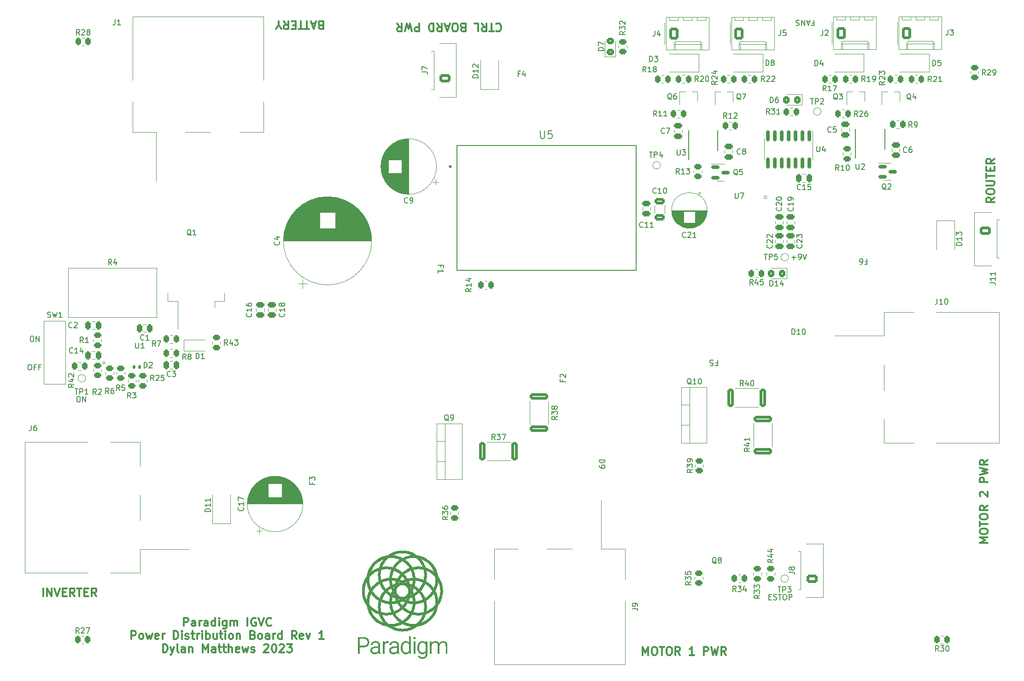
<source format=gto>
G04 #@! TF.GenerationSoftware,KiCad,Pcbnew,(6.0.6)*
G04 #@! TF.CreationDate,2023-04-23T19:49:20-02:30*
G04 #@! TF.ProjectId,PowerDistributionBoard,506f7765-7244-4697-9374-726962757469,rev?*
G04 #@! TF.SameCoordinates,Original*
G04 #@! TF.FileFunction,Legend,Top*
G04 #@! TF.FilePolarity,Positive*
%FSLAX46Y46*%
G04 Gerber Fmt 4.6, Leading zero omitted, Abs format (unit mm)*
G04 Created by KiCad (PCBNEW (6.0.6)) date 2023-04-23 19:49:20*
%MOMM*%
%LPD*%
G01*
G04 APERTURE LIST*
G04 Aperture macros list*
%AMRoundRect*
0 Rectangle with rounded corners*
0 $1 Rounding radius*
0 $2 $3 $4 $5 $6 $7 $8 $9 X,Y pos of 4 corners*
0 Add a 4 corners polygon primitive as box body*
4,1,4,$2,$3,$4,$5,$6,$7,$8,$9,$2,$3,0*
0 Add four circle primitives for the rounded corners*
1,1,$1+$1,$2,$3*
1,1,$1+$1,$4,$5*
1,1,$1+$1,$6,$7*
1,1,$1+$1,$8,$9*
0 Add four rect primitives between the rounded corners*
20,1,$1+$1,$2,$3,$4,$5,0*
20,1,$1+$1,$4,$5,$6,$7,0*
20,1,$1+$1,$6,$7,$8,$9,0*
20,1,$1+$1,$8,$9,$2,$3,0*%
G04 Aperture macros list end*
%ADD10C,0.300000*%
%ADD11C,0.150000*%
%ADD12C,0.120000*%
%ADD13C,0.100000*%
%ADD14C,0.010000*%
%ADD15C,0.127000*%
%ADD16R,1.800000X2.500000*%
%ADD17C,2.000000*%
%ADD18C,1.000000*%
%ADD19RoundRect,0.150000X-0.587500X-0.150000X0.587500X-0.150000X0.587500X0.150000X-0.587500X0.150000X0*%
%ADD20RoundRect,0.250000X-0.450000X0.262500X-0.450000X-0.262500X0.450000X-0.262500X0.450000X0.262500X0*%
%ADD21RoundRect,0.250000X1.425000X-0.362500X1.425000X0.362500X-1.425000X0.362500X-1.425000X-0.362500X0*%
%ADD22R,2.500000X1.800000*%
%ADD23RoundRect,0.250000X-0.475000X0.250000X-0.475000X-0.250000X0.475000X-0.250000X0.475000X0.250000X0*%
%ADD24R,0.410000X1.600000*%
%ADD25RoundRect,0.250000X0.262500X0.450000X-0.262500X0.450000X-0.262500X-0.450000X0.262500X-0.450000X0*%
%ADD26RoundRect,0.250000X0.325000X0.450000X-0.325000X0.450000X-0.325000X-0.450000X0.325000X-0.450000X0*%
%ADD27R,1.600000X1.600000*%
%ADD28C,1.600000*%
%ADD29RoundRect,0.250000X-0.262500X-0.450000X0.262500X-0.450000X0.262500X0.450000X-0.262500X0.450000X0*%
%ADD30R,0.800000X0.900000*%
%ADD31R,2.000000X1.905000*%
%ADD32O,2.000000X1.905000*%
%ADD33RoundRect,0.147500X-0.147500X-0.172500X0.147500X-0.172500X0.147500X0.172500X-0.147500X0.172500X0*%
%ADD34RoundRect,0.250000X0.450000X-0.262500X0.450000X0.262500X-0.450000X0.262500X-0.450000X-0.262500X0*%
%ADD35C,1.270000*%
%ADD36RoundRect,0.250001X0.759999X-0.499999X0.759999X0.499999X-0.759999X0.499999X-0.759999X-0.499999X0*%
%ADD37O,2.020000X1.500000*%
%ADD38RoundRect,0.250000X0.250000X0.475000X-0.250000X0.475000X-0.250000X-0.475000X0.250000X-0.475000X0*%
%ADD39R,2.400000X2.400000*%
%ADD40C,2.400000*%
%ADD41C,4.000000*%
%ADD42R,4.800000X5.100000*%
%ADD43C,2.470000*%
%ADD44R,5.100000X4.800000*%
%ADD45RoundRect,0.250000X0.475000X-0.250000X0.475000X0.250000X-0.475000X0.250000X-0.475000X-0.250000X0*%
%ADD46R,0.900000X0.800000*%
%ADD47RoundRect,0.250001X-0.759999X0.499999X-0.759999X-0.499999X0.759999X-0.499999X0.759999X0.499999X0*%
%ADD48R,5.200000X8.750000*%
%ADD49R,6.230000X6.740000*%
%ADD50R,2.280000X1.524000*%
%ADD51RoundRect,0.250000X-0.620000X-0.845000X0.620000X-0.845000X0.620000X0.845000X-0.620000X0.845000X0*%
%ADD52O,1.740000X2.190000*%
%ADD53RoundRect,0.250000X0.450000X-0.325000X0.450000X0.325000X-0.450000X0.325000X-0.450000X-0.325000X0*%
%ADD54R,6.740000X6.230000*%
%ADD55R,1.524000X2.280000*%
%ADD56RoundRect,0.150000X-0.150000X0.825000X-0.150000X-0.825000X0.150000X-0.825000X0.150000X0.825000X0*%
%ADD57C,0.800000*%
%ADD58C,6.400000*%
%ADD59RoundRect,0.250000X-0.362500X-1.425000X0.362500X-1.425000X0.362500X1.425000X-0.362500X1.425000X0*%
%ADD60R,0.900000X1.200000*%
%ADD61R,1.100000X4.600000*%
%ADD62R,10.800000X9.400000*%
%ADD63R,1.905000X1.905000*%
%ADD64C,1.905000*%
%ADD65C,2.895600*%
%ADD66RoundRect,0.250000X-1.425000X0.362500X-1.425000X-0.362500X1.425000X-0.362500X1.425000X0.362500X0*%
%ADD67C,1.900000*%
%ADD68RoundRect,0.250000X-0.250000X-0.475000X0.250000X-0.475000X0.250000X0.475000X-0.250000X0.475000X0*%
%ADD69R,2.000000X2.000000*%
%ADD70RoundRect,0.250000X-0.650000X0.325000X-0.650000X-0.325000X0.650000X-0.325000X0.650000X0.325000X0*%
%ADD71R,0.762000X1.143000*%
G04 APERTURE END LIST*
D10*
X127067857Y-26789285D02*
X127139285Y-26717857D01*
X127353571Y-26646428D01*
X127496428Y-26646428D01*
X127710714Y-26717857D01*
X127853571Y-26860714D01*
X127925000Y-27003571D01*
X127996428Y-27289285D01*
X127996428Y-27503571D01*
X127925000Y-27789285D01*
X127853571Y-27932142D01*
X127710714Y-28075000D01*
X127496428Y-28146428D01*
X127353571Y-28146428D01*
X127139285Y-28075000D01*
X127067857Y-28003571D01*
X126639285Y-28146428D02*
X125782142Y-28146428D01*
X126210714Y-26646428D02*
X126210714Y-28146428D01*
X124425000Y-26646428D02*
X124925000Y-27360714D01*
X125282142Y-26646428D02*
X125282142Y-28146428D01*
X124710714Y-28146428D01*
X124567857Y-28075000D01*
X124496428Y-28003571D01*
X124425000Y-27860714D01*
X124425000Y-27646428D01*
X124496428Y-27503571D01*
X124567857Y-27432142D01*
X124710714Y-27360714D01*
X125282142Y-27360714D01*
X123067857Y-26646428D02*
X123782142Y-26646428D01*
X123782142Y-28146428D01*
X120925000Y-27432142D02*
X120710714Y-27360714D01*
X120639285Y-27289285D01*
X120567857Y-27146428D01*
X120567857Y-26932142D01*
X120639285Y-26789285D01*
X120710714Y-26717857D01*
X120853571Y-26646428D01*
X121425000Y-26646428D01*
X121425000Y-28146428D01*
X120925000Y-28146428D01*
X120782142Y-28075000D01*
X120710714Y-28003571D01*
X120639285Y-27860714D01*
X120639285Y-27717857D01*
X120710714Y-27575000D01*
X120782142Y-27503571D01*
X120925000Y-27432142D01*
X121425000Y-27432142D01*
X119639285Y-28146428D02*
X119353571Y-28146428D01*
X119210714Y-28075000D01*
X119067857Y-27932142D01*
X118996428Y-27646428D01*
X118996428Y-27146428D01*
X119067857Y-26860714D01*
X119210714Y-26717857D01*
X119353571Y-26646428D01*
X119639285Y-26646428D01*
X119782142Y-26717857D01*
X119925000Y-26860714D01*
X119996428Y-27146428D01*
X119996428Y-27646428D01*
X119925000Y-27932142D01*
X119782142Y-28075000D01*
X119639285Y-28146428D01*
X118425000Y-27075000D02*
X117710714Y-27075000D01*
X118567857Y-26646428D02*
X118067857Y-28146428D01*
X117567857Y-26646428D01*
X116210714Y-26646428D02*
X116710714Y-27360714D01*
X117067857Y-26646428D02*
X117067857Y-28146428D01*
X116496428Y-28146428D01*
X116353571Y-28075000D01*
X116282142Y-28003571D01*
X116210714Y-27860714D01*
X116210714Y-27646428D01*
X116282142Y-27503571D01*
X116353571Y-27432142D01*
X116496428Y-27360714D01*
X117067857Y-27360714D01*
X115567857Y-26646428D02*
X115567857Y-28146428D01*
X115210714Y-28146428D01*
X114996428Y-28075000D01*
X114853571Y-27932142D01*
X114782142Y-27789285D01*
X114710714Y-27503571D01*
X114710714Y-27289285D01*
X114782142Y-27003571D01*
X114853571Y-26860714D01*
X114996428Y-26717857D01*
X115210714Y-26646428D01*
X115567857Y-26646428D01*
X112925000Y-26646428D02*
X112925000Y-28146428D01*
X112353571Y-28146428D01*
X112210714Y-28075000D01*
X112139285Y-28003571D01*
X112067857Y-27860714D01*
X112067857Y-27646428D01*
X112139285Y-27503571D01*
X112210714Y-27432142D01*
X112353571Y-27360714D01*
X112925000Y-27360714D01*
X111567857Y-28146428D02*
X111210714Y-26646428D01*
X110925000Y-27717857D01*
X110639285Y-26646428D01*
X110282142Y-28146428D01*
X108853571Y-26646428D02*
X109353571Y-27360714D01*
X109710714Y-26646428D02*
X109710714Y-28146428D01*
X109139285Y-28146428D01*
X108996428Y-28075000D01*
X108925000Y-28003571D01*
X108853571Y-27860714D01*
X108853571Y-27646428D01*
X108925000Y-27503571D01*
X108996428Y-27432142D01*
X109139285Y-27360714D01*
X109710714Y-27360714D01*
X43817857Y-132028571D02*
X43817857Y-130528571D01*
X44532142Y-132028571D02*
X44532142Y-130528571D01*
X45389285Y-132028571D01*
X45389285Y-130528571D01*
X45889285Y-130528571D02*
X46389285Y-132028571D01*
X46889285Y-130528571D01*
X47389285Y-131242857D02*
X47889285Y-131242857D01*
X48103571Y-132028571D02*
X47389285Y-132028571D01*
X47389285Y-130528571D01*
X48103571Y-130528571D01*
X49603571Y-132028571D02*
X49103571Y-131314285D01*
X48746428Y-132028571D02*
X48746428Y-130528571D01*
X49317857Y-130528571D01*
X49460714Y-130600000D01*
X49532142Y-130671428D01*
X49603571Y-130814285D01*
X49603571Y-131028571D01*
X49532142Y-131171428D01*
X49460714Y-131242857D01*
X49317857Y-131314285D01*
X48746428Y-131314285D01*
X50032142Y-130528571D02*
X50889285Y-130528571D01*
X50460714Y-132028571D02*
X50460714Y-130528571D01*
X51389285Y-131242857D02*
X51889285Y-131242857D01*
X52103571Y-132028571D02*
X51389285Y-132028571D01*
X51389285Y-130528571D01*
X52103571Y-130528571D01*
X53603571Y-132028571D02*
X53103571Y-131314285D01*
X52746428Y-132028571D02*
X52746428Y-130528571D01*
X53317857Y-130528571D01*
X53460714Y-130600000D01*
X53532142Y-130671428D01*
X53603571Y-130814285D01*
X53603571Y-131028571D01*
X53532142Y-131171428D01*
X53460714Y-131242857D01*
X53317857Y-131314285D01*
X52746428Y-131314285D01*
D11*
X41655952Y-84152380D02*
X41846428Y-84152380D01*
X41941666Y-84200000D01*
X42036904Y-84295238D01*
X42084523Y-84485714D01*
X42084523Y-84819047D01*
X42036904Y-85009523D01*
X41941666Y-85104761D01*
X41846428Y-85152380D01*
X41655952Y-85152380D01*
X41560714Y-85104761D01*
X41465476Y-85009523D01*
X41417857Y-84819047D01*
X41417857Y-84485714D01*
X41465476Y-84295238D01*
X41560714Y-84200000D01*
X41655952Y-84152380D01*
X42513095Y-85152380D02*
X42513095Y-84152380D01*
X43084523Y-85152380D01*
X43084523Y-84152380D01*
D10*
X218678571Y-58682142D02*
X217964285Y-59182142D01*
X218678571Y-59539285D02*
X217178571Y-59539285D01*
X217178571Y-58967857D01*
X217250000Y-58825000D01*
X217321428Y-58753571D01*
X217464285Y-58682142D01*
X217678571Y-58682142D01*
X217821428Y-58753571D01*
X217892857Y-58825000D01*
X217964285Y-58967857D01*
X217964285Y-59539285D01*
X217178571Y-57753571D02*
X217178571Y-57467857D01*
X217250000Y-57325000D01*
X217392857Y-57182142D01*
X217678571Y-57110714D01*
X218178571Y-57110714D01*
X218464285Y-57182142D01*
X218607142Y-57325000D01*
X218678571Y-57467857D01*
X218678571Y-57753571D01*
X218607142Y-57896428D01*
X218464285Y-58039285D01*
X218178571Y-58110714D01*
X217678571Y-58110714D01*
X217392857Y-58039285D01*
X217250000Y-57896428D01*
X217178571Y-57753571D01*
X217178571Y-56467857D02*
X218392857Y-56467857D01*
X218535714Y-56396428D01*
X218607142Y-56325000D01*
X218678571Y-56182142D01*
X218678571Y-55896428D01*
X218607142Y-55753571D01*
X218535714Y-55682142D01*
X218392857Y-55610714D01*
X217178571Y-55610714D01*
X217178571Y-55110714D02*
X217178571Y-54253571D01*
X218678571Y-54682142D02*
X217178571Y-54682142D01*
X217892857Y-53753571D02*
X217892857Y-53253571D01*
X218678571Y-53039285D02*
X218678571Y-53753571D01*
X217178571Y-53753571D01*
X217178571Y-53039285D01*
X218678571Y-51539285D02*
X217964285Y-52039285D01*
X218678571Y-52396428D02*
X217178571Y-52396428D01*
X217178571Y-51825000D01*
X217250000Y-51682142D01*
X217321428Y-51610714D01*
X217464285Y-51539285D01*
X217678571Y-51539285D01*
X217821428Y-51610714D01*
X217892857Y-51682142D01*
X217964285Y-51825000D01*
X217964285Y-52396428D01*
X69650000Y-137463571D02*
X69650000Y-135963571D01*
X70221428Y-135963571D01*
X70364285Y-136035000D01*
X70435714Y-136106428D01*
X70507142Y-136249285D01*
X70507142Y-136463571D01*
X70435714Y-136606428D01*
X70364285Y-136677857D01*
X70221428Y-136749285D01*
X69650000Y-136749285D01*
X71792857Y-137463571D02*
X71792857Y-136677857D01*
X71721428Y-136535000D01*
X71578571Y-136463571D01*
X71292857Y-136463571D01*
X71150000Y-136535000D01*
X71792857Y-137392142D02*
X71650000Y-137463571D01*
X71292857Y-137463571D01*
X71150000Y-137392142D01*
X71078571Y-137249285D01*
X71078571Y-137106428D01*
X71150000Y-136963571D01*
X71292857Y-136892142D01*
X71650000Y-136892142D01*
X71792857Y-136820714D01*
X72507142Y-137463571D02*
X72507142Y-136463571D01*
X72507142Y-136749285D02*
X72578571Y-136606428D01*
X72650000Y-136535000D01*
X72792857Y-136463571D01*
X72935714Y-136463571D01*
X74078571Y-137463571D02*
X74078571Y-136677857D01*
X74007142Y-136535000D01*
X73864285Y-136463571D01*
X73578571Y-136463571D01*
X73435714Y-136535000D01*
X74078571Y-137392142D02*
X73935714Y-137463571D01*
X73578571Y-137463571D01*
X73435714Y-137392142D01*
X73364285Y-137249285D01*
X73364285Y-137106428D01*
X73435714Y-136963571D01*
X73578571Y-136892142D01*
X73935714Y-136892142D01*
X74078571Y-136820714D01*
X75435714Y-137463571D02*
X75435714Y-135963571D01*
X75435714Y-137392142D02*
X75292857Y-137463571D01*
X75007142Y-137463571D01*
X74864285Y-137392142D01*
X74792857Y-137320714D01*
X74721428Y-137177857D01*
X74721428Y-136749285D01*
X74792857Y-136606428D01*
X74864285Y-136535000D01*
X75007142Y-136463571D01*
X75292857Y-136463571D01*
X75435714Y-136535000D01*
X76150000Y-137463571D02*
X76150000Y-136463571D01*
X76150000Y-135963571D02*
X76078571Y-136035000D01*
X76150000Y-136106428D01*
X76221428Y-136035000D01*
X76150000Y-135963571D01*
X76150000Y-136106428D01*
X77507142Y-136463571D02*
X77507142Y-137677857D01*
X77435714Y-137820714D01*
X77364285Y-137892142D01*
X77221428Y-137963571D01*
X77007142Y-137963571D01*
X76864285Y-137892142D01*
X77507142Y-137392142D02*
X77364285Y-137463571D01*
X77078571Y-137463571D01*
X76935714Y-137392142D01*
X76864285Y-137320714D01*
X76792857Y-137177857D01*
X76792857Y-136749285D01*
X76864285Y-136606428D01*
X76935714Y-136535000D01*
X77078571Y-136463571D01*
X77364285Y-136463571D01*
X77507142Y-136535000D01*
X78221428Y-137463571D02*
X78221428Y-136463571D01*
X78221428Y-136606428D02*
X78292857Y-136535000D01*
X78435714Y-136463571D01*
X78650000Y-136463571D01*
X78792857Y-136535000D01*
X78864285Y-136677857D01*
X78864285Y-137463571D01*
X78864285Y-136677857D02*
X78935714Y-136535000D01*
X79078571Y-136463571D01*
X79292857Y-136463571D01*
X79435714Y-136535000D01*
X79507142Y-136677857D01*
X79507142Y-137463571D01*
X81364285Y-137463571D02*
X81364285Y-135963571D01*
X82864285Y-136035000D02*
X82721428Y-135963571D01*
X82507142Y-135963571D01*
X82292857Y-136035000D01*
X82150000Y-136177857D01*
X82078571Y-136320714D01*
X82007142Y-136606428D01*
X82007142Y-136820714D01*
X82078571Y-137106428D01*
X82150000Y-137249285D01*
X82292857Y-137392142D01*
X82507142Y-137463571D01*
X82650000Y-137463571D01*
X82864285Y-137392142D01*
X82935714Y-137320714D01*
X82935714Y-136820714D01*
X82650000Y-136820714D01*
X83364285Y-135963571D02*
X83864285Y-137463571D01*
X84364285Y-135963571D01*
X85721428Y-137320714D02*
X85650000Y-137392142D01*
X85435714Y-137463571D01*
X85292857Y-137463571D01*
X85078571Y-137392142D01*
X84935714Y-137249285D01*
X84864285Y-137106428D01*
X84792857Y-136820714D01*
X84792857Y-136606428D01*
X84864285Y-136320714D01*
X84935714Y-136177857D01*
X85078571Y-136035000D01*
X85292857Y-135963571D01*
X85435714Y-135963571D01*
X85650000Y-136035000D01*
X85721428Y-136106428D01*
X60007142Y-139878571D02*
X60007142Y-138378571D01*
X60578571Y-138378571D01*
X60721428Y-138450000D01*
X60792857Y-138521428D01*
X60864285Y-138664285D01*
X60864285Y-138878571D01*
X60792857Y-139021428D01*
X60721428Y-139092857D01*
X60578571Y-139164285D01*
X60007142Y-139164285D01*
X61721428Y-139878571D02*
X61578571Y-139807142D01*
X61507142Y-139735714D01*
X61435714Y-139592857D01*
X61435714Y-139164285D01*
X61507142Y-139021428D01*
X61578571Y-138950000D01*
X61721428Y-138878571D01*
X61935714Y-138878571D01*
X62078571Y-138950000D01*
X62150000Y-139021428D01*
X62221428Y-139164285D01*
X62221428Y-139592857D01*
X62150000Y-139735714D01*
X62078571Y-139807142D01*
X61935714Y-139878571D01*
X61721428Y-139878571D01*
X62721428Y-138878571D02*
X63007142Y-139878571D01*
X63292857Y-139164285D01*
X63578571Y-139878571D01*
X63864285Y-138878571D01*
X65007142Y-139807142D02*
X64864285Y-139878571D01*
X64578571Y-139878571D01*
X64435714Y-139807142D01*
X64364285Y-139664285D01*
X64364285Y-139092857D01*
X64435714Y-138950000D01*
X64578571Y-138878571D01*
X64864285Y-138878571D01*
X65007142Y-138950000D01*
X65078571Y-139092857D01*
X65078571Y-139235714D01*
X64364285Y-139378571D01*
X65721428Y-139878571D02*
X65721428Y-138878571D01*
X65721428Y-139164285D02*
X65792857Y-139021428D01*
X65864285Y-138950000D01*
X66007142Y-138878571D01*
X66150000Y-138878571D01*
X67792857Y-139878571D02*
X67792857Y-138378571D01*
X68150000Y-138378571D01*
X68364285Y-138450000D01*
X68507142Y-138592857D01*
X68578571Y-138735714D01*
X68650000Y-139021428D01*
X68650000Y-139235714D01*
X68578571Y-139521428D01*
X68507142Y-139664285D01*
X68364285Y-139807142D01*
X68150000Y-139878571D01*
X67792857Y-139878571D01*
X69292857Y-139878571D02*
X69292857Y-138878571D01*
X69292857Y-138378571D02*
X69221428Y-138450000D01*
X69292857Y-138521428D01*
X69364285Y-138450000D01*
X69292857Y-138378571D01*
X69292857Y-138521428D01*
X69935714Y-139807142D02*
X70078571Y-139878571D01*
X70364285Y-139878571D01*
X70507142Y-139807142D01*
X70578571Y-139664285D01*
X70578571Y-139592857D01*
X70507142Y-139450000D01*
X70364285Y-139378571D01*
X70150000Y-139378571D01*
X70007142Y-139307142D01*
X69935714Y-139164285D01*
X69935714Y-139092857D01*
X70007142Y-138950000D01*
X70150000Y-138878571D01*
X70364285Y-138878571D01*
X70507142Y-138950000D01*
X71007142Y-138878571D02*
X71578571Y-138878571D01*
X71221428Y-138378571D02*
X71221428Y-139664285D01*
X71292857Y-139807142D01*
X71435714Y-139878571D01*
X71578571Y-139878571D01*
X72078571Y-139878571D02*
X72078571Y-138878571D01*
X72078571Y-139164285D02*
X72150000Y-139021428D01*
X72221428Y-138950000D01*
X72364285Y-138878571D01*
X72507142Y-138878571D01*
X73007142Y-139878571D02*
X73007142Y-138878571D01*
X73007142Y-138378571D02*
X72935714Y-138450000D01*
X73007142Y-138521428D01*
X73078571Y-138450000D01*
X73007142Y-138378571D01*
X73007142Y-138521428D01*
X73721428Y-139878571D02*
X73721428Y-138378571D01*
X73721428Y-138950000D02*
X73864285Y-138878571D01*
X74150000Y-138878571D01*
X74292857Y-138950000D01*
X74364285Y-139021428D01*
X74435714Y-139164285D01*
X74435714Y-139592857D01*
X74364285Y-139735714D01*
X74292857Y-139807142D01*
X74150000Y-139878571D01*
X73864285Y-139878571D01*
X73721428Y-139807142D01*
X75721428Y-138878571D02*
X75721428Y-139878571D01*
X75078571Y-138878571D02*
X75078571Y-139664285D01*
X75150000Y-139807142D01*
X75292857Y-139878571D01*
X75507142Y-139878571D01*
X75650000Y-139807142D01*
X75721428Y-139735714D01*
X76221428Y-138878571D02*
X76792857Y-138878571D01*
X76435714Y-138378571D02*
X76435714Y-139664285D01*
X76507142Y-139807142D01*
X76650000Y-139878571D01*
X76792857Y-139878571D01*
X77292857Y-139878571D02*
X77292857Y-138878571D01*
X77292857Y-138378571D02*
X77221428Y-138450000D01*
X77292857Y-138521428D01*
X77364285Y-138450000D01*
X77292857Y-138378571D01*
X77292857Y-138521428D01*
X78221428Y-139878571D02*
X78078571Y-139807142D01*
X78007142Y-139735714D01*
X77935714Y-139592857D01*
X77935714Y-139164285D01*
X78007142Y-139021428D01*
X78078571Y-138950000D01*
X78221428Y-138878571D01*
X78435714Y-138878571D01*
X78578571Y-138950000D01*
X78650000Y-139021428D01*
X78721428Y-139164285D01*
X78721428Y-139592857D01*
X78650000Y-139735714D01*
X78578571Y-139807142D01*
X78435714Y-139878571D01*
X78221428Y-139878571D01*
X79364285Y-138878571D02*
X79364285Y-139878571D01*
X79364285Y-139021428D02*
X79435714Y-138950000D01*
X79578571Y-138878571D01*
X79792857Y-138878571D01*
X79935714Y-138950000D01*
X80007142Y-139092857D01*
X80007142Y-139878571D01*
X82364285Y-139092857D02*
X82578571Y-139164285D01*
X82650000Y-139235714D01*
X82721428Y-139378571D01*
X82721428Y-139592857D01*
X82650000Y-139735714D01*
X82578571Y-139807142D01*
X82435714Y-139878571D01*
X81864285Y-139878571D01*
X81864285Y-138378571D01*
X82364285Y-138378571D01*
X82507142Y-138450000D01*
X82578571Y-138521428D01*
X82650000Y-138664285D01*
X82650000Y-138807142D01*
X82578571Y-138950000D01*
X82507142Y-139021428D01*
X82364285Y-139092857D01*
X81864285Y-139092857D01*
X83578571Y-139878571D02*
X83435714Y-139807142D01*
X83364285Y-139735714D01*
X83292857Y-139592857D01*
X83292857Y-139164285D01*
X83364285Y-139021428D01*
X83435714Y-138950000D01*
X83578571Y-138878571D01*
X83792857Y-138878571D01*
X83935714Y-138950000D01*
X84007142Y-139021428D01*
X84078571Y-139164285D01*
X84078571Y-139592857D01*
X84007142Y-139735714D01*
X83935714Y-139807142D01*
X83792857Y-139878571D01*
X83578571Y-139878571D01*
X85364285Y-139878571D02*
X85364285Y-139092857D01*
X85292857Y-138950000D01*
X85150000Y-138878571D01*
X84864285Y-138878571D01*
X84721428Y-138950000D01*
X85364285Y-139807142D02*
X85221428Y-139878571D01*
X84864285Y-139878571D01*
X84721428Y-139807142D01*
X84650000Y-139664285D01*
X84650000Y-139521428D01*
X84721428Y-139378571D01*
X84864285Y-139307142D01*
X85221428Y-139307142D01*
X85364285Y-139235714D01*
X86078571Y-139878571D02*
X86078571Y-138878571D01*
X86078571Y-139164285D02*
X86150000Y-139021428D01*
X86221428Y-138950000D01*
X86364285Y-138878571D01*
X86507142Y-138878571D01*
X87650000Y-139878571D02*
X87650000Y-138378571D01*
X87650000Y-139807142D02*
X87507142Y-139878571D01*
X87221428Y-139878571D01*
X87078571Y-139807142D01*
X87007142Y-139735714D01*
X86935714Y-139592857D01*
X86935714Y-139164285D01*
X87007142Y-139021428D01*
X87078571Y-138950000D01*
X87221428Y-138878571D01*
X87507142Y-138878571D01*
X87650000Y-138950000D01*
X90364285Y-139878571D02*
X89864285Y-139164285D01*
X89507142Y-139878571D02*
X89507142Y-138378571D01*
X90078571Y-138378571D01*
X90221428Y-138450000D01*
X90292857Y-138521428D01*
X90364285Y-138664285D01*
X90364285Y-138878571D01*
X90292857Y-139021428D01*
X90221428Y-139092857D01*
X90078571Y-139164285D01*
X89507142Y-139164285D01*
X91578571Y-139807142D02*
X91435714Y-139878571D01*
X91150000Y-139878571D01*
X91007142Y-139807142D01*
X90935714Y-139664285D01*
X90935714Y-139092857D01*
X91007142Y-138950000D01*
X91150000Y-138878571D01*
X91435714Y-138878571D01*
X91578571Y-138950000D01*
X91650000Y-139092857D01*
X91650000Y-139235714D01*
X90935714Y-139378571D01*
X92150000Y-138878571D02*
X92507142Y-139878571D01*
X92864285Y-138878571D01*
X95364285Y-139878571D02*
X94507142Y-139878571D01*
X94935714Y-139878571D02*
X94935714Y-138378571D01*
X94792857Y-138592857D01*
X94650000Y-138735714D01*
X94507142Y-138807142D01*
X65828571Y-142293571D02*
X65828571Y-140793571D01*
X66185714Y-140793571D01*
X66399999Y-140865000D01*
X66542857Y-141007857D01*
X66614285Y-141150714D01*
X66685714Y-141436428D01*
X66685714Y-141650714D01*
X66614285Y-141936428D01*
X66542857Y-142079285D01*
X66399999Y-142222142D01*
X66185714Y-142293571D01*
X65828571Y-142293571D01*
X67185714Y-141293571D02*
X67542857Y-142293571D01*
X67900000Y-141293571D02*
X67542857Y-142293571D01*
X67400000Y-142650714D01*
X67328571Y-142722142D01*
X67185714Y-142793571D01*
X68685714Y-142293571D02*
X68542857Y-142222142D01*
X68471428Y-142079285D01*
X68471428Y-140793571D01*
X69900000Y-142293571D02*
X69900000Y-141507857D01*
X69828571Y-141365000D01*
X69685714Y-141293571D01*
X69400000Y-141293571D01*
X69257142Y-141365000D01*
X69900000Y-142222142D02*
X69757142Y-142293571D01*
X69400000Y-142293571D01*
X69257142Y-142222142D01*
X69185714Y-142079285D01*
X69185714Y-141936428D01*
X69257142Y-141793571D01*
X69400000Y-141722142D01*
X69757142Y-141722142D01*
X69900000Y-141650714D01*
X70614285Y-141293571D02*
X70614285Y-142293571D01*
X70614285Y-141436428D02*
X70685714Y-141365000D01*
X70828571Y-141293571D01*
X71042857Y-141293571D01*
X71185714Y-141365000D01*
X71257142Y-141507857D01*
X71257142Y-142293571D01*
X73114285Y-142293571D02*
X73114285Y-140793571D01*
X73614285Y-141865000D01*
X74114285Y-140793571D01*
X74114285Y-142293571D01*
X75471428Y-142293571D02*
X75471428Y-141507857D01*
X75400000Y-141365000D01*
X75257142Y-141293571D01*
X74971428Y-141293571D01*
X74828571Y-141365000D01*
X75471428Y-142222142D02*
X75328571Y-142293571D01*
X74971428Y-142293571D01*
X74828571Y-142222142D01*
X74757142Y-142079285D01*
X74757142Y-141936428D01*
X74828571Y-141793571D01*
X74971428Y-141722142D01*
X75328571Y-141722142D01*
X75471428Y-141650714D01*
X75971428Y-141293571D02*
X76542857Y-141293571D01*
X76185714Y-140793571D02*
X76185714Y-142079285D01*
X76257142Y-142222142D01*
X76400000Y-142293571D01*
X76542857Y-142293571D01*
X76828571Y-141293571D02*
X77400000Y-141293571D01*
X77042857Y-140793571D02*
X77042857Y-142079285D01*
X77114285Y-142222142D01*
X77257142Y-142293571D01*
X77400000Y-142293571D01*
X77900000Y-142293571D02*
X77900000Y-140793571D01*
X78542857Y-142293571D02*
X78542857Y-141507857D01*
X78471428Y-141365000D01*
X78328571Y-141293571D01*
X78114285Y-141293571D01*
X77971428Y-141365000D01*
X77900000Y-141436428D01*
X79828571Y-142222142D02*
X79685714Y-142293571D01*
X79400000Y-142293571D01*
X79257142Y-142222142D01*
X79185714Y-142079285D01*
X79185714Y-141507857D01*
X79257142Y-141365000D01*
X79400000Y-141293571D01*
X79685714Y-141293571D01*
X79828571Y-141365000D01*
X79900000Y-141507857D01*
X79900000Y-141650714D01*
X79185714Y-141793571D01*
X80400000Y-141293571D02*
X80685714Y-142293571D01*
X80971428Y-141579285D01*
X81257142Y-142293571D01*
X81542857Y-141293571D01*
X82042857Y-142222142D02*
X82185714Y-142293571D01*
X82471428Y-142293571D01*
X82614285Y-142222142D01*
X82685714Y-142079285D01*
X82685714Y-142007857D01*
X82614285Y-141865000D01*
X82471428Y-141793571D01*
X82257142Y-141793571D01*
X82114285Y-141722142D01*
X82042857Y-141579285D01*
X82042857Y-141507857D01*
X82114285Y-141365000D01*
X82257142Y-141293571D01*
X82471428Y-141293571D01*
X82614285Y-141365000D01*
X84400000Y-140936428D02*
X84471428Y-140865000D01*
X84614285Y-140793571D01*
X84971428Y-140793571D01*
X85114285Y-140865000D01*
X85185714Y-140936428D01*
X85257142Y-141079285D01*
X85257142Y-141222142D01*
X85185714Y-141436428D01*
X84328571Y-142293571D01*
X85257142Y-142293571D01*
X86185714Y-140793571D02*
X86328571Y-140793571D01*
X86471428Y-140865000D01*
X86542857Y-140936428D01*
X86614285Y-141079285D01*
X86685714Y-141365000D01*
X86685714Y-141722142D01*
X86614285Y-142007857D01*
X86542857Y-142150714D01*
X86471428Y-142222142D01*
X86328571Y-142293571D01*
X86185714Y-142293571D01*
X86042857Y-142222142D01*
X85971428Y-142150714D01*
X85900000Y-142007857D01*
X85828571Y-141722142D01*
X85828571Y-141365000D01*
X85900000Y-141079285D01*
X85971428Y-140936428D01*
X86042857Y-140865000D01*
X86185714Y-140793571D01*
X87257142Y-140936428D02*
X87328571Y-140865000D01*
X87471428Y-140793571D01*
X87828571Y-140793571D01*
X87971428Y-140865000D01*
X88042857Y-140936428D01*
X88114285Y-141079285D01*
X88114285Y-141222142D01*
X88042857Y-141436428D01*
X87185714Y-142293571D01*
X88114285Y-142293571D01*
X88614285Y-140793571D02*
X89542857Y-140793571D01*
X89042857Y-141365000D01*
X89257142Y-141365000D01*
X89400000Y-141436428D01*
X89471428Y-141507857D01*
X89542857Y-141650714D01*
X89542857Y-142007857D01*
X89471428Y-142150714D01*
X89400000Y-142222142D01*
X89257142Y-142293571D01*
X88828571Y-142293571D01*
X88685714Y-142222142D01*
X88614285Y-142150714D01*
D11*
X50205952Y-95252380D02*
X50396428Y-95252380D01*
X50491666Y-95300000D01*
X50586904Y-95395238D01*
X50634523Y-95585714D01*
X50634523Y-95919047D01*
X50586904Y-96109523D01*
X50491666Y-96204761D01*
X50396428Y-96252380D01*
X50205952Y-96252380D01*
X50110714Y-96204761D01*
X50015476Y-96109523D01*
X49967857Y-95919047D01*
X49967857Y-95585714D01*
X50015476Y-95395238D01*
X50110714Y-95300000D01*
X50205952Y-95252380D01*
X51063095Y-96252380D02*
X51063095Y-95252380D01*
X51634523Y-96252380D01*
X51634523Y-95252380D01*
D10*
X94775000Y-27007142D02*
X94560714Y-26935714D01*
X94489285Y-26864285D01*
X94417857Y-26721428D01*
X94417857Y-26507142D01*
X94489285Y-26364285D01*
X94560714Y-26292857D01*
X94703571Y-26221428D01*
X95275000Y-26221428D01*
X95275000Y-27721428D01*
X94775000Y-27721428D01*
X94632142Y-27650000D01*
X94560714Y-27578571D01*
X94489285Y-27435714D01*
X94489285Y-27292857D01*
X94560714Y-27150000D01*
X94632142Y-27078571D01*
X94775000Y-27007142D01*
X95275000Y-27007142D01*
X93846428Y-26650000D02*
X93132142Y-26650000D01*
X93989285Y-26221428D02*
X93489285Y-27721428D01*
X92989285Y-26221428D01*
X92703571Y-27721428D02*
X91846428Y-27721428D01*
X92275000Y-26221428D02*
X92275000Y-27721428D01*
X91560714Y-27721428D02*
X90703571Y-27721428D01*
X91132142Y-26221428D02*
X91132142Y-27721428D01*
X90203571Y-27007142D02*
X89703571Y-27007142D01*
X89489285Y-26221428D02*
X90203571Y-26221428D01*
X90203571Y-27721428D01*
X89489285Y-27721428D01*
X87989285Y-26221428D02*
X88489285Y-26935714D01*
X88846428Y-26221428D02*
X88846428Y-27721428D01*
X88275000Y-27721428D01*
X88132142Y-27650000D01*
X88060714Y-27578571D01*
X87989285Y-27435714D01*
X87989285Y-27221428D01*
X88060714Y-27078571D01*
X88132142Y-27007142D01*
X88275000Y-26935714D01*
X88846428Y-26935714D01*
X87060714Y-26935714D02*
X87060714Y-26221428D01*
X87560714Y-27721428D02*
X87060714Y-26935714D01*
X86560714Y-27721428D01*
X154017857Y-142803571D02*
X154017857Y-141303571D01*
X154517857Y-142375000D01*
X155017857Y-141303571D01*
X155017857Y-142803571D01*
X156017857Y-141303571D02*
X156303571Y-141303571D01*
X156446428Y-141375000D01*
X156589285Y-141517857D01*
X156660714Y-141803571D01*
X156660714Y-142303571D01*
X156589285Y-142589285D01*
X156446428Y-142732142D01*
X156303571Y-142803571D01*
X156017857Y-142803571D01*
X155875000Y-142732142D01*
X155732142Y-142589285D01*
X155660714Y-142303571D01*
X155660714Y-141803571D01*
X155732142Y-141517857D01*
X155875000Y-141375000D01*
X156017857Y-141303571D01*
X157089285Y-141303571D02*
X157946428Y-141303571D01*
X157517857Y-142803571D02*
X157517857Y-141303571D01*
X158732142Y-141303571D02*
X159017857Y-141303571D01*
X159160714Y-141375000D01*
X159303571Y-141517857D01*
X159375000Y-141803571D01*
X159375000Y-142303571D01*
X159303571Y-142589285D01*
X159160714Y-142732142D01*
X159017857Y-142803571D01*
X158732142Y-142803571D01*
X158589285Y-142732142D01*
X158446428Y-142589285D01*
X158375000Y-142303571D01*
X158375000Y-141803571D01*
X158446428Y-141517857D01*
X158589285Y-141375000D01*
X158732142Y-141303571D01*
X160875000Y-142803571D02*
X160375000Y-142089285D01*
X160017857Y-142803571D02*
X160017857Y-141303571D01*
X160589285Y-141303571D01*
X160732142Y-141375000D01*
X160803571Y-141446428D01*
X160875000Y-141589285D01*
X160875000Y-141803571D01*
X160803571Y-141946428D01*
X160732142Y-142017857D01*
X160589285Y-142089285D01*
X160017857Y-142089285D01*
X163446428Y-142803571D02*
X162589285Y-142803571D01*
X163017857Y-142803571D02*
X163017857Y-141303571D01*
X162875000Y-141517857D01*
X162732142Y-141660714D01*
X162589285Y-141732142D01*
X165232142Y-142803571D02*
X165232142Y-141303571D01*
X165803571Y-141303571D01*
X165946428Y-141375000D01*
X166017857Y-141446428D01*
X166089285Y-141589285D01*
X166089285Y-141803571D01*
X166017857Y-141946428D01*
X165946428Y-142017857D01*
X165803571Y-142089285D01*
X165232142Y-142089285D01*
X166589285Y-141303571D02*
X166946428Y-142803571D01*
X167232142Y-141732142D01*
X167517857Y-142803571D01*
X167875000Y-141303571D01*
X169303571Y-142803571D02*
X168803571Y-142089285D01*
X168446428Y-142803571D02*
X168446428Y-141303571D01*
X169017857Y-141303571D01*
X169160714Y-141375000D01*
X169232142Y-141446428D01*
X169303571Y-141589285D01*
X169303571Y-141803571D01*
X169232142Y-141946428D01*
X169160714Y-142017857D01*
X169017857Y-142089285D01*
X168446428Y-142089285D01*
D11*
X177204761Y-132128571D02*
X177538095Y-132128571D01*
X177680952Y-132652380D02*
X177204761Y-132652380D01*
X177204761Y-131652380D01*
X177680952Y-131652380D01*
X178061904Y-132604761D02*
X178204761Y-132652380D01*
X178442857Y-132652380D01*
X178538095Y-132604761D01*
X178585714Y-132557142D01*
X178633333Y-132461904D01*
X178633333Y-132366666D01*
X178585714Y-132271428D01*
X178538095Y-132223809D01*
X178442857Y-132176190D01*
X178252380Y-132128571D01*
X178157142Y-132080952D01*
X178109523Y-132033333D01*
X178061904Y-131938095D01*
X178061904Y-131842857D01*
X178109523Y-131747619D01*
X178157142Y-131700000D01*
X178252380Y-131652380D01*
X178490476Y-131652380D01*
X178633333Y-131700000D01*
X178919047Y-131652380D02*
X179490476Y-131652380D01*
X179204761Y-132652380D02*
X179204761Y-131652380D01*
X180014285Y-131652380D02*
X180204761Y-131652380D01*
X180300000Y-131700000D01*
X180395238Y-131795238D01*
X180442857Y-131985714D01*
X180442857Y-132319047D01*
X180395238Y-132509523D01*
X180300000Y-132604761D01*
X180204761Y-132652380D01*
X180014285Y-132652380D01*
X179919047Y-132604761D01*
X179823809Y-132509523D01*
X179776190Y-132319047D01*
X179776190Y-131985714D01*
X179823809Y-131795238D01*
X179919047Y-131700000D01*
X180014285Y-131652380D01*
X180871428Y-132652380D02*
X180871428Y-131652380D01*
X181252380Y-131652380D01*
X181347619Y-131700000D01*
X181395238Y-131747619D01*
X181442857Y-131842857D01*
X181442857Y-131985714D01*
X181395238Y-132080952D01*
X181347619Y-132128571D01*
X181252380Y-132176190D01*
X180871428Y-132176190D01*
X41247619Y-89377380D02*
X41438095Y-89377380D01*
X41533333Y-89425000D01*
X41628571Y-89520238D01*
X41676190Y-89710714D01*
X41676190Y-90044047D01*
X41628571Y-90234523D01*
X41533333Y-90329761D01*
X41438095Y-90377380D01*
X41247619Y-90377380D01*
X41152380Y-90329761D01*
X41057142Y-90234523D01*
X41009523Y-90044047D01*
X41009523Y-89710714D01*
X41057142Y-89520238D01*
X41152380Y-89425000D01*
X41247619Y-89377380D01*
X42438095Y-89853571D02*
X42104761Y-89853571D01*
X42104761Y-90377380D02*
X42104761Y-89377380D01*
X42580952Y-89377380D01*
X43295238Y-89853571D02*
X42961904Y-89853571D01*
X42961904Y-90377380D02*
X42961904Y-89377380D01*
X43438095Y-89377380D01*
X185135714Y-26571428D02*
X185469047Y-26571428D01*
X185469047Y-26047619D02*
X185469047Y-27047619D01*
X184992857Y-27047619D01*
X184659523Y-26333333D02*
X184183333Y-26333333D01*
X184754761Y-26047619D02*
X184421428Y-27047619D01*
X184088095Y-26047619D01*
X183754761Y-26047619D02*
X183754761Y-27047619D01*
X183183333Y-26047619D01*
X183183333Y-27047619D01*
X182754761Y-26095238D02*
X182611904Y-26047619D01*
X182373809Y-26047619D01*
X182278571Y-26095238D01*
X182230952Y-26142857D01*
X182183333Y-26238095D01*
X182183333Y-26333333D01*
X182230952Y-26428571D01*
X182278571Y-26476190D01*
X182373809Y-26523809D01*
X182564285Y-26571428D01*
X182659523Y-26619047D01*
X182707142Y-26666666D01*
X182754761Y-26761904D01*
X182754761Y-26857142D01*
X182707142Y-26952380D01*
X182659523Y-27000000D01*
X182564285Y-27047619D01*
X182326190Y-27047619D01*
X182183333Y-27000000D01*
D10*
X217428571Y-122207142D02*
X215928571Y-122207142D01*
X217000000Y-121707142D01*
X215928571Y-121207142D01*
X217428571Y-121207142D01*
X215928571Y-120207142D02*
X215928571Y-119921428D01*
X216000000Y-119778571D01*
X216142857Y-119635714D01*
X216428571Y-119564285D01*
X216928571Y-119564285D01*
X217214285Y-119635714D01*
X217357142Y-119778571D01*
X217428571Y-119921428D01*
X217428571Y-120207142D01*
X217357142Y-120350000D01*
X217214285Y-120492857D01*
X216928571Y-120564285D01*
X216428571Y-120564285D01*
X216142857Y-120492857D01*
X216000000Y-120350000D01*
X215928571Y-120207142D01*
X215928571Y-119135714D02*
X215928571Y-118278571D01*
X217428571Y-118707142D02*
X215928571Y-118707142D01*
X215928571Y-117492857D02*
X215928571Y-117207142D01*
X216000000Y-117064285D01*
X216142857Y-116921428D01*
X216428571Y-116850000D01*
X216928571Y-116850000D01*
X217214285Y-116921428D01*
X217357142Y-117064285D01*
X217428571Y-117207142D01*
X217428571Y-117492857D01*
X217357142Y-117635714D01*
X217214285Y-117778571D01*
X216928571Y-117850000D01*
X216428571Y-117850000D01*
X216142857Y-117778571D01*
X216000000Y-117635714D01*
X215928571Y-117492857D01*
X217428571Y-115350000D02*
X216714285Y-115850000D01*
X217428571Y-116207142D02*
X215928571Y-116207142D01*
X215928571Y-115635714D01*
X216000000Y-115492857D01*
X216071428Y-115421428D01*
X216214285Y-115350000D01*
X216428571Y-115350000D01*
X216571428Y-115421428D01*
X216642857Y-115492857D01*
X216714285Y-115635714D01*
X216714285Y-116207142D01*
X216071428Y-113635714D02*
X216000000Y-113564285D01*
X215928571Y-113421428D01*
X215928571Y-113064285D01*
X216000000Y-112921428D01*
X216071428Y-112850000D01*
X216214285Y-112778571D01*
X216357142Y-112778571D01*
X216571428Y-112850000D01*
X217428571Y-113707142D01*
X217428571Y-112778571D01*
X217428571Y-110992857D02*
X215928571Y-110992857D01*
X215928571Y-110421428D01*
X216000000Y-110278571D01*
X216071428Y-110207142D01*
X216214285Y-110135714D01*
X216428571Y-110135714D01*
X216571428Y-110207142D01*
X216642857Y-110278571D01*
X216714285Y-110421428D01*
X216714285Y-110992857D01*
X215928571Y-109635714D02*
X217428571Y-109278571D01*
X216357142Y-108992857D01*
X217428571Y-108707142D01*
X215928571Y-108350000D01*
X217428571Y-106921428D02*
X216714285Y-107421428D01*
X217428571Y-107778571D02*
X215928571Y-107778571D01*
X215928571Y-107207142D01*
X216000000Y-107064285D01*
X216071428Y-106992857D01*
X216214285Y-106921428D01*
X216428571Y-106921428D01*
X216571428Y-106992857D01*
X216642857Y-107064285D01*
X216714285Y-107207142D01*
X216714285Y-107778571D01*
D11*
X181389285Y-69696428D02*
X182151190Y-69696428D01*
X181770238Y-70077380D02*
X181770238Y-69315476D01*
X182675000Y-70077380D02*
X182865476Y-70077380D01*
X182960714Y-70029761D01*
X183008333Y-69982142D01*
X183103571Y-69839285D01*
X183151190Y-69648809D01*
X183151190Y-69267857D01*
X183103571Y-69172619D01*
X183055952Y-69125000D01*
X182960714Y-69077380D01*
X182770238Y-69077380D01*
X182675000Y-69125000D01*
X182627380Y-69172619D01*
X182579761Y-69267857D01*
X182579761Y-69505952D01*
X182627380Y-69601190D01*
X182675000Y-69648809D01*
X182770238Y-69696428D01*
X182960714Y-69696428D01*
X183055952Y-69648809D01*
X183103571Y-69601190D01*
X183151190Y-69505952D01*
X183436904Y-69077380D02*
X183770238Y-70077380D01*
X184103571Y-69077380D01*
X74527380Y-116464285D02*
X73527380Y-116464285D01*
X73527380Y-116226190D01*
X73575000Y-116083333D01*
X73670238Y-115988095D01*
X73765476Y-115940476D01*
X73955952Y-115892857D01*
X74098809Y-115892857D01*
X74289285Y-115940476D01*
X74384523Y-115988095D01*
X74479761Y-116083333D01*
X74527380Y-116226190D01*
X74527380Y-116464285D01*
X74527380Y-114940476D02*
X74527380Y-115511904D01*
X74527380Y-115226190D02*
X73527380Y-115226190D01*
X73670238Y-115321428D01*
X73765476Y-115416666D01*
X73813095Y-115511904D01*
X74527380Y-113988095D02*
X74527380Y-114559523D01*
X74527380Y-114273809D02*
X73527380Y-114273809D01*
X73670238Y-114369047D01*
X73765476Y-114464285D01*
X73813095Y-114559523D01*
X176338095Y-69077380D02*
X176909523Y-69077380D01*
X176623809Y-70077380D02*
X176623809Y-69077380D01*
X177242857Y-70077380D02*
X177242857Y-69077380D01*
X177623809Y-69077380D01*
X177719047Y-69125000D01*
X177766666Y-69172619D01*
X177814285Y-69267857D01*
X177814285Y-69410714D01*
X177766666Y-69505952D01*
X177719047Y-69553571D01*
X177623809Y-69601190D01*
X177242857Y-69601190D01*
X178719047Y-69077380D02*
X178242857Y-69077380D01*
X178195238Y-69553571D01*
X178242857Y-69505952D01*
X178338095Y-69458333D01*
X178576190Y-69458333D01*
X178671428Y-69505952D01*
X178719047Y-69553571D01*
X178766666Y-69648809D01*
X178766666Y-69886904D01*
X178719047Y-69982142D01*
X178671428Y-70029761D01*
X178576190Y-70077380D01*
X178338095Y-70077380D01*
X178242857Y-70029761D01*
X178195238Y-69982142D01*
X198729761Y-57247619D02*
X198634523Y-57200000D01*
X198539285Y-57104761D01*
X198396428Y-56961904D01*
X198301190Y-56914285D01*
X198205952Y-56914285D01*
X198253571Y-57152380D02*
X198158333Y-57104761D01*
X198063095Y-57009523D01*
X198015476Y-56819047D01*
X198015476Y-56485714D01*
X198063095Y-56295238D01*
X198158333Y-56200000D01*
X198253571Y-56152380D01*
X198444047Y-56152380D01*
X198539285Y-56200000D01*
X198634523Y-56295238D01*
X198682142Y-56485714D01*
X198682142Y-56819047D01*
X198634523Y-57009523D01*
X198539285Y-57104761D01*
X198444047Y-57152380D01*
X198253571Y-57152380D01*
X199063095Y-56247619D02*
X199110714Y-56200000D01*
X199205952Y-56152380D01*
X199444047Y-56152380D01*
X199539285Y-56200000D01*
X199586904Y-56247619D01*
X199634523Y-56342857D01*
X199634523Y-56438095D01*
X199586904Y-56580952D01*
X199015476Y-57152380D01*
X199634523Y-57152380D01*
X64132142Y-92327380D02*
X63798809Y-91851190D01*
X63560714Y-92327380D02*
X63560714Y-91327380D01*
X63941666Y-91327380D01*
X64036904Y-91375000D01*
X64084523Y-91422619D01*
X64132142Y-91517857D01*
X64132142Y-91660714D01*
X64084523Y-91755952D01*
X64036904Y-91803571D01*
X63941666Y-91851190D01*
X63560714Y-91851190D01*
X64513095Y-91422619D02*
X64560714Y-91375000D01*
X64655952Y-91327380D01*
X64894047Y-91327380D01*
X64989285Y-91375000D01*
X65036904Y-91422619D01*
X65084523Y-91517857D01*
X65084523Y-91613095D01*
X65036904Y-91755952D01*
X64465476Y-92327380D01*
X65084523Y-92327380D01*
X65989285Y-91327380D02*
X65513095Y-91327380D01*
X65465476Y-91803571D01*
X65513095Y-91755952D01*
X65608333Y-91708333D01*
X65846428Y-91708333D01*
X65941666Y-91755952D01*
X65989285Y-91803571D01*
X66036904Y-91898809D01*
X66036904Y-92136904D01*
X65989285Y-92232142D01*
X65941666Y-92279761D01*
X65846428Y-92327380D01*
X65608333Y-92327380D01*
X65513095Y-92279761D01*
X65465476Y-92232142D01*
X138292380Y-98922857D02*
X137816190Y-99256190D01*
X138292380Y-99494285D02*
X137292380Y-99494285D01*
X137292380Y-99113333D01*
X137340000Y-99018095D01*
X137387619Y-98970476D01*
X137482857Y-98922857D01*
X137625714Y-98922857D01*
X137720952Y-98970476D01*
X137768571Y-99018095D01*
X137816190Y-99113333D01*
X137816190Y-99494285D01*
X137292380Y-98589523D02*
X137292380Y-97970476D01*
X137673333Y-98303809D01*
X137673333Y-98160952D01*
X137720952Y-98065714D01*
X137768571Y-98018095D01*
X137863809Y-97970476D01*
X138101904Y-97970476D01*
X138197142Y-98018095D01*
X138244761Y-98065714D01*
X138292380Y-98160952D01*
X138292380Y-98446666D01*
X138244761Y-98541904D01*
X138197142Y-98589523D01*
X137720952Y-97399047D02*
X137673333Y-97494285D01*
X137625714Y-97541904D01*
X137530476Y-97589523D01*
X137482857Y-97589523D01*
X137387619Y-97541904D01*
X137340000Y-97494285D01*
X137292380Y-97399047D01*
X137292380Y-97208571D01*
X137340000Y-97113333D01*
X137387619Y-97065714D01*
X137482857Y-97018095D01*
X137530476Y-97018095D01*
X137625714Y-97065714D01*
X137673333Y-97113333D01*
X137720952Y-97208571D01*
X137720952Y-97399047D01*
X137768571Y-97494285D01*
X137816190Y-97541904D01*
X137911428Y-97589523D01*
X138101904Y-97589523D01*
X138197142Y-97541904D01*
X138244761Y-97494285D01*
X138292380Y-97399047D01*
X138292380Y-97208571D01*
X138244761Y-97113333D01*
X138197142Y-97065714D01*
X138101904Y-97018095D01*
X137911428Y-97018095D01*
X137816190Y-97065714D01*
X137768571Y-97113333D01*
X137720952Y-97208571D01*
X207286904Y-34427380D02*
X207286904Y-33427380D01*
X207525000Y-33427380D01*
X207667857Y-33475000D01*
X207763095Y-33570238D01*
X207810714Y-33665476D01*
X207858333Y-33855952D01*
X207858333Y-33998809D01*
X207810714Y-34189285D01*
X207763095Y-34284523D01*
X207667857Y-34379761D01*
X207525000Y-34427380D01*
X207286904Y-34427380D01*
X208763095Y-33427380D02*
X208286904Y-33427380D01*
X208239285Y-33903571D01*
X208286904Y-33855952D01*
X208382142Y-33808333D01*
X208620238Y-33808333D01*
X208715476Y-33855952D01*
X208763095Y-33903571D01*
X208810714Y-33998809D01*
X208810714Y-34236904D01*
X208763095Y-34332142D01*
X208715476Y-34379761D01*
X208620238Y-34427380D01*
X208382142Y-34427380D01*
X208286904Y-34379761D01*
X208239285Y-34332142D01*
X82032142Y-79992857D02*
X82079761Y-80040476D01*
X82127380Y-80183333D01*
X82127380Y-80278571D01*
X82079761Y-80421428D01*
X81984523Y-80516666D01*
X81889285Y-80564285D01*
X81698809Y-80611904D01*
X81555952Y-80611904D01*
X81365476Y-80564285D01*
X81270238Y-80516666D01*
X81175000Y-80421428D01*
X81127380Y-80278571D01*
X81127380Y-80183333D01*
X81175000Y-80040476D01*
X81222619Y-79992857D01*
X82127380Y-79040476D02*
X82127380Y-79611904D01*
X82127380Y-79326190D02*
X81127380Y-79326190D01*
X81270238Y-79421428D01*
X81365476Y-79516666D01*
X81413095Y-79611904D01*
X81127380Y-78183333D02*
X81127380Y-78373809D01*
X81175000Y-78469047D01*
X81222619Y-78516666D01*
X81365476Y-78611904D01*
X81555952Y-78659523D01*
X81936904Y-78659523D01*
X82032142Y-78611904D01*
X82079761Y-78564285D01*
X82127380Y-78469047D01*
X82127380Y-78278571D01*
X82079761Y-78183333D01*
X82032142Y-78135714D01*
X81936904Y-78088095D01*
X81698809Y-78088095D01*
X81603571Y-78135714D01*
X81555952Y-78183333D01*
X81508333Y-78278571D01*
X81508333Y-78469047D01*
X81555952Y-78564285D01*
X81603571Y-78611904D01*
X81698809Y-78659523D01*
X193213095Y-52477380D02*
X193213095Y-53286904D01*
X193260714Y-53382142D01*
X193308333Y-53429761D01*
X193403571Y-53477380D01*
X193594047Y-53477380D01*
X193689285Y-53429761D01*
X193736904Y-53382142D01*
X193784523Y-53286904D01*
X193784523Y-52477380D01*
X194213095Y-52572619D02*
X194260714Y-52525000D01*
X194355952Y-52477380D01*
X194594047Y-52477380D01*
X194689285Y-52525000D01*
X194736904Y-52572619D01*
X194784523Y-52667857D01*
X194784523Y-52763095D01*
X194736904Y-52905952D01*
X194165476Y-53477380D01*
X194784523Y-53477380D01*
X208382142Y-142102380D02*
X208048809Y-141626190D01*
X207810714Y-142102380D02*
X207810714Y-141102380D01*
X208191666Y-141102380D01*
X208286904Y-141150000D01*
X208334523Y-141197619D01*
X208382142Y-141292857D01*
X208382142Y-141435714D01*
X208334523Y-141530952D01*
X208286904Y-141578571D01*
X208191666Y-141626190D01*
X207810714Y-141626190D01*
X208715476Y-141102380D02*
X209334523Y-141102380D01*
X209001190Y-141483333D01*
X209144047Y-141483333D01*
X209239285Y-141530952D01*
X209286904Y-141578571D01*
X209334523Y-141673809D01*
X209334523Y-141911904D01*
X209286904Y-142007142D01*
X209239285Y-142054761D01*
X209144047Y-142102380D01*
X208858333Y-142102380D01*
X208763095Y-142054761D01*
X208715476Y-142007142D01*
X209953571Y-141102380D02*
X210048809Y-141102380D01*
X210144047Y-141150000D01*
X210191666Y-141197619D01*
X210239285Y-141292857D01*
X210286904Y-141483333D01*
X210286904Y-141721428D01*
X210239285Y-141911904D01*
X210191666Y-142007142D01*
X210144047Y-142054761D01*
X210048809Y-142102380D01*
X209953571Y-142102380D01*
X209858333Y-142054761D01*
X209810714Y-142007142D01*
X209763095Y-141911904D01*
X209715476Y-141721428D01*
X209715476Y-141483333D01*
X209763095Y-141292857D01*
X209810714Y-141197619D01*
X209858333Y-141150000D01*
X209953571Y-141102380D01*
X203508333Y-45752380D02*
X203175000Y-45276190D01*
X202936904Y-45752380D02*
X202936904Y-44752380D01*
X203317857Y-44752380D01*
X203413095Y-44800000D01*
X203460714Y-44847619D01*
X203508333Y-44942857D01*
X203508333Y-45085714D01*
X203460714Y-45180952D01*
X203413095Y-45228571D01*
X203317857Y-45276190D01*
X202936904Y-45276190D01*
X203984523Y-45752380D02*
X204175000Y-45752380D01*
X204270238Y-45704761D01*
X204317857Y-45657142D01*
X204413095Y-45514285D01*
X204460714Y-45323809D01*
X204460714Y-44942857D01*
X204413095Y-44847619D01*
X204365476Y-44800000D01*
X204270238Y-44752380D01*
X204079761Y-44752380D01*
X203984523Y-44800000D01*
X203936904Y-44847619D01*
X203889285Y-44942857D01*
X203889285Y-45180952D01*
X203936904Y-45276190D01*
X203984523Y-45323809D01*
X204079761Y-45371428D01*
X204270238Y-45371428D01*
X204365476Y-45323809D01*
X204413095Y-45276190D01*
X204460714Y-45180952D01*
X177411904Y-41202380D02*
X177411904Y-40202380D01*
X177650000Y-40202380D01*
X177792857Y-40250000D01*
X177888095Y-40345238D01*
X177935714Y-40440476D01*
X177983333Y-40630952D01*
X177983333Y-40773809D01*
X177935714Y-40964285D01*
X177888095Y-41059523D01*
X177792857Y-41154761D01*
X177650000Y-41202380D01*
X177411904Y-41202380D01*
X178840476Y-40202380D02*
X178650000Y-40202380D01*
X178554761Y-40250000D01*
X178507142Y-40297619D01*
X178411904Y-40440476D01*
X178364285Y-40630952D01*
X178364285Y-41011904D01*
X178411904Y-41107142D01*
X178459523Y-41154761D01*
X178554761Y-41202380D01*
X178745238Y-41202380D01*
X178840476Y-41154761D01*
X178888095Y-41107142D01*
X178935714Y-41011904D01*
X178935714Y-40773809D01*
X178888095Y-40678571D01*
X178840476Y-40630952D01*
X178745238Y-40583333D01*
X178554761Y-40583333D01*
X178459523Y-40630952D01*
X178411904Y-40678571D01*
X178364285Y-40773809D01*
X154032142Y-64082142D02*
X153984523Y-64129761D01*
X153841666Y-64177380D01*
X153746428Y-64177380D01*
X153603571Y-64129761D01*
X153508333Y-64034523D01*
X153460714Y-63939285D01*
X153413095Y-63748809D01*
X153413095Y-63605952D01*
X153460714Y-63415476D01*
X153508333Y-63320238D01*
X153603571Y-63225000D01*
X153746428Y-63177380D01*
X153841666Y-63177380D01*
X153984523Y-63225000D01*
X154032142Y-63272619D01*
X154984523Y-64177380D02*
X154413095Y-64177380D01*
X154698809Y-64177380D02*
X154698809Y-63177380D01*
X154603571Y-63320238D01*
X154508333Y-63415476D01*
X154413095Y-63463095D01*
X155936904Y-64177380D02*
X155365476Y-64177380D01*
X155651190Y-64177380D02*
X155651190Y-63177380D01*
X155555952Y-63320238D01*
X155460714Y-63415476D01*
X155365476Y-63463095D01*
X161907142Y-65932142D02*
X161859523Y-65979761D01*
X161716666Y-66027380D01*
X161621428Y-66027380D01*
X161478571Y-65979761D01*
X161383333Y-65884523D01*
X161335714Y-65789285D01*
X161288095Y-65598809D01*
X161288095Y-65455952D01*
X161335714Y-65265476D01*
X161383333Y-65170238D01*
X161478571Y-65075000D01*
X161621428Y-65027380D01*
X161716666Y-65027380D01*
X161859523Y-65075000D01*
X161907142Y-65122619D01*
X162288095Y-65122619D02*
X162335714Y-65075000D01*
X162430952Y-65027380D01*
X162669047Y-65027380D01*
X162764285Y-65075000D01*
X162811904Y-65122619D01*
X162859523Y-65217857D01*
X162859523Y-65313095D01*
X162811904Y-65455952D01*
X162240476Y-66027380D01*
X162859523Y-66027380D01*
X163811904Y-66027380D02*
X163240476Y-66027380D01*
X163526190Y-66027380D02*
X163526190Y-65027380D01*
X163430952Y-65170238D01*
X163335714Y-65265476D01*
X163240476Y-65313095D01*
X167702380Y-37267857D02*
X167226190Y-37601190D01*
X167702380Y-37839285D02*
X166702380Y-37839285D01*
X166702380Y-37458333D01*
X166750000Y-37363095D01*
X166797619Y-37315476D01*
X166892857Y-37267857D01*
X167035714Y-37267857D01*
X167130952Y-37315476D01*
X167178571Y-37363095D01*
X167226190Y-37458333D01*
X167226190Y-37839285D01*
X166797619Y-36886904D02*
X166750000Y-36839285D01*
X166702380Y-36744047D01*
X166702380Y-36505952D01*
X166750000Y-36410714D01*
X166797619Y-36363095D01*
X166892857Y-36315476D01*
X166988095Y-36315476D01*
X167130952Y-36363095D01*
X167702380Y-36934523D01*
X167702380Y-36315476D01*
X167035714Y-35458333D02*
X167702380Y-35458333D01*
X166654761Y-35696428D02*
X167369047Y-35934523D01*
X167369047Y-35315476D01*
X49638095Y-93852380D02*
X50209523Y-93852380D01*
X49923809Y-94852380D02*
X49923809Y-93852380D01*
X50542857Y-94852380D02*
X50542857Y-93852380D01*
X50923809Y-93852380D01*
X51019047Y-93900000D01*
X51066666Y-93947619D01*
X51114285Y-94042857D01*
X51114285Y-94185714D01*
X51066666Y-94280952D01*
X51019047Y-94328571D01*
X50923809Y-94376190D01*
X50542857Y-94376190D01*
X52066666Y-94852380D02*
X51495238Y-94852380D01*
X51780952Y-94852380D02*
X51780952Y-93852380D01*
X51685714Y-93995238D01*
X51590476Y-94090476D01*
X51495238Y-94138095D01*
X64458333Y-86027380D02*
X64125000Y-85551190D01*
X63886904Y-86027380D02*
X63886904Y-85027380D01*
X64267857Y-85027380D01*
X64363095Y-85075000D01*
X64410714Y-85122619D01*
X64458333Y-85217857D01*
X64458333Y-85360714D01*
X64410714Y-85455952D01*
X64363095Y-85503571D01*
X64267857Y-85551190D01*
X63886904Y-85551190D01*
X64791666Y-85027380D02*
X65458333Y-85027380D01*
X65029761Y-86027380D01*
X189804761Y-40687619D02*
X189709523Y-40640000D01*
X189614285Y-40544761D01*
X189471428Y-40401904D01*
X189376190Y-40354285D01*
X189280952Y-40354285D01*
X189328571Y-40592380D02*
X189233333Y-40544761D01*
X189138095Y-40449523D01*
X189090476Y-40259047D01*
X189090476Y-39925714D01*
X189138095Y-39735238D01*
X189233333Y-39640000D01*
X189328571Y-39592380D01*
X189519047Y-39592380D01*
X189614285Y-39640000D01*
X189709523Y-39735238D01*
X189757142Y-39925714D01*
X189757142Y-40259047D01*
X189709523Y-40449523D01*
X189614285Y-40544761D01*
X189519047Y-40592380D01*
X189328571Y-40592380D01*
X190090476Y-39592380D02*
X190709523Y-39592380D01*
X190376190Y-39973333D01*
X190519047Y-39973333D01*
X190614285Y-40020952D01*
X190661904Y-40068571D01*
X190709523Y-40163809D01*
X190709523Y-40401904D01*
X190661904Y-40497142D01*
X190614285Y-40544761D01*
X190519047Y-40592380D01*
X190233333Y-40592380D01*
X190138095Y-40544761D01*
X190090476Y-40497142D01*
X162928571Y-93047619D02*
X162833333Y-93000000D01*
X162738095Y-92904761D01*
X162595238Y-92761904D01*
X162500000Y-92714285D01*
X162404761Y-92714285D01*
X162452380Y-92952380D02*
X162357142Y-92904761D01*
X162261904Y-92809523D01*
X162214285Y-92619047D01*
X162214285Y-92285714D01*
X162261904Y-92095238D01*
X162357142Y-92000000D01*
X162452380Y-91952380D01*
X162642857Y-91952380D01*
X162738095Y-92000000D01*
X162833333Y-92095238D01*
X162880952Y-92285714D01*
X162880952Y-92619047D01*
X162833333Y-92809523D01*
X162738095Y-92904761D01*
X162642857Y-92952380D01*
X162452380Y-92952380D01*
X163833333Y-92952380D02*
X163261904Y-92952380D01*
X163547619Y-92952380D02*
X163547619Y-91952380D01*
X163452380Y-92095238D01*
X163357142Y-92190476D01*
X163261904Y-92238095D01*
X164452380Y-91952380D02*
X164547619Y-91952380D01*
X164642857Y-92000000D01*
X164690476Y-92047619D01*
X164738095Y-92142857D01*
X164785714Y-92333333D01*
X164785714Y-92571428D01*
X164738095Y-92761904D01*
X164690476Y-92857142D01*
X164642857Y-92904761D01*
X164547619Y-92952380D01*
X164452380Y-92952380D01*
X164357142Y-92904761D01*
X164309523Y-92857142D01*
X164261904Y-92761904D01*
X164214285Y-92571428D01*
X164214285Y-92333333D01*
X164261904Y-92142857D01*
X164309523Y-92047619D01*
X164357142Y-92000000D01*
X164452380Y-91952380D01*
X62336904Y-89977380D02*
X62336904Y-88977380D01*
X62575000Y-88977380D01*
X62717857Y-89025000D01*
X62813095Y-89120238D01*
X62860714Y-89215476D01*
X62908333Y-89405952D01*
X62908333Y-89548809D01*
X62860714Y-89739285D01*
X62813095Y-89834523D01*
X62717857Y-89929761D01*
X62575000Y-89977380D01*
X62336904Y-89977380D01*
X63289285Y-89072619D02*
X63336904Y-89025000D01*
X63432142Y-88977380D01*
X63670238Y-88977380D01*
X63765476Y-89025000D01*
X63813095Y-89072619D01*
X63860714Y-89167857D01*
X63860714Y-89263095D01*
X63813095Y-89405952D01*
X63241666Y-89977380D01*
X63860714Y-89977380D01*
X150777380Y-28142857D02*
X150301190Y-28476190D01*
X150777380Y-28714285D02*
X149777380Y-28714285D01*
X149777380Y-28333333D01*
X149825000Y-28238095D01*
X149872619Y-28190476D01*
X149967857Y-28142857D01*
X150110714Y-28142857D01*
X150205952Y-28190476D01*
X150253571Y-28238095D01*
X150301190Y-28333333D01*
X150301190Y-28714285D01*
X149777380Y-27809523D02*
X149777380Y-27190476D01*
X150158333Y-27523809D01*
X150158333Y-27380952D01*
X150205952Y-27285714D01*
X150253571Y-27238095D01*
X150348809Y-27190476D01*
X150586904Y-27190476D01*
X150682142Y-27238095D01*
X150729761Y-27285714D01*
X150777380Y-27380952D01*
X150777380Y-27666666D01*
X150729761Y-27761904D01*
X150682142Y-27809523D01*
X149872619Y-26809523D02*
X149825000Y-26761904D01*
X149777380Y-26666666D01*
X149777380Y-26428571D01*
X149825000Y-26333333D01*
X149872619Y-26285714D01*
X149967857Y-26238095D01*
X150063095Y-26238095D01*
X150205952Y-26285714D01*
X150777380Y-26857142D01*
X150777380Y-26238095D01*
X118304761Y-99722619D02*
X118209523Y-99675000D01*
X118114285Y-99579761D01*
X117971428Y-99436904D01*
X117876190Y-99389285D01*
X117780952Y-99389285D01*
X117828571Y-99627380D02*
X117733333Y-99579761D01*
X117638095Y-99484523D01*
X117590476Y-99294047D01*
X117590476Y-98960714D01*
X117638095Y-98770238D01*
X117733333Y-98675000D01*
X117828571Y-98627380D01*
X118019047Y-98627380D01*
X118114285Y-98675000D01*
X118209523Y-98770238D01*
X118257142Y-98960714D01*
X118257142Y-99294047D01*
X118209523Y-99484523D01*
X118114285Y-99579761D01*
X118019047Y-99627380D01*
X117828571Y-99627380D01*
X118733333Y-99627380D02*
X118923809Y-99627380D01*
X119019047Y-99579761D01*
X119066666Y-99532142D01*
X119161904Y-99389285D01*
X119209523Y-99198809D01*
X119209523Y-98817857D01*
X119161904Y-98722619D01*
X119114285Y-98675000D01*
X119019047Y-98627380D01*
X118828571Y-98627380D01*
X118733333Y-98675000D01*
X118685714Y-98722619D01*
X118638095Y-98817857D01*
X118638095Y-99055952D01*
X118685714Y-99151190D01*
X118733333Y-99198809D01*
X118828571Y-99246428D01*
X119019047Y-99246428D01*
X119114285Y-99198809D01*
X119161904Y-99151190D01*
X119209523Y-99055952D01*
X59908333Y-95552380D02*
X59575000Y-95076190D01*
X59336904Y-95552380D02*
X59336904Y-94552380D01*
X59717857Y-94552380D01*
X59813095Y-94600000D01*
X59860714Y-94647619D01*
X59908333Y-94742857D01*
X59908333Y-94885714D01*
X59860714Y-94980952D01*
X59813095Y-95028571D01*
X59717857Y-95076190D01*
X59336904Y-95076190D01*
X60241666Y-94552380D02*
X60860714Y-94552380D01*
X60527380Y-94933333D01*
X60670238Y-94933333D01*
X60765476Y-94980952D01*
X60813095Y-95028571D01*
X60860714Y-95123809D01*
X60860714Y-95361904D01*
X60813095Y-95457142D01*
X60765476Y-95504761D01*
X60670238Y-95552380D01*
X60384523Y-95552380D01*
X60289285Y-95504761D01*
X60241666Y-95457142D01*
X180917380Y-127583333D02*
X181631666Y-127583333D01*
X181774523Y-127630952D01*
X181869761Y-127726190D01*
X181917380Y-127869047D01*
X181917380Y-127964285D01*
X181345952Y-126964285D02*
X181298333Y-127059523D01*
X181250714Y-127107142D01*
X181155476Y-127154761D01*
X181107857Y-127154761D01*
X181012619Y-127107142D01*
X180965000Y-127059523D01*
X180917380Y-126964285D01*
X180917380Y-126773809D01*
X180965000Y-126678571D01*
X181012619Y-126630952D01*
X181107857Y-126583333D01*
X181155476Y-126583333D01*
X181250714Y-126630952D01*
X181298333Y-126678571D01*
X181345952Y-126773809D01*
X181345952Y-126964285D01*
X181393571Y-127059523D01*
X181441190Y-127107142D01*
X181536428Y-127154761D01*
X181726904Y-127154761D01*
X181822142Y-127107142D01*
X181869761Y-127059523D01*
X181917380Y-126964285D01*
X181917380Y-126773809D01*
X181869761Y-126678571D01*
X181822142Y-126630952D01*
X181726904Y-126583333D01*
X181536428Y-126583333D01*
X181441190Y-126630952D01*
X181393571Y-126678571D01*
X181345952Y-126773809D01*
X183007142Y-57162142D02*
X182959523Y-57209761D01*
X182816666Y-57257380D01*
X182721428Y-57257380D01*
X182578571Y-57209761D01*
X182483333Y-57114523D01*
X182435714Y-57019285D01*
X182388095Y-56828809D01*
X182388095Y-56685952D01*
X182435714Y-56495476D01*
X182483333Y-56400238D01*
X182578571Y-56305000D01*
X182721428Y-56257380D01*
X182816666Y-56257380D01*
X182959523Y-56305000D01*
X183007142Y-56352619D01*
X183959523Y-57257380D02*
X183388095Y-57257380D01*
X183673809Y-57257380D02*
X183673809Y-56257380D01*
X183578571Y-56400238D01*
X183483333Y-56495476D01*
X183388095Y-56543095D01*
X184864285Y-56257380D02*
X184388095Y-56257380D01*
X184340476Y-56733571D01*
X184388095Y-56685952D01*
X184483333Y-56638333D01*
X184721428Y-56638333D01*
X184816666Y-56685952D01*
X184864285Y-56733571D01*
X184911904Y-56828809D01*
X184911904Y-57066904D01*
X184864285Y-57162142D01*
X184816666Y-57209761D01*
X184721428Y-57257380D01*
X184483333Y-57257380D01*
X184388095Y-57209761D01*
X184340476Y-57162142D01*
X87177142Y-66799421D02*
X87224761Y-66847040D01*
X87272380Y-66989897D01*
X87272380Y-67085135D01*
X87224761Y-67227993D01*
X87129523Y-67323231D01*
X87034285Y-67370850D01*
X86843809Y-67418469D01*
X86700952Y-67418469D01*
X86510476Y-67370850D01*
X86415238Y-67323231D01*
X86320000Y-67227993D01*
X86272380Y-67085135D01*
X86272380Y-66989897D01*
X86320000Y-66847040D01*
X86367619Y-66799421D01*
X86605714Y-65942278D02*
X87272380Y-65942278D01*
X86224761Y-66180374D02*
X86939047Y-66418469D01*
X86939047Y-65799421D01*
X57016666Y-25952380D02*
X57016666Y-26666666D01*
X56969047Y-26809523D01*
X56873809Y-26904761D01*
X56730952Y-26952380D01*
X56635714Y-26952380D01*
X58016666Y-26952380D02*
X57445238Y-26952380D01*
X57730952Y-26952380D02*
X57730952Y-25952380D01*
X57635714Y-26095238D01*
X57540476Y-26190476D01*
X57445238Y-26238095D01*
X167408333Y-89071428D02*
X167741666Y-89071428D01*
X167741666Y-88547619D02*
X167741666Y-89547619D01*
X167265476Y-89547619D01*
X166408333Y-89547619D02*
X166884523Y-89547619D01*
X166932142Y-89071428D01*
X166884523Y-89119047D01*
X166789285Y-89166666D01*
X166551190Y-89166666D01*
X166455952Y-89119047D01*
X166408333Y-89071428D01*
X166360714Y-88976190D01*
X166360714Y-88738095D01*
X166408333Y-88642857D01*
X166455952Y-88595238D01*
X166551190Y-88547619D01*
X166789285Y-88547619D01*
X166884523Y-88595238D01*
X166932142Y-88642857D01*
X208120476Y-77297380D02*
X208120476Y-78011666D01*
X208072857Y-78154523D01*
X207977619Y-78249761D01*
X207834761Y-78297380D01*
X207739523Y-78297380D01*
X209120476Y-78297380D02*
X208549047Y-78297380D01*
X208834761Y-78297380D02*
X208834761Y-77297380D01*
X208739523Y-77440238D01*
X208644285Y-77535476D01*
X208549047Y-77583095D01*
X209739523Y-77297380D02*
X209834761Y-77297380D01*
X209930000Y-77345000D01*
X209977619Y-77392619D01*
X210025238Y-77487857D01*
X210072857Y-77678333D01*
X210072857Y-77916428D01*
X210025238Y-78106904D01*
X209977619Y-78202142D01*
X209930000Y-78249761D01*
X209834761Y-78297380D01*
X209739523Y-78297380D01*
X209644285Y-78249761D01*
X209596666Y-78202142D01*
X209549047Y-78106904D01*
X209501428Y-77916428D01*
X209501428Y-77678333D01*
X209549047Y-77487857D01*
X209596666Y-77392619D01*
X209644285Y-77345000D01*
X209739523Y-77297380D01*
X158008333Y-46822142D02*
X157960714Y-46869761D01*
X157817857Y-46917380D01*
X157722619Y-46917380D01*
X157579761Y-46869761D01*
X157484523Y-46774523D01*
X157436904Y-46679285D01*
X157389285Y-46488809D01*
X157389285Y-46345952D01*
X157436904Y-46155476D01*
X157484523Y-46060238D01*
X157579761Y-45965000D01*
X157722619Y-45917380D01*
X157817857Y-45917380D01*
X157960714Y-45965000D01*
X158008333Y-46012619D01*
X158341666Y-45917380D02*
X159008333Y-45917380D01*
X158579761Y-46917380D01*
X139278571Y-92208333D02*
X139278571Y-92541666D01*
X139802380Y-92541666D02*
X138802380Y-92541666D01*
X138802380Y-92065476D01*
X138897619Y-91732142D02*
X138850000Y-91684523D01*
X138802380Y-91589285D01*
X138802380Y-91351190D01*
X138850000Y-91255952D01*
X138897619Y-91208333D01*
X138992857Y-91160714D01*
X139088095Y-91160714D01*
X139230952Y-91208333D01*
X139802380Y-91779761D01*
X139802380Y-91160714D01*
X160732142Y-54327380D02*
X160398809Y-53851190D01*
X160160714Y-54327380D02*
X160160714Y-53327380D01*
X160541666Y-53327380D01*
X160636904Y-53375000D01*
X160684523Y-53422619D01*
X160732142Y-53517857D01*
X160732142Y-53660714D01*
X160684523Y-53755952D01*
X160636904Y-53803571D01*
X160541666Y-53851190D01*
X160160714Y-53851190D01*
X161684523Y-54327380D02*
X161113095Y-54327380D01*
X161398809Y-54327380D02*
X161398809Y-53327380D01*
X161303571Y-53470238D01*
X161208333Y-53565476D01*
X161113095Y-53613095D01*
X162017857Y-53327380D02*
X162636904Y-53327380D01*
X162303571Y-53708333D01*
X162446428Y-53708333D01*
X162541666Y-53755952D01*
X162589285Y-53803571D01*
X162636904Y-53898809D01*
X162636904Y-54136904D01*
X162589285Y-54232142D01*
X162541666Y-54279761D01*
X162446428Y-54327380D01*
X162160714Y-54327380D01*
X162065476Y-54279761D01*
X162017857Y-54232142D01*
X179457142Y-60492857D02*
X179504761Y-60540476D01*
X179552380Y-60683333D01*
X179552380Y-60778571D01*
X179504761Y-60921428D01*
X179409523Y-61016666D01*
X179314285Y-61064285D01*
X179123809Y-61111904D01*
X178980952Y-61111904D01*
X178790476Y-61064285D01*
X178695238Y-61016666D01*
X178600000Y-60921428D01*
X178552380Y-60778571D01*
X178552380Y-60683333D01*
X178600000Y-60540476D01*
X178647619Y-60492857D01*
X178647619Y-60111904D02*
X178600000Y-60064285D01*
X178552380Y-59969047D01*
X178552380Y-59730952D01*
X178600000Y-59635714D01*
X178647619Y-59588095D01*
X178742857Y-59540476D01*
X178838095Y-59540476D01*
X178980952Y-59588095D01*
X179552380Y-60159523D01*
X179552380Y-59540476D01*
X178552380Y-58921428D02*
X178552380Y-58826190D01*
X178600000Y-58730952D01*
X178647619Y-58683333D01*
X178742857Y-58635714D01*
X178933333Y-58588095D01*
X179171428Y-58588095D01*
X179361904Y-58635714D01*
X179457142Y-58683333D01*
X179504761Y-58730952D01*
X179552380Y-58826190D01*
X179552380Y-58921428D01*
X179504761Y-59016666D01*
X179457142Y-59064285D01*
X179361904Y-59111904D01*
X179171428Y-59159523D01*
X178933333Y-59159523D01*
X178742857Y-59111904D01*
X178647619Y-59064285D01*
X178600000Y-59016666D01*
X178552380Y-58921428D01*
X203304761Y-40692619D02*
X203209523Y-40645000D01*
X203114285Y-40549761D01*
X202971428Y-40406904D01*
X202876190Y-40359285D01*
X202780952Y-40359285D01*
X202828571Y-40597380D02*
X202733333Y-40549761D01*
X202638095Y-40454523D01*
X202590476Y-40264047D01*
X202590476Y-39930714D01*
X202638095Y-39740238D01*
X202733333Y-39645000D01*
X202828571Y-39597380D01*
X203019047Y-39597380D01*
X203114285Y-39645000D01*
X203209523Y-39740238D01*
X203257142Y-39930714D01*
X203257142Y-40264047D01*
X203209523Y-40454523D01*
X203114285Y-40549761D01*
X203019047Y-40597380D01*
X202828571Y-40597380D01*
X204114285Y-39930714D02*
X204114285Y-40597380D01*
X203876190Y-39549761D02*
X203638095Y-40264047D01*
X204257142Y-40264047D01*
X152082380Y-134263333D02*
X152796666Y-134263333D01*
X152939523Y-134310952D01*
X153034761Y-134406190D01*
X153082380Y-134549047D01*
X153082380Y-134644285D01*
X153082380Y-133739523D02*
X153082380Y-133549047D01*
X153034761Y-133453809D01*
X152987142Y-133406190D01*
X152844285Y-133310952D01*
X152653809Y-133263333D01*
X152272857Y-133263333D01*
X152177619Y-133310952D01*
X152130000Y-133358571D01*
X152082380Y-133453809D01*
X152082380Y-133644285D01*
X152130000Y-133739523D01*
X152177619Y-133787142D01*
X152272857Y-133834761D01*
X152510952Y-133834761D01*
X152606190Y-133787142D01*
X152653809Y-133739523D01*
X152701428Y-133644285D01*
X152701428Y-133453809D01*
X152653809Y-133358571D01*
X152606190Y-133310952D01*
X152510952Y-133263333D01*
X177732142Y-67367857D02*
X177779761Y-67415476D01*
X177827380Y-67558333D01*
X177827380Y-67653571D01*
X177779761Y-67796428D01*
X177684523Y-67891666D01*
X177589285Y-67939285D01*
X177398809Y-67986904D01*
X177255952Y-67986904D01*
X177065476Y-67939285D01*
X176970238Y-67891666D01*
X176875000Y-67796428D01*
X176827380Y-67653571D01*
X176827380Y-67558333D01*
X176875000Y-67415476D01*
X176922619Y-67367857D01*
X176922619Y-66986904D02*
X176875000Y-66939285D01*
X176827380Y-66844047D01*
X176827380Y-66605952D01*
X176875000Y-66510714D01*
X176922619Y-66463095D01*
X177017857Y-66415476D01*
X177113095Y-66415476D01*
X177255952Y-66463095D01*
X177827380Y-67034523D01*
X177827380Y-66415476D01*
X176922619Y-66034523D02*
X176875000Y-65986904D01*
X176827380Y-65891666D01*
X176827380Y-65653571D01*
X176875000Y-65558333D01*
X176922619Y-65510714D01*
X177017857Y-65463095D01*
X177113095Y-65463095D01*
X177255952Y-65510714D01*
X177827380Y-66082142D01*
X177827380Y-65463095D01*
X207082142Y-37377380D02*
X206748809Y-36901190D01*
X206510714Y-37377380D02*
X206510714Y-36377380D01*
X206891666Y-36377380D01*
X206986904Y-36425000D01*
X207034523Y-36472619D01*
X207082142Y-36567857D01*
X207082142Y-36710714D01*
X207034523Y-36805952D01*
X206986904Y-36853571D01*
X206891666Y-36901190D01*
X206510714Y-36901190D01*
X207463095Y-36472619D02*
X207510714Y-36425000D01*
X207605952Y-36377380D01*
X207844047Y-36377380D01*
X207939285Y-36425000D01*
X207986904Y-36472619D01*
X208034523Y-36567857D01*
X208034523Y-36663095D01*
X207986904Y-36805952D01*
X207415476Y-37377380D01*
X208034523Y-37377380D01*
X208986904Y-37377380D02*
X208415476Y-37377380D01*
X208701190Y-37377380D02*
X208701190Y-36377380D01*
X208605952Y-36520238D01*
X208510714Y-36615476D01*
X208415476Y-36663095D01*
X198477380Y-37342857D02*
X198001190Y-37676190D01*
X198477380Y-37914285D02*
X197477380Y-37914285D01*
X197477380Y-37533333D01*
X197525000Y-37438095D01*
X197572619Y-37390476D01*
X197667857Y-37342857D01*
X197810714Y-37342857D01*
X197905952Y-37390476D01*
X197953571Y-37438095D01*
X198001190Y-37533333D01*
X198001190Y-37914285D01*
X197572619Y-36961904D02*
X197525000Y-36914285D01*
X197477380Y-36819047D01*
X197477380Y-36580952D01*
X197525000Y-36485714D01*
X197572619Y-36438095D01*
X197667857Y-36390476D01*
X197763095Y-36390476D01*
X197905952Y-36438095D01*
X198477380Y-37009523D01*
X198477380Y-36390476D01*
X197477380Y-36057142D02*
X197477380Y-35438095D01*
X197858333Y-35771428D01*
X197858333Y-35628571D01*
X197905952Y-35533333D01*
X197953571Y-35485714D01*
X198048809Y-35438095D01*
X198286904Y-35438095D01*
X198382142Y-35485714D01*
X198429761Y-35533333D01*
X198477380Y-35628571D01*
X198477380Y-35914285D01*
X198429761Y-36009523D01*
X198382142Y-36057142D01*
X123752380Y-36639285D02*
X122752380Y-36639285D01*
X122752380Y-36401190D01*
X122800000Y-36258333D01*
X122895238Y-36163095D01*
X122990476Y-36115476D01*
X123180952Y-36067857D01*
X123323809Y-36067857D01*
X123514285Y-36115476D01*
X123609523Y-36163095D01*
X123704761Y-36258333D01*
X123752380Y-36401190D01*
X123752380Y-36639285D01*
X123752380Y-35115476D02*
X123752380Y-35686904D01*
X123752380Y-35401190D02*
X122752380Y-35401190D01*
X122895238Y-35496428D01*
X122990476Y-35591666D01*
X123038095Y-35686904D01*
X122847619Y-34734523D02*
X122800000Y-34686904D01*
X122752380Y-34591666D01*
X122752380Y-34353571D01*
X122800000Y-34258333D01*
X122847619Y-34210714D01*
X122942857Y-34163095D01*
X123038095Y-34163095D01*
X123180952Y-34210714D01*
X123752380Y-34782142D01*
X123752380Y-34163095D01*
X167529761Y-125972619D02*
X167434523Y-125925000D01*
X167339285Y-125829761D01*
X167196428Y-125686904D01*
X167101190Y-125639285D01*
X167005952Y-125639285D01*
X167053571Y-125877380D02*
X166958333Y-125829761D01*
X166863095Y-125734523D01*
X166815476Y-125544047D01*
X166815476Y-125210714D01*
X166863095Y-125020238D01*
X166958333Y-124925000D01*
X167053571Y-124877380D01*
X167244047Y-124877380D01*
X167339285Y-124925000D01*
X167434523Y-125020238D01*
X167482142Y-125210714D01*
X167482142Y-125544047D01*
X167434523Y-125734523D01*
X167339285Y-125829761D01*
X167244047Y-125877380D01*
X167053571Y-125877380D01*
X168053571Y-125305952D02*
X167958333Y-125258333D01*
X167910714Y-125210714D01*
X167863095Y-125115476D01*
X167863095Y-125067857D01*
X167910714Y-124972619D01*
X167958333Y-124925000D01*
X168053571Y-124877380D01*
X168244047Y-124877380D01*
X168339285Y-124925000D01*
X168386904Y-124972619D01*
X168434523Y-125067857D01*
X168434523Y-125115476D01*
X168386904Y-125210714D01*
X168339285Y-125258333D01*
X168244047Y-125305952D01*
X168053571Y-125305952D01*
X167958333Y-125353571D01*
X167910714Y-125401190D01*
X167863095Y-125496428D01*
X167863095Y-125686904D01*
X167910714Y-125782142D01*
X167958333Y-125829761D01*
X168053571Y-125877380D01*
X168244047Y-125877380D01*
X168339285Y-125829761D01*
X168386904Y-125782142D01*
X168434523Y-125686904D01*
X168434523Y-125496428D01*
X168386904Y-125401190D01*
X168339285Y-125353571D01*
X168244047Y-125305952D01*
X113457380Y-35583333D02*
X114171666Y-35583333D01*
X114314523Y-35630952D01*
X114409761Y-35726190D01*
X114457380Y-35869047D01*
X114457380Y-35964285D01*
X113457380Y-35202380D02*
X113457380Y-34535714D01*
X114457380Y-34964285D01*
X171132142Y-131127380D02*
X170798809Y-130651190D01*
X170560714Y-131127380D02*
X170560714Y-130127380D01*
X170941666Y-130127380D01*
X171036904Y-130175000D01*
X171084523Y-130222619D01*
X171132142Y-130317857D01*
X171132142Y-130460714D01*
X171084523Y-130555952D01*
X171036904Y-130603571D01*
X170941666Y-130651190D01*
X170560714Y-130651190D01*
X171465476Y-130127380D02*
X172084523Y-130127380D01*
X171751190Y-130508333D01*
X171894047Y-130508333D01*
X171989285Y-130555952D01*
X172036904Y-130603571D01*
X172084523Y-130698809D01*
X172084523Y-130936904D01*
X172036904Y-131032142D01*
X171989285Y-131079761D01*
X171894047Y-131127380D01*
X171608333Y-131127380D01*
X171513095Y-131079761D01*
X171465476Y-131032142D01*
X172941666Y-130460714D02*
X172941666Y-131127380D01*
X172703571Y-130079761D02*
X172465476Y-130794047D01*
X173084523Y-130794047D01*
X217802380Y-74334523D02*
X218516666Y-74334523D01*
X218659523Y-74382142D01*
X218754761Y-74477380D01*
X218802380Y-74620238D01*
X218802380Y-74715476D01*
X218802380Y-73334523D02*
X218802380Y-73905952D01*
X218802380Y-73620238D02*
X217802380Y-73620238D01*
X217945238Y-73715476D01*
X218040476Y-73810714D01*
X218088095Y-73905952D01*
X218802380Y-72382142D02*
X218802380Y-72953571D01*
X218802380Y-72667857D02*
X217802380Y-72667857D01*
X217945238Y-72763095D01*
X218040476Y-72858333D01*
X218088095Y-72953571D01*
X187707142Y-39077380D02*
X187373809Y-38601190D01*
X187135714Y-39077380D02*
X187135714Y-38077380D01*
X187516666Y-38077380D01*
X187611904Y-38125000D01*
X187659523Y-38172619D01*
X187707142Y-38267857D01*
X187707142Y-38410714D01*
X187659523Y-38505952D01*
X187611904Y-38553571D01*
X187516666Y-38601190D01*
X187135714Y-38601190D01*
X188659523Y-39077380D02*
X188088095Y-39077380D01*
X188373809Y-39077380D02*
X188373809Y-38077380D01*
X188278571Y-38220238D01*
X188183333Y-38315476D01*
X188088095Y-38363095D01*
X188992857Y-38077380D02*
X189659523Y-38077380D01*
X189230952Y-39077380D01*
X169457142Y-44102380D02*
X169123809Y-43626190D01*
X168885714Y-44102380D02*
X168885714Y-43102380D01*
X169266666Y-43102380D01*
X169361904Y-43150000D01*
X169409523Y-43197619D01*
X169457142Y-43292857D01*
X169457142Y-43435714D01*
X169409523Y-43530952D01*
X169361904Y-43578571D01*
X169266666Y-43626190D01*
X168885714Y-43626190D01*
X170409523Y-44102380D02*
X169838095Y-44102380D01*
X170123809Y-44102380D02*
X170123809Y-43102380D01*
X170028571Y-43245238D01*
X169933333Y-43340476D01*
X169838095Y-43388095D01*
X170790476Y-43197619D02*
X170838095Y-43150000D01*
X170933333Y-43102380D01*
X171171428Y-43102380D01*
X171266666Y-43150000D01*
X171314285Y-43197619D01*
X171361904Y-43292857D01*
X171361904Y-43388095D01*
X171314285Y-43530952D01*
X170742857Y-44102380D01*
X171361904Y-44102380D01*
X56383333Y-71027380D02*
X56050000Y-70551190D01*
X55811904Y-71027380D02*
X55811904Y-70027380D01*
X56192857Y-70027380D01*
X56288095Y-70075000D01*
X56335714Y-70122619D01*
X56383333Y-70217857D01*
X56383333Y-70360714D01*
X56335714Y-70455952D01*
X56288095Y-70503571D01*
X56192857Y-70551190D01*
X55811904Y-70551190D01*
X57240476Y-70360714D02*
X57240476Y-71027380D01*
X57002380Y-69979761D02*
X56764285Y-70694047D01*
X57383333Y-70694047D01*
X118202380Y-117317857D02*
X117726190Y-117651190D01*
X118202380Y-117889285D02*
X117202380Y-117889285D01*
X117202380Y-117508333D01*
X117250000Y-117413095D01*
X117297619Y-117365476D01*
X117392857Y-117317857D01*
X117535714Y-117317857D01*
X117630952Y-117365476D01*
X117678571Y-117413095D01*
X117726190Y-117508333D01*
X117726190Y-117889285D01*
X117202380Y-116984523D02*
X117202380Y-116365476D01*
X117583333Y-116698809D01*
X117583333Y-116555952D01*
X117630952Y-116460714D01*
X117678571Y-116413095D01*
X117773809Y-116365476D01*
X118011904Y-116365476D01*
X118107142Y-116413095D01*
X118154761Y-116460714D01*
X118202380Y-116555952D01*
X118202380Y-116841666D01*
X118154761Y-116936904D01*
X118107142Y-116984523D01*
X117202380Y-115508333D02*
X117202380Y-115698809D01*
X117250000Y-115794047D01*
X117297619Y-115841666D01*
X117440476Y-115936904D01*
X117630952Y-115984523D01*
X118011904Y-115984523D01*
X118107142Y-115936904D01*
X118154761Y-115889285D01*
X118202380Y-115794047D01*
X118202380Y-115603571D01*
X118154761Y-115508333D01*
X118107142Y-115460714D01*
X118011904Y-115413095D01*
X117773809Y-115413095D01*
X117678571Y-115460714D01*
X117630952Y-115508333D01*
X117583333Y-115603571D01*
X117583333Y-115794047D01*
X117630952Y-115889285D01*
X117678571Y-115936904D01*
X117773809Y-115984523D01*
X77707142Y-85827380D02*
X77373809Y-85351190D01*
X77135714Y-85827380D02*
X77135714Y-84827380D01*
X77516666Y-84827380D01*
X77611904Y-84875000D01*
X77659523Y-84922619D01*
X77707142Y-85017857D01*
X77707142Y-85160714D01*
X77659523Y-85255952D01*
X77611904Y-85303571D01*
X77516666Y-85351190D01*
X77135714Y-85351190D01*
X78564285Y-85160714D02*
X78564285Y-85827380D01*
X78326190Y-84779761D02*
X78088095Y-85494047D01*
X78707142Y-85494047D01*
X78992857Y-84827380D02*
X79611904Y-84827380D01*
X79278571Y-85208333D01*
X79421428Y-85208333D01*
X79516666Y-85255952D01*
X79564285Y-85303571D01*
X79611904Y-85398809D01*
X79611904Y-85636904D01*
X79564285Y-85732142D01*
X79516666Y-85779761D01*
X79421428Y-85827380D01*
X79135714Y-85827380D01*
X79040476Y-85779761D01*
X78992857Y-85732142D01*
X154607142Y-35602380D02*
X154273809Y-35126190D01*
X154035714Y-35602380D02*
X154035714Y-34602380D01*
X154416666Y-34602380D01*
X154511904Y-34650000D01*
X154559523Y-34697619D01*
X154607142Y-34792857D01*
X154607142Y-34935714D01*
X154559523Y-35030952D01*
X154511904Y-35078571D01*
X154416666Y-35126190D01*
X154035714Y-35126190D01*
X155559523Y-35602380D02*
X154988095Y-35602380D01*
X155273809Y-35602380D02*
X155273809Y-34602380D01*
X155178571Y-34745238D01*
X155083333Y-34840476D01*
X154988095Y-34888095D01*
X156130952Y-35030952D02*
X156035714Y-34983333D01*
X155988095Y-34935714D01*
X155940476Y-34840476D01*
X155940476Y-34792857D01*
X155988095Y-34697619D01*
X156035714Y-34650000D01*
X156130952Y-34602380D01*
X156321428Y-34602380D01*
X156416666Y-34650000D01*
X156464285Y-34697619D01*
X156511904Y-34792857D01*
X156511904Y-34840476D01*
X156464285Y-34935714D01*
X156416666Y-34983333D01*
X156321428Y-35030952D01*
X156130952Y-35030952D01*
X156035714Y-35078571D01*
X155988095Y-35126190D01*
X155940476Y-35221428D01*
X155940476Y-35411904D01*
X155988095Y-35507142D01*
X156035714Y-35554761D01*
X156130952Y-35602380D01*
X156321428Y-35602380D01*
X156416666Y-35554761D01*
X156464285Y-35507142D01*
X156511904Y-35411904D01*
X156511904Y-35221428D01*
X156464285Y-35126190D01*
X156416666Y-35078571D01*
X156321428Y-35030952D01*
X146047619Y-106911904D02*
X147047619Y-106911904D01*
X147047619Y-107150000D01*
X147000000Y-107292857D01*
X146904761Y-107388095D01*
X146809523Y-107435714D01*
X146619047Y-107483333D01*
X146476190Y-107483333D01*
X146285714Y-107435714D01*
X146190476Y-107388095D01*
X146095238Y-107292857D01*
X146047619Y-107150000D01*
X146047619Y-106911904D01*
X146047619Y-107959523D02*
X146047619Y-108150000D01*
X146095238Y-108245238D01*
X146142857Y-108292857D01*
X146285714Y-108388095D01*
X146476190Y-108435714D01*
X146857142Y-108435714D01*
X146952380Y-108388095D01*
X147000000Y-108340476D01*
X147047619Y-108245238D01*
X147047619Y-108054761D01*
X147000000Y-107959523D01*
X146952380Y-107911904D01*
X146857142Y-107864285D01*
X146619047Y-107864285D01*
X146523809Y-107911904D01*
X146476190Y-107959523D01*
X146428571Y-108054761D01*
X146428571Y-108245238D01*
X146476190Y-108340476D01*
X146523809Y-108388095D01*
X146619047Y-108435714D01*
X210091666Y-27827380D02*
X210091666Y-28541666D01*
X210044047Y-28684523D01*
X209948809Y-28779761D01*
X209805952Y-28827380D01*
X209710714Y-28827380D01*
X210472619Y-27827380D02*
X211091666Y-27827380D01*
X210758333Y-28208333D01*
X210901190Y-28208333D01*
X210996428Y-28255952D01*
X211044047Y-28303571D01*
X211091666Y-28398809D01*
X211091666Y-28636904D01*
X211044047Y-28732142D01*
X210996428Y-28779761D01*
X210901190Y-28827380D01*
X210615476Y-28827380D01*
X210520238Y-28779761D01*
X210472619Y-28732142D01*
X50407142Y-138802380D02*
X50073809Y-138326190D01*
X49835714Y-138802380D02*
X49835714Y-137802380D01*
X50216666Y-137802380D01*
X50311904Y-137850000D01*
X50359523Y-137897619D01*
X50407142Y-137992857D01*
X50407142Y-138135714D01*
X50359523Y-138230952D01*
X50311904Y-138278571D01*
X50216666Y-138326190D01*
X49835714Y-138326190D01*
X50788095Y-137897619D02*
X50835714Y-137850000D01*
X50930952Y-137802380D01*
X51169047Y-137802380D01*
X51264285Y-137850000D01*
X51311904Y-137897619D01*
X51359523Y-137992857D01*
X51359523Y-138088095D01*
X51311904Y-138230952D01*
X50740476Y-138802380D01*
X51359523Y-138802380D01*
X51692857Y-137802380D02*
X52359523Y-137802380D01*
X51930952Y-138802380D01*
X176636904Y-34402380D02*
X176636904Y-33402380D01*
X176875000Y-33402380D01*
X177017857Y-33450000D01*
X177113095Y-33545238D01*
X177160714Y-33640476D01*
X177208333Y-33830952D01*
X177208333Y-33973809D01*
X177160714Y-34164285D01*
X177113095Y-34259523D01*
X177017857Y-34354761D01*
X176875000Y-34402380D01*
X176636904Y-34402380D01*
X177779761Y-33830952D02*
X177684523Y-33783333D01*
X177636904Y-33735714D01*
X177589285Y-33640476D01*
X177589285Y-33592857D01*
X177636904Y-33497619D01*
X177684523Y-33450000D01*
X177779761Y-33402380D01*
X177970238Y-33402380D01*
X178065476Y-33450000D01*
X178113095Y-33497619D01*
X178160714Y-33592857D01*
X178160714Y-33640476D01*
X178113095Y-33735714D01*
X178065476Y-33783333D01*
X177970238Y-33830952D01*
X177779761Y-33830952D01*
X177684523Y-33878571D01*
X177636904Y-33926190D01*
X177589285Y-34021428D01*
X177589285Y-34211904D01*
X177636904Y-34307142D01*
X177684523Y-34354761D01*
X177779761Y-34402380D01*
X177970238Y-34402380D01*
X178065476Y-34354761D01*
X178113095Y-34307142D01*
X178160714Y-34211904D01*
X178160714Y-34021428D01*
X178113095Y-33926190D01*
X178065476Y-33878571D01*
X177970238Y-33830952D01*
X155236904Y-33677380D02*
X155236904Y-32677380D01*
X155475000Y-32677380D01*
X155617857Y-32725000D01*
X155713095Y-32820238D01*
X155760714Y-32915476D01*
X155808333Y-33105952D01*
X155808333Y-33248809D01*
X155760714Y-33439285D01*
X155713095Y-33534523D01*
X155617857Y-33629761D01*
X155475000Y-33677380D01*
X155236904Y-33677380D01*
X156141666Y-32677380D02*
X156760714Y-32677380D01*
X156427380Y-33058333D01*
X156570238Y-33058333D01*
X156665476Y-33105952D01*
X156713095Y-33153571D01*
X156760714Y-33248809D01*
X156760714Y-33486904D01*
X156713095Y-33582142D01*
X156665476Y-33629761D01*
X156570238Y-33677380D01*
X156284523Y-33677380D01*
X156189285Y-33629761D01*
X156141666Y-33582142D01*
X88082142Y-79992857D02*
X88129761Y-80040476D01*
X88177380Y-80183333D01*
X88177380Y-80278571D01*
X88129761Y-80421428D01*
X88034523Y-80516666D01*
X87939285Y-80564285D01*
X87748809Y-80611904D01*
X87605952Y-80611904D01*
X87415476Y-80564285D01*
X87320238Y-80516666D01*
X87225000Y-80421428D01*
X87177380Y-80278571D01*
X87177380Y-80183333D01*
X87225000Y-80040476D01*
X87272619Y-79992857D01*
X88177380Y-79040476D02*
X88177380Y-79611904D01*
X88177380Y-79326190D02*
X87177380Y-79326190D01*
X87320238Y-79421428D01*
X87415476Y-79516666D01*
X87463095Y-79611904D01*
X87605952Y-78469047D02*
X87558333Y-78564285D01*
X87510714Y-78611904D01*
X87415476Y-78659523D01*
X87367857Y-78659523D01*
X87272619Y-78611904D01*
X87225000Y-78564285D01*
X87177380Y-78469047D01*
X87177380Y-78278571D01*
X87225000Y-78183333D01*
X87272619Y-78135714D01*
X87367857Y-78088095D01*
X87415476Y-78088095D01*
X87510714Y-78135714D01*
X87558333Y-78183333D01*
X87605952Y-78278571D01*
X87605952Y-78469047D01*
X87653571Y-78564285D01*
X87701190Y-78611904D01*
X87796428Y-78659523D01*
X87986904Y-78659523D01*
X88082142Y-78611904D01*
X88129761Y-78564285D01*
X88177380Y-78469047D01*
X88177380Y-78278571D01*
X88129761Y-78183333D01*
X88082142Y-78135714D01*
X87986904Y-78088095D01*
X87796428Y-78088095D01*
X87701190Y-78135714D01*
X87653571Y-78183333D01*
X87605952Y-78278571D01*
X44616666Y-80679761D02*
X44759523Y-80727380D01*
X44997619Y-80727380D01*
X45092857Y-80679761D01*
X45140476Y-80632142D01*
X45188095Y-80536904D01*
X45188095Y-80441666D01*
X45140476Y-80346428D01*
X45092857Y-80298809D01*
X44997619Y-80251190D01*
X44807142Y-80203571D01*
X44711904Y-80155952D01*
X44664285Y-80108333D01*
X44616666Y-80013095D01*
X44616666Y-79917857D01*
X44664285Y-79822619D01*
X44711904Y-79775000D01*
X44807142Y-79727380D01*
X45045238Y-79727380D01*
X45188095Y-79775000D01*
X45521428Y-79727380D02*
X45759523Y-80727380D01*
X45950000Y-80013095D01*
X46140476Y-80727380D01*
X46378571Y-79727380D01*
X47283333Y-80727380D02*
X46711904Y-80727380D01*
X46997619Y-80727380D02*
X46997619Y-79727380D01*
X46902380Y-79870238D01*
X46807142Y-79965476D01*
X46711904Y-80013095D01*
X146827380Y-31650595D02*
X145827380Y-31650595D01*
X145827380Y-31412500D01*
X145875000Y-31269642D01*
X145970238Y-31174404D01*
X146065476Y-31126785D01*
X146255952Y-31079166D01*
X146398809Y-31079166D01*
X146589285Y-31126785D01*
X146684523Y-31174404D01*
X146779761Y-31269642D01*
X146827380Y-31412500D01*
X146827380Y-31650595D01*
X145827380Y-30745833D02*
X145827380Y-30079166D01*
X146827380Y-30507738D01*
X131416666Y-35903571D02*
X131083333Y-35903571D01*
X131083333Y-36427380D02*
X131083333Y-35427380D01*
X131559523Y-35427380D01*
X132369047Y-35760714D02*
X132369047Y-36427380D01*
X132130952Y-35379761D02*
X131892857Y-36094047D01*
X132511904Y-36094047D01*
X55858333Y-94727380D02*
X55525000Y-94251190D01*
X55286904Y-94727380D02*
X55286904Y-93727380D01*
X55667857Y-93727380D01*
X55763095Y-93775000D01*
X55810714Y-93822619D01*
X55858333Y-93917857D01*
X55858333Y-94060714D01*
X55810714Y-94155952D01*
X55763095Y-94203571D01*
X55667857Y-94251190D01*
X55286904Y-94251190D01*
X56715476Y-93727380D02*
X56525000Y-93727380D01*
X56429761Y-93775000D01*
X56382142Y-93822619D01*
X56286904Y-93965476D01*
X56239285Y-94155952D01*
X56239285Y-94536904D01*
X56286904Y-94632142D01*
X56334523Y-94679761D01*
X56429761Y-94727380D01*
X56620238Y-94727380D01*
X56715476Y-94679761D01*
X56763095Y-94632142D01*
X56810714Y-94536904D01*
X56810714Y-94298809D01*
X56763095Y-94203571D01*
X56715476Y-94155952D01*
X56620238Y-94108333D01*
X56429761Y-94108333D01*
X56334523Y-94155952D01*
X56286904Y-94203571D01*
X56239285Y-94298809D01*
X177977380Y-125192857D02*
X177501190Y-125526190D01*
X177977380Y-125764285D02*
X176977380Y-125764285D01*
X176977380Y-125383333D01*
X177025000Y-125288095D01*
X177072619Y-125240476D01*
X177167857Y-125192857D01*
X177310714Y-125192857D01*
X177405952Y-125240476D01*
X177453571Y-125288095D01*
X177501190Y-125383333D01*
X177501190Y-125764285D01*
X177310714Y-124335714D02*
X177977380Y-124335714D01*
X176929761Y-124573809D02*
X177644047Y-124811904D01*
X177644047Y-124192857D01*
X177310714Y-123383333D02*
X177977380Y-123383333D01*
X176929761Y-123621428D02*
X177644047Y-123859523D01*
X177644047Y-123240476D01*
X67208333Y-91512142D02*
X67160714Y-91559761D01*
X67017857Y-91607380D01*
X66922619Y-91607380D01*
X66779761Y-91559761D01*
X66684523Y-91464523D01*
X66636904Y-91369285D01*
X66589285Y-91178809D01*
X66589285Y-91035952D01*
X66636904Y-90845476D01*
X66684523Y-90750238D01*
X66779761Y-90655000D01*
X66922619Y-90607380D01*
X67017857Y-90607380D01*
X67160714Y-90655000D01*
X67208333Y-90702619D01*
X67541666Y-90607380D02*
X68160714Y-90607380D01*
X67827380Y-90988333D01*
X67970238Y-90988333D01*
X68065476Y-91035952D01*
X68113095Y-91083571D01*
X68160714Y-91178809D01*
X68160714Y-91416904D01*
X68113095Y-91512142D01*
X68065476Y-91559761D01*
X67970238Y-91607380D01*
X67684523Y-91607380D01*
X67589285Y-91559761D01*
X67541666Y-91512142D01*
X181410714Y-83852380D02*
X181410714Y-82852380D01*
X181648809Y-82852380D01*
X181791666Y-82900000D01*
X181886904Y-82995238D01*
X181934523Y-83090476D01*
X181982142Y-83280952D01*
X181982142Y-83423809D01*
X181934523Y-83614285D01*
X181886904Y-83709523D01*
X181791666Y-83804761D01*
X181648809Y-83852380D01*
X181410714Y-83852380D01*
X182934523Y-83852380D02*
X182363095Y-83852380D01*
X182648809Y-83852380D02*
X182648809Y-82852380D01*
X182553571Y-82995238D01*
X182458333Y-83090476D01*
X182363095Y-83138095D01*
X183553571Y-82852380D02*
X183648809Y-82852380D01*
X183744047Y-82900000D01*
X183791666Y-82947619D01*
X183839285Y-83042857D01*
X183886904Y-83233333D01*
X183886904Y-83471428D01*
X183839285Y-83661904D01*
X183791666Y-83757142D01*
X183744047Y-83804761D01*
X183648809Y-83852380D01*
X183553571Y-83852380D01*
X183458333Y-83804761D01*
X183410714Y-83757142D01*
X183363095Y-83661904D01*
X183315476Y-83471428D01*
X183315476Y-83233333D01*
X183363095Y-83042857D01*
X183410714Y-82947619D01*
X183458333Y-82900000D01*
X183553571Y-82852380D01*
X185988095Y-49252380D02*
X185988095Y-50061904D01*
X186035714Y-50157142D01*
X186083333Y-50204761D01*
X186178571Y-50252380D01*
X186369047Y-50252380D01*
X186464285Y-50204761D01*
X186511904Y-50157142D01*
X186559523Y-50061904D01*
X186559523Y-49252380D01*
X187464285Y-49585714D02*
X187464285Y-50252380D01*
X187226190Y-49204761D02*
X186988095Y-49919047D01*
X187607142Y-49919047D01*
X194908333Y-70471428D02*
X195241666Y-70471428D01*
X195241666Y-69947619D02*
X195241666Y-70947619D01*
X194765476Y-70947619D01*
X193955952Y-70947619D02*
X194146428Y-70947619D01*
X194241666Y-70900000D01*
X194289285Y-70852380D01*
X194384523Y-70709523D01*
X194432142Y-70519047D01*
X194432142Y-70138095D01*
X194384523Y-70042857D01*
X194336904Y-69995238D01*
X194241666Y-69947619D01*
X194051190Y-69947619D01*
X193955952Y-69995238D01*
X193908333Y-70042857D01*
X193860714Y-70138095D01*
X193860714Y-70376190D01*
X193908333Y-70471428D01*
X193955952Y-70519047D01*
X194051190Y-70566666D01*
X194241666Y-70566666D01*
X194336904Y-70519047D01*
X194384523Y-70471428D01*
X194432142Y-70376190D01*
X164207142Y-37327380D02*
X163873809Y-36851190D01*
X163635714Y-37327380D02*
X163635714Y-36327380D01*
X164016666Y-36327380D01*
X164111904Y-36375000D01*
X164159523Y-36422619D01*
X164207142Y-36517857D01*
X164207142Y-36660714D01*
X164159523Y-36755952D01*
X164111904Y-36803571D01*
X164016666Y-36851190D01*
X163635714Y-36851190D01*
X164588095Y-36422619D02*
X164635714Y-36375000D01*
X164730952Y-36327380D01*
X164969047Y-36327380D01*
X165064285Y-36375000D01*
X165111904Y-36422619D01*
X165159523Y-36517857D01*
X165159523Y-36613095D01*
X165111904Y-36755952D01*
X164540476Y-37327380D01*
X165159523Y-37327380D01*
X165778571Y-36327380D02*
X165873809Y-36327380D01*
X165969047Y-36375000D01*
X166016666Y-36422619D01*
X166064285Y-36517857D01*
X166111904Y-36708333D01*
X166111904Y-36946428D01*
X166064285Y-37136904D01*
X166016666Y-37232142D01*
X165969047Y-37279761D01*
X165873809Y-37327380D01*
X165778571Y-37327380D01*
X165683333Y-37279761D01*
X165635714Y-37232142D01*
X165588095Y-37136904D01*
X165540476Y-36946428D01*
X165540476Y-36708333D01*
X165588095Y-36517857D01*
X165635714Y-36422619D01*
X165683333Y-36375000D01*
X165778571Y-36327380D01*
X163152380Y-108630357D02*
X162676190Y-108963690D01*
X163152380Y-109201785D02*
X162152380Y-109201785D01*
X162152380Y-108820833D01*
X162200000Y-108725595D01*
X162247619Y-108677976D01*
X162342857Y-108630357D01*
X162485714Y-108630357D01*
X162580952Y-108677976D01*
X162628571Y-108725595D01*
X162676190Y-108820833D01*
X162676190Y-109201785D01*
X162152380Y-108297023D02*
X162152380Y-107677976D01*
X162533333Y-108011309D01*
X162533333Y-107868452D01*
X162580952Y-107773214D01*
X162628571Y-107725595D01*
X162723809Y-107677976D01*
X162961904Y-107677976D01*
X163057142Y-107725595D01*
X163104761Y-107773214D01*
X163152380Y-107868452D01*
X163152380Y-108154166D01*
X163104761Y-108249404D01*
X163057142Y-108297023D01*
X163152380Y-107201785D02*
X163152380Y-107011309D01*
X163104761Y-106916071D01*
X163057142Y-106868452D01*
X162914285Y-106773214D01*
X162723809Y-106725595D01*
X162342857Y-106725595D01*
X162247619Y-106773214D01*
X162200000Y-106820833D01*
X162152380Y-106916071D01*
X162152380Y-107106547D01*
X162200000Y-107201785D01*
X162247619Y-107249404D01*
X162342857Y-107297023D01*
X162580952Y-107297023D01*
X162676190Y-107249404D01*
X162723809Y-107201785D01*
X162771428Y-107106547D01*
X162771428Y-106916071D01*
X162723809Y-106820833D01*
X162676190Y-106773214D01*
X162580952Y-106725595D01*
X50494642Y-28802380D02*
X50161309Y-28326190D01*
X49923214Y-28802380D02*
X49923214Y-27802380D01*
X50304166Y-27802380D01*
X50399404Y-27850000D01*
X50447023Y-27897619D01*
X50494642Y-27992857D01*
X50494642Y-28135714D01*
X50447023Y-28230952D01*
X50399404Y-28278571D01*
X50304166Y-28326190D01*
X49923214Y-28326190D01*
X50875595Y-27897619D02*
X50923214Y-27850000D01*
X51018452Y-27802380D01*
X51256547Y-27802380D01*
X51351785Y-27850000D01*
X51399404Y-27897619D01*
X51447023Y-27992857D01*
X51447023Y-28088095D01*
X51399404Y-28230952D01*
X50827976Y-28802380D01*
X51447023Y-28802380D01*
X52018452Y-28230952D02*
X51923214Y-28183333D01*
X51875595Y-28135714D01*
X51827976Y-28040476D01*
X51827976Y-27992857D01*
X51875595Y-27897619D01*
X51923214Y-27850000D01*
X52018452Y-27802380D01*
X52208928Y-27802380D01*
X52304166Y-27850000D01*
X52351785Y-27897619D01*
X52399404Y-27992857D01*
X52399404Y-28040476D01*
X52351785Y-28135714D01*
X52304166Y-28183333D01*
X52208928Y-28230952D01*
X52018452Y-28230952D01*
X51923214Y-28278571D01*
X51875595Y-28326190D01*
X51827976Y-28421428D01*
X51827976Y-28611904D01*
X51875595Y-28707142D01*
X51923214Y-28754761D01*
X52018452Y-28802380D01*
X52208928Y-28802380D01*
X52304166Y-28754761D01*
X52351785Y-28707142D01*
X52399404Y-28611904D01*
X52399404Y-28421428D01*
X52351785Y-28326190D01*
X52304166Y-28278571D01*
X52208928Y-28230952D01*
X57858333Y-94152380D02*
X57525000Y-93676190D01*
X57286904Y-94152380D02*
X57286904Y-93152380D01*
X57667857Y-93152380D01*
X57763095Y-93200000D01*
X57810714Y-93247619D01*
X57858333Y-93342857D01*
X57858333Y-93485714D01*
X57810714Y-93580952D01*
X57763095Y-93628571D01*
X57667857Y-93676190D01*
X57286904Y-93676190D01*
X58763095Y-93152380D02*
X58286904Y-93152380D01*
X58239285Y-93628571D01*
X58286904Y-93580952D01*
X58382142Y-93533333D01*
X58620238Y-93533333D01*
X58715476Y-93580952D01*
X58763095Y-93628571D01*
X58810714Y-93723809D01*
X58810714Y-93961904D01*
X58763095Y-94057142D01*
X58715476Y-94104761D01*
X58620238Y-94152380D01*
X58382142Y-94152380D01*
X58286904Y-94104761D01*
X58239285Y-94057142D01*
X159329761Y-40672619D02*
X159234523Y-40625000D01*
X159139285Y-40529761D01*
X158996428Y-40386904D01*
X158901190Y-40339285D01*
X158805952Y-40339285D01*
X158853571Y-40577380D02*
X158758333Y-40529761D01*
X158663095Y-40434523D01*
X158615476Y-40244047D01*
X158615476Y-39910714D01*
X158663095Y-39720238D01*
X158758333Y-39625000D01*
X158853571Y-39577380D01*
X159044047Y-39577380D01*
X159139285Y-39625000D01*
X159234523Y-39720238D01*
X159282142Y-39910714D01*
X159282142Y-40244047D01*
X159234523Y-40434523D01*
X159139285Y-40529761D01*
X159044047Y-40577380D01*
X158853571Y-40577380D01*
X160139285Y-39577380D02*
X159948809Y-39577380D01*
X159853571Y-39625000D01*
X159805952Y-39672619D01*
X159710714Y-39815476D01*
X159663095Y-40005952D01*
X159663095Y-40386904D01*
X159710714Y-40482142D01*
X159758333Y-40529761D01*
X159853571Y-40577380D01*
X160044047Y-40577380D01*
X160139285Y-40529761D01*
X160186904Y-40482142D01*
X160234523Y-40386904D01*
X160234523Y-40148809D01*
X160186904Y-40053571D01*
X160139285Y-40005952D01*
X160044047Y-39958333D01*
X159853571Y-39958333D01*
X159758333Y-40005952D01*
X159710714Y-40053571D01*
X159663095Y-40148809D01*
X172507142Y-93307380D02*
X172173809Y-92831190D01*
X171935714Y-93307380D02*
X171935714Y-92307380D01*
X172316666Y-92307380D01*
X172411904Y-92355000D01*
X172459523Y-92402619D01*
X172507142Y-92497857D01*
X172507142Y-92640714D01*
X172459523Y-92735952D01*
X172411904Y-92783571D01*
X172316666Y-92831190D01*
X171935714Y-92831190D01*
X173364285Y-92640714D02*
X173364285Y-93307380D01*
X173126190Y-92259761D02*
X172888095Y-92974047D01*
X173507142Y-92974047D01*
X174078571Y-92307380D02*
X174173809Y-92307380D01*
X174269047Y-92355000D01*
X174316666Y-92402619D01*
X174364285Y-92497857D01*
X174411904Y-92688333D01*
X174411904Y-92926428D01*
X174364285Y-93116904D01*
X174316666Y-93212142D01*
X174269047Y-93259761D01*
X174173809Y-93307380D01*
X174078571Y-93307380D01*
X173983333Y-93259761D01*
X173935714Y-93212142D01*
X173888095Y-93116904D01*
X173840476Y-92926428D01*
X173840476Y-92688333D01*
X173888095Y-92497857D01*
X173935714Y-92402619D01*
X173983333Y-92355000D01*
X174078571Y-92307380D01*
X155213095Y-50277380D02*
X155784523Y-50277380D01*
X155498809Y-51277380D02*
X155498809Y-50277380D01*
X156117857Y-51277380D02*
X156117857Y-50277380D01*
X156498809Y-50277380D01*
X156594047Y-50325000D01*
X156641666Y-50372619D01*
X156689285Y-50467857D01*
X156689285Y-50610714D01*
X156641666Y-50705952D01*
X156594047Y-50753571D01*
X156498809Y-50801190D01*
X156117857Y-50801190D01*
X157546428Y-50610714D02*
X157546428Y-51277380D01*
X157308333Y-50229761D02*
X157070238Y-50944047D01*
X157689285Y-50944047D01*
X156557142Y-43727380D02*
X156223809Y-43251190D01*
X155985714Y-43727380D02*
X155985714Y-42727380D01*
X156366666Y-42727380D01*
X156461904Y-42775000D01*
X156509523Y-42822619D01*
X156557142Y-42917857D01*
X156557142Y-43060714D01*
X156509523Y-43155952D01*
X156461904Y-43203571D01*
X156366666Y-43251190D01*
X155985714Y-43251190D01*
X157509523Y-43727380D02*
X156938095Y-43727380D01*
X157223809Y-43727380D02*
X157223809Y-42727380D01*
X157128571Y-42870238D01*
X157033333Y-42965476D01*
X156938095Y-43013095D01*
X158461904Y-43727380D02*
X157890476Y-43727380D01*
X158176190Y-43727380D02*
X158176190Y-42727380D01*
X158080952Y-42870238D01*
X157985714Y-42965476D01*
X157890476Y-43013095D01*
X126857142Y-103182380D02*
X126523809Y-102706190D01*
X126285714Y-103182380D02*
X126285714Y-102182380D01*
X126666666Y-102182380D01*
X126761904Y-102230000D01*
X126809523Y-102277619D01*
X126857142Y-102372857D01*
X126857142Y-102515714D01*
X126809523Y-102610952D01*
X126761904Y-102658571D01*
X126666666Y-102706190D01*
X126285714Y-102706190D01*
X127190476Y-102182380D02*
X127809523Y-102182380D01*
X127476190Y-102563333D01*
X127619047Y-102563333D01*
X127714285Y-102610952D01*
X127761904Y-102658571D01*
X127809523Y-102753809D01*
X127809523Y-102991904D01*
X127761904Y-103087142D01*
X127714285Y-103134761D01*
X127619047Y-103182380D01*
X127333333Y-103182380D01*
X127238095Y-103134761D01*
X127190476Y-103087142D01*
X128142857Y-102182380D02*
X128809523Y-102182380D01*
X128380952Y-103182380D01*
X188633333Y-46582142D02*
X188585714Y-46629761D01*
X188442857Y-46677380D01*
X188347619Y-46677380D01*
X188204761Y-46629761D01*
X188109523Y-46534523D01*
X188061904Y-46439285D01*
X188014285Y-46248809D01*
X188014285Y-46105952D01*
X188061904Y-45915476D01*
X188109523Y-45820238D01*
X188204761Y-45725000D01*
X188347619Y-45677380D01*
X188442857Y-45677380D01*
X188585714Y-45725000D01*
X188633333Y-45772619D01*
X189538095Y-45677380D02*
X189061904Y-45677380D01*
X189014285Y-46153571D01*
X189061904Y-46105952D01*
X189157142Y-46058333D01*
X189395238Y-46058333D01*
X189490476Y-46105952D01*
X189538095Y-46153571D01*
X189585714Y-46248809D01*
X189585714Y-46486904D01*
X189538095Y-46582142D01*
X189490476Y-46629761D01*
X189395238Y-46677380D01*
X189157142Y-46677380D01*
X189061904Y-46629761D01*
X189014285Y-46582142D01*
X190057142Y-53677380D02*
X189723809Y-53201190D01*
X189485714Y-53677380D02*
X189485714Y-52677380D01*
X189866666Y-52677380D01*
X189961904Y-52725000D01*
X190009523Y-52772619D01*
X190057142Y-52867857D01*
X190057142Y-53010714D01*
X190009523Y-53105952D01*
X189961904Y-53153571D01*
X189866666Y-53201190D01*
X189485714Y-53201190D01*
X191009523Y-53677380D02*
X190438095Y-53677380D01*
X190723809Y-53677380D02*
X190723809Y-52677380D01*
X190628571Y-52820238D01*
X190533333Y-52915476D01*
X190438095Y-52963095D01*
X191628571Y-52677380D02*
X191723809Y-52677380D01*
X191819047Y-52725000D01*
X191866666Y-52772619D01*
X191914285Y-52867857D01*
X191961904Y-53058333D01*
X191961904Y-53296428D01*
X191914285Y-53486904D01*
X191866666Y-53582142D01*
X191819047Y-53629761D01*
X191723809Y-53677380D01*
X191628571Y-53677380D01*
X191533333Y-53629761D01*
X191485714Y-53582142D01*
X191438095Y-53486904D01*
X191390476Y-53296428D01*
X191390476Y-53058333D01*
X191438095Y-52867857D01*
X191485714Y-52772619D01*
X191533333Y-52725000D01*
X191628571Y-52677380D01*
X70033333Y-88427380D02*
X69700000Y-87951190D01*
X69461904Y-88427380D02*
X69461904Y-87427380D01*
X69842857Y-87427380D01*
X69938095Y-87475000D01*
X69985714Y-87522619D01*
X70033333Y-87617857D01*
X70033333Y-87760714D01*
X69985714Y-87855952D01*
X69938095Y-87903571D01*
X69842857Y-87951190D01*
X69461904Y-87951190D01*
X70604761Y-87855952D02*
X70509523Y-87808333D01*
X70461904Y-87760714D01*
X70414285Y-87665476D01*
X70414285Y-87617857D01*
X70461904Y-87522619D01*
X70509523Y-87475000D01*
X70604761Y-87427380D01*
X70795238Y-87427380D01*
X70890476Y-87475000D01*
X70938095Y-87522619D01*
X70985714Y-87617857D01*
X70985714Y-87665476D01*
X70938095Y-87760714D01*
X70890476Y-87808333D01*
X70795238Y-87855952D01*
X70604761Y-87855952D01*
X70509523Y-87903571D01*
X70461904Y-87951190D01*
X70414285Y-88046428D01*
X70414285Y-88236904D01*
X70461904Y-88332142D01*
X70509523Y-88379761D01*
X70604761Y-88427380D01*
X70795238Y-88427380D01*
X70890476Y-88379761D01*
X70938095Y-88332142D01*
X70985714Y-88236904D01*
X70985714Y-88046428D01*
X70938095Y-87951190D01*
X70890476Y-87903571D01*
X70795238Y-87855952D01*
X185661904Y-34427380D02*
X185661904Y-33427380D01*
X185900000Y-33427380D01*
X186042857Y-33475000D01*
X186138095Y-33570238D01*
X186185714Y-33665476D01*
X186233333Y-33855952D01*
X186233333Y-33998809D01*
X186185714Y-34189285D01*
X186138095Y-34284523D01*
X186042857Y-34379761D01*
X185900000Y-34427380D01*
X185661904Y-34427380D01*
X187090476Y-33760714D02*
X187090476Y-34427380D01*
X186852380Y-33379761D02*
X186614285Y-34094047D01*
X187233333Y-34094047D01*
X71911904Y-88302380D02*
X71911904Y-87302380D01*
X72150000Y-87302380D01*
X72292857Y-87350000D01*
X72388095Y-87445238D01*
X72435714Y-87540476D01*
X72483333Y-87730952D01*
X72483333Y-87873809D01*
X72435714Y-88064285D01*
X72388095Y-88159523D01*
X72292857Y-88254761D01*
X72150000Y-88302380D01*
X71911904Y-88302380D01*
X73435714Y-88302380D02*
X72864285Y-88302380D01*
X73150000Y-88302380D02*
X73150000Y-87302380D01*
X73054761Y-87445238D01*
X72959523Y-87540476D01*
X72864285Y-87588095D01*
X217007142Y-36177380D02*
X216673809Y-35701190D01*
X216435714Y-36177380D02*
X216435714Y-35177380D01*
X216816666Y-35177380D01*
X216911904Y-35225000D01*
X216959523Y-35272619D01*
X217007142Y-35367857D01*
X217007142Y-35510714D01*
X216959523Y-35605952D01*
X216911904Y-35653571D01*
X216816666Y-35701190D01*
X216435714Y-35701190D01*
X217388095Y-35272619D02*
X217435714Y-35225000D01*
X217530952Y-35177380D01*
X217769047Y-35177380D01*
X217864285Y-35225000D01*
X217911904Y-35272619D01*
X217959523Y-35367857D01*
X217959523Y-35463095D01*
X217911904Y-35605952D01*
X217340476Y-36177380D01*
X217959523Y-36177380D01*
X218435714Y-36177380D02*
X218626190Y-36177380D01*
X218721428Y-36129761D01*
X218769047Y-36082142D01*
X218864285Y-35939285D01*
X218911904Y-35748809D01*
X218911904Y-35367857D01*
X218864285Y-35272619D01*
X218816666Y-35225000D01*
X218721428Y-35177380D01*
X218530952Y-35177380D01*
X218435714Y-35225000D01*
X218388095Y-35272619D01*
X218340476Y-35367857D01*
X218340476Y-35605952D01*
X218388095Y-35701190D01*
X218435714Y-35748809D01*
X218530952Y-35796428D01*
X218721428Y-35796428D01*
X218816666Y-35748809D01*
X218864285Y-35701190D01*
X218911904Y-35605952D01*
X71004761Y-65672619D02*
X70909523Y-65625000D01*
X70814285Y-65529761D01*
X70671428Y-65386904D01*
X70576190Y-65339285D01*
X70480952Y-65339285D01*
X70528571Y-65577380D02*
X70433333Y-65529761D01*
X70338095Y-65434523D01*
X70290476Y-65244047D01*
X70290476Y-64910714D01*
X70338095Y-64720238D01*
X70433333Y-64625000D01*
X70528571Y-64577380D01*
X70719047Y-64577380D01*
X70814285Y-64625000D01*
X70909523Y-64720238D01*
X70957142Y-64910714D01*
X70957142Y-65244047D01*
X70909523Y-65434523D01*
X70814285Y-65529761D01*
X70719047Y-65577380D01*
X70528571Y-65577380D01*
X71909523Y-65577380D02*
X71338095Y-65577380D01*
X71623809Y-65577380D02*
X71623809Y-64577380D01*
X71528571Y-64720238D01*
X71433333Y-64815476D01*
X71338095Y-64863095D01*
X176382142Y-37352380D02*
X176048809Y-36876190D01*
X175810714Y-37352380D02*
X175810714Y-36352380D01*
X176191666Y-36352380D01*
X176286904Y-36400000D01*
X176334523Y-36447619D01*
X176382142Y-36542857D01*
X176382142Y-36685714D01*
X176334523Y-36780952D01*
X176286904Y-36828571D01*
X176191666Y-36876190D01*
X175810714Y-36876190D01*
X176763095Y-36447619D02*
X176810714Y-36400000D01*
X176905952Y-36352380D01*
X177144047Y-36352380D01*
X177239285Y-36400000D01*
X177286904Y-36447619D01*
X177334523Y-36542857D01*
X177334523Y-36638095D01*
X177286904Y-36780952D01*
X176715476Y-37352380D01*
X177334523Y-37352380D01*
X177715476Y-36447619D02*
X177763095Y-36400000D01*
X177858333Y-36352380D01*
X178096428Y-36352380D01*
X178191666Y-36400000D01*
X178239285Y-36447619D01*
X178286904Y-36542857D01*
X178286904Y-36638095D01*
X178239285Y-36780952D01*
X177667857Y-37352380D01*
X178286904Y-37352380D01*
X171958333Y-50607142D02*
X171910714Y-50654761D01*
X171767857Y-50702380D01*
X171672619Y-50702380D01*
X171529761Y-50654761D01*
X171434523Y-50559523D01*
X171386904Y-50464285D01*
X171339285Y-50273809D01*
X171339285Y-50130952D01*
X171386904Y-49940476D01*
X171434523Y-49845238D01*
X171529761Y-49750000D01*
X171672619Y-49702380D01*
X171767857Y-49702380D01*
X171910714Y-49750000D01*
X171958333Y-49797619D01*
X172529761Y-50130952D02*
X172434523Y-50083333D01*
X172386904Y-50035714D01*
X172339285Y-49940476D01*
X172339285Y-49892857D01*
X172386904Y-49797619D01*
X172434523Y-49750000D01*
X172529761Y-49702380D01*
X172720238Y-49702380D01*
X172815476Y-49750000D01*
X172863095Y-49797619D01*
X172910714Y-49892857D01*
X172910714Y-49940476D01*
X172863095Y-50035714D01*
X172815476Y-50083333D01*
X172720238Y-50130952D01*
X172529761Y-50130952D01*
X172434523Y-50178571D01*
X172386904Y-50226190D01*
X172339285Y-50321428D01*
X172339285Y-50511904D01*
X172386904Y-50607142D01*
X172434523Y-50654761D01*
X172529761Y-50702380D01*
X172720238Y-50702380D01*
X172815476Y-50654761D01*
X172863095Y-50607142D01*
X172910714Y-50511904D01*
X172910714Y-50321428D01*
X172863095Y-50226190D01*
X172815476Y-50178571D01*
X172720238Y-50130952D01*
X202533333Y-50307142D02*
X202485714Y-50354761D01*
X202342857Y-50402380D01*
X202247619Y-50402380D01*
X202104761Y-50354761D01*
X202009523Y-50259523D01*
X201961904Y-50164285D01*
X201914285Y-49973809D01*
X201914285Y-49830952D01*
X201961904Y-49640476D01*
X202009523Y-49545238D01*
X202104761Y-49450000D01*
X202247619Y-49402380D01*
X202342857Y-49402380D01*
X202485714Y-49450000D01*
X202533333Y-49497619D01*
X203390476Y-49402380D02*
X203200000Y-49402380D01*
X203104761Y-49450000D01*
X203057142Y-49497619D01*
X202961904Y-49640476D01*
X202914285Y-49830952D01*
X202914285Y-50211904D01*
X202961904Y-50307142D01*
X203009523Y-50354761D01*
X203104761Y-50402380D01*
X203295238Y-50402380D01*
X203390476Y-50354761D01*
X203438095Y-50307142D01*
X203485714Y-50211904D01*
X203485714Y-49973809D01*
X203438095Y-49878571D01*
X203390476Y-49830952D01*
X203295238Y-49783333D01*
X203104761Y-49783333D01*
X203009523Y-49830952D01*
X202961904Y-49878571D01*
X202914285Y-49973809D01*
X183212142Y-67342857D02*
X183259761Y-67390476D01*
X183307380Y-67533333D01*
X183307380Y-67628571D01*
X183259761Y-67771428D01*
X183164523Y-67866666D01*
X183069285Y-67914285D01*
X182878809Y-67961904D01*
X182735952Y-67961904D01*
X182545476Y-67914285D01*
X182450238Y-67866666D01*
X182355000Y-67771428D01*
X182307380Y-67628571D01*
X182307380Y-67533333D01*
X182355000Y-67390476D01*
X182402619Y-67342857D01*
X182402619Y-66961904D02*
X182355000Y-66914285D01*
X182307380Y-66819047D01*
X182307380Y-66580952D01*
X182355000Y-66485714D01*
X182402619Y-66438095D01*
X182497857Y-66390476D01*
X182593095Y-66390476D01*
X182735952Y-66438095D01*
X183307380Y-67009523D01*
X183307380Y-66390476D01*
X182307380Y-66057142D02*
X182307380Y-65438095D01*
X182688333Y-65771428D01*
X182688333Y-65628571D01*
X182735952Y-65533333D01*
X182783571Y-65485714D01*
X182878809Y-65438095D01*
X183116904Y-65438095D01*
X183212142Y-65485714D01*
X183259761Y-65533333D01*
X183307380Y-65628571D01*
X183307380Y-65914285D01*
X183259761Y-66009523D01*
X183212142Y-66057142D01*
X184813095Y-40477380D02*
X185384523Y-40477380D01*
X185098809Y-41477380D02*
X185098809Y-40477380D01*
X185717857Y-41477380D02*
X185717857Y-40477380D01*
X186098809Y-40477380D01*
X186194047Y-40525000D01*
X186241666Y-40572619D01*
X186289285Y-40667857D01*
X186289285Y-40810714D01*
X186241666Y-40905952D01*
X186194047Y-40953571D01*
X186098809Y-41001190D01*
X185717857Y-41001190D01*
X186670238Y-40572619D02*
X186717857Y-40525000D01*
X186813095Y-40477380D01*
X187051190Y-40477380D01*
X187146428Y-40525000D01*
X187194047Y-40572619D01*
X187241666Y-40667857D01*
X187241666Y-40763095D01*
X187194047Y-40905952D01*
X186622619Y-41477380D01*
X187241666Y-41477380D01*
X53583333Y-94877380D02*
X53250000Y-94401190D01*
X53011904Y-94877380D02*
X53011904Y-93877380D01*
X53392857Y-93877380D01*
X53488095Y-93925000D01*
X53535714Y-93972619D01*
X53583333Y-94067857D01*
X53583333Y-94210714D01*
X53535714Y-94305952D01*
X53488095Y-94353571D01*
X53392857Y-94401190D01*
X53011904Y-94401190D01*
X53964285Y-93972619D02*
X54011904Y-93925000D01*
X54107142Y-93877380D01*
X54345238Y-93877380D01*
X54440476Y-93925000D01*
X54488095Y-93972619D01*
X54535714Y-94067857D01*
X54535714Y-94163095D01*
X54488095Y-94305952D01*
X53916666Y-94877380D01*
X54535714Y-94877380D01*
X116896428Y-71491666D02*
X116896428Y-71158333D01*
X116372619Y-71158333D02*
X117372619Y-71158333D01*
X117372619Y-71634523D01*
X116372619Y-72539285D02*
X116372619Y-71967857D01*
X116372619Y-72253571D02*
X117372619Y-72253571D01*
X117229761Y-72158333D01*
X117134523Y-72063095D01*
X117086904Y-71967857D01*
X179366666Y-27902380D02*
X179366666Y-28616666D01*
X179319047Y-28759523D01*
X179223809Y-28854761D01*
X179080952Y-28902380D01*
X178985714Y-28902380D01*
X180319047Y-27902380D02*
X179842857Y-27902380D01*
X179795238Y-28378571D01*
X179842857Y-28330952D01*
X179938095Y-28283333D01*
X180176190Y-28283333D01*
X180271428Y-28330952D01*
X180319047Y-28378571D01*
X180366666Y-28473809D01*
X180366666Y-28711904D01*
X180319047Y-28807142D01*
X180271428Y-28854761D01*
X180176190Y-28902380D01*
X179938095Y-28902380D01*
X179842857Y-28854761D01*
X179795238Y-28807142D01*
X172029761Y-40697619D02*
X171934523Y-40650000D01*
X171839285Y-40554761D01*
X171696428Y-40411904D01*
X171601190Y-40364285D01*
X171505952Y-40364285D01*
X171553571Y-40602380D02*
X171458333Y-40554761D01*
X171363095Y-40459523D01*
X171315476Y-40269047D01*
X171315476Y-39935714D01*
X171363095Y-39745238D01*
X171458333Y-39650000D01*
X171553571Y-39602380D01*
X171744047Y-39602380D01*
X171839285Y-39650000D01*
X171934523Y-39745238D01*
X171982142Y-39935714D01*
X171982142Y-40269047D01*
X171934523Y-40459523D01*
X171839285Y-40554761D01*
X171744047Y-40602380D01*
X171553571Y-40602380D01*
X172315476Y-39602380D02*
X172982142Y-39602380D01*
X172553571Y-40602380D01*
X177373214Y-74952380D02*
X177373214Y-73952380D01*
X177611309Y-73952380D01*
X177754166Y-74000000D01*
X177849404Y-74095238D01*
X177897023Y-74190476D01*
X177944642Y-74380952D01*
X177944642Y-74523809D01*
X177897023Y-74714285D01*
X177849404Y-74809523D01*
X177754166Y-74904761D01*
X177611309Y-74952380D01*
X177373214Y-74952380D01*
X178897023Y-74952380D02*
X178325595Y-74952380D01*
X178611309Y-74952380D02*
X178611309Y-73952380D01*
X178516071Y-74095238D01*
X178420833Y-74190476D01*
X178325595Y-74238095D01*
X179754166Y-74285714D02*
X179754166Y-74952380D01*
X179516071Y-73904761D02*
X179277976Y-74619047D01*
X179897023Y-74619047D01*
X212627380Y-67489285D02*
X211627380Y-67489285D01*
X211627380Y-67251190D01*
X211675000Y-67108333D01*
X211770238Y-67013095D01*
X211865476Y-66965476D01*
X212055952Y-66917857D01*
X212198809Y-66917857D01*
X212389285Y-66965476D01*
X212484523Y-67013095D01*
X212579761Y-67108333D01*
X212627380Y-67251190D01*
X212627380Y-67489285D01*
X212627380Y-65965476D02*
X212627380Y-66536904D01*
X212627380Y-66251190D02*
X211627380Y-66251190D01*
X211770238Y-66346428D01*
X211865476Y-66441666D01*
X211913095Y-66536904D01*
X211627380Y-65632142D02*
X211627380Y-65013095D01*
X212008333Y-65346428D01*
X212008333Y-65203571D01*
X212055952Y-65108333D01*
X212103571Y-65060714D01*
X212198809Y-65013095D01*
X212436904Y-65013095D01*
X212532142Y-65060714D01*
X212579761Y-65108333D01*
X212627380Y-65203571D01*
X212627380Y-65489285D01*
X212579761Y-65584523D01*
X212532142Y-65632142D01*
X51183333Y-85377380D02*
X50850000Y-84901190D01*
X50611904Y-85377380D02*
X50611904Y-84377380D01*
X50992857Y-84377380D01*
X51088095Y-84425000D01*
X51135714Y-84472619D01*
X51183333Y-84567857D01*
X51183333Y-84710714D01*
X51135714Y-84805952D01*
X51088095Y-84853571D01*
X50992857Y-84901190D01*
X50611904Y-84901190D01*
X52135714Y-85377380D02*
X51564285Y-85377380D01*
X51850000Y-85377380D02*
X51850000Y-84377380D01*
X51754761Y-84520238D01*
X51659523Y-84615476D01*
X51564285Y-84663095D01*
X93253571Y-111083333D02*
X93253571Y-111416666D01*
X93777380Y-111416666D02*
X92777380Y-111416666D01*
X92777380Y-110940476D01*
X92777380Y-110654761D02*
X92777380Y-110035714D01*
X93158333Y-110369047D01*
X93158333Y-110226190D01*
X93205952Y-110130952D01*
X93253571Y-110083333D01*
X93348809Y-110035714D01*
X93586904Y-110035714D01*
X93682142Y-110083333D01*
X93729761Y-110130952D01*
X93777380Y-110226190D01*
X93777380Y-110511904D01*
X93729761Y-110607142D01*
X93682142Y-110654761D01*
X178838095Y-130252380D02*
X179409523Y-130252380D01*
X179123809Y-131252380D02*
X179123809Y-130252380D01*
X179742857Y-131252380D02*
X179742857Y-130252380D01*
X180123809Y-130252380D01*
X180219047Y-130300000D01*
X180266666Y-130347619D01*
X180314285Y-130442857D01*
X180314285Y-130585714D01*
X180266666Y-130680952D01*
X180219047Y-130728571D01*
X180123809Y-130776190D01*
X179742857Y-130776190D01*
X180647619Y-130252380D02*
X181266666Y-130252380D01*
X180933333Y-130633333D01*
X181076190Y-130633333D01*
X181171428Y-130680952D01*
X181219047Y-130728571D01*
X181266666Y-130823809D01*
X181266666Y-131061904D01*
X181219047Y-131157142D01*
X181171428Y-131204761D01*
X181076190Y-131252380D01*
X180790476Y-131252380D01*
X180695238Y-131204761D01*
X180647619Y-131157142D01*
X160313095Y-49877380D02*
X160313095Y-50686904D01*
X160360714Y-50782142D01*
X160408333Y-50829761D01*
X160503571Y-50877380D01*
X160694047Y-50877380D01*
X160789285Y-50829761D01*
X160836904Y-50782142D01*
X160884523Y-50686904D01*
X160884523Y-49877380D01*
X161265476Y-49877380D02*
X161884523Y-49877380D01*
X161551190Y-50258333D01*
X161694047Y-50258333D01*
X161789285Y-50305952D01*
X161836904Y-50353571D01*
X161884523Y-50448809D01*
X161884523Y-50686904D01*
X161836904Y-50782142D01*
X161789285Y-50829761D01*
X161694047Y-50877380D01*
X161408333Y-50877380D01*
X161313095Y-50829761D01*
X161265476Y-50782142D01*
X49108333Y-82532142D02*
X49060714Y-82579761D01*
X48917857Y-82627380D01*
X48822619Y-82627380D01*
X48679761Y-82579761D01*
X48584523Y-82484523D01*
X48536904Y-82389285D01*
X48489285Y-82198809D01*
X48489285Y-82055952D01*
X48536904Y-81865476D01*
X48584523Y-81770238D01*
X48679761Y-81675000D01*
X48822619Y-81627380D01*
X48917857Y-81627380D01*
X49060714Y-81675000D01*
X49108333Y-81722619D01*
X49489285Y-81722619D02*
X49536904Y-81675000D01*
X49632142Y-81627380D01*
X49870238Y-81627380D01*
X49965476Y-81675000D01*
X50013095Y-81722619D01*
X50060714Y-81817857D01*
X50060714Y-81913095D01*
X50013095Y-82055952D01*
X49441666Y-82627380D01*
X50060714Y-82627380D01*
X122477380Y-75417857D02*
X122001190Y-75751190D01*
X122477380Y-75989285D02*
X121477380Y-75989285D01*
X121477380Y-75608333D01*
X121525000Y-75513095D01*
X121572619Y-75465476D01*
X121667857Y-75417857D01*
X121810714Y-75417857D01*
X121905952Y-75465476D01*
X121953571Y-75513095D01*
X122001190Y-75608333D01*
X122001190Y-75989285D01*
X122477380Y-74465476D02*
X122477380Y-75036904D01*
X122477380Y-74751190D02*
X121477380Y-74751190D01*
X121620238Y-74846428D01*
X121715476Y-74941666D01*
X121763095Y-75036904D01*
X121810714Y-73608333D02*
X122477380Y-73608333D01*
X121429761Y-73846428D02*
X122144047Y-74084523D01*
X122144047Y-73465476D01*
X162877380Y-129317857D02*
X162401190Y-129651190D01*
X162877380Y-129889285D02*
X161877380Y-129889285D01*
X161877380Y-129508333D01*
X161925000Y-129413095D01*
X161972619Y-129365476D01*
X162067857Y-129317857D01*
X162210714Y-129317857D01*
X162305952Y-129365476D01*
X162353571Y-129413095D01*
X162401190Y-129508333D01*
X162401190Y-129889285D01*
X161877380Y-128984523D02*
X161877380Y-128365476D01*
X162258333Y-128698809D01*
X162258333Y-128555952D01*
X162305952Y-128460714D01*
X162353571Y-128413095D01*
X162448809Y-128365476D01*
X162686904Y-128365476D01*
X162782142Y-128413095D01*
X162829761Y-128460714D01*
X162877380Y-128555952D01*
X162877380Y-128841666D01*
X162829761Y-128936904D01*
X162782142Y-128984523D01*
X161877380Y-127460714D02*
X161877380Y-127936904D01*
X162353571Y-127984523D01*
X162305952Y-127936904D01*
X162258333Y-127841666D01*
X162258333Y-127603571D01*
X162305952Y-127508333D01*
X162353571Y-127460714D01*
X162448809Y-127413095D01*
X162686904Y-127413095D01*
X162782142Y-127460714D01*
X162829761Y-127508333D01*
X162877380Y-127603571D01*
X162877380Y-127841666D01*
X162829761Y-127936904D01*
X162782142Y-127984523D01*
X187091666Y-27902380D02*
X187091666Y-28616666D01*
X187044047Y-28759523D01*
X186948809Y-28854761D01*
X186805952Y-28902380D01*
X186710714Y-28902380D01*
X187520238Y-27997619D02*
X187567857Y-27950000D01*
X187663095Y-27902380D01*
X187901190Y-27902380D01*
X187996428Y-27950000D01*
X188044047Y-27997619D01*
X188091666Y-28092857D01*
X188091666Y-28188095D01*
X188044047Y-28330952D01*
X187472619Y-28902380D01*
X188091666Y-28902380D01*
X135183333Y-46408333D02*
X135183333Y-47541666D01*
X135250000Y-47675000D01*
X135316666Y-47741666D01*
X135450000Y-47808333D01*
X135716666Y-47808333D01*
X135850000Y-47741666D01*
X135916666Y-47675000D01*
X135983333Y-47541666D01*
X135983333Y-46408333D01*
X137316666Y-46408333D02*
X136650000Y-46408333D01*
X136583333Y-47075000D01*
X136650000Y-47008333D01*
X136783333Y-46941666D01*
X137116666Y-46941666D01*
X137250000Y-47008333D01*
X137316666Y-47075000D01*
X137383333Y-47208333D01*
X137383333Y-47541666D01*
X137316666Y-47675000D01*
X137250000Y-47741666D01*
X137116666Y-47808333D01*
X136783333Y-47808333D01*
X136650000Y-47741666D01*
X136583333Y-47675000D01*
X194882142Y-37347380D02*
X194548809Y-36871190D01*
X194310714Y-37347380D02*
X194310714Y-36347380D01*
X194691666Y-36347380D01*
X194786904Y-36395000D01*
X194834523Y-36442619D01*
X194882142Y-36537857D01*
X194882142Y-36680714D01*
X194834523Y-36775952D01*
X194786904Y-36823571D01*
X194691666Y-36871190D01*
X194310714Y-36871190D01*
X195834523Y-37347380D02*
X195263095Y-37347380D01*
X195548809Y-37347380D02*
X195548809Y-36347380D01*
X195453571Y-36490238D01*
X195358333Y-36585476D01*
X195263095Y-36633095D01*
X196310714Y-37347380D02*
X196501190Y-37347380D01*
X196596428Y-37299761D01*
X196644047Y-37252142D01*
X196739285Y-37109285D01*
X196786904Y-36918809D01*
X196786904Y-36537857D01*
X196739285Y-36442619D01*
X196691666Y-36395000D01*
X196596428Y-36347380D01*
X196405952Y-36347380D01*
X196310714Y-36395000D01*
X196263095Y-36442619D01*
X196215476Y-36537857D01*
X196215476Y-36775952D01*
X196263095Y-36871190D01*
X196310714Y-36918809D01*
X196405952Y-36966428D01*
X196596428Y-36966428D01*
X196691666Y-36918809D01*
X196739285Y-36871190D01*
X196786904Y-36775952D01*
X173662380Y-104752857D02*
X173186190Y-105086190D01*
X173662380Y-105324285D02*
X172662380Y-105324285D01*
X172662380Y-104943333D01*
X172710000Y-104848095D01*
X172757619Y-104800476D01*
X172852857Y-104752857D01*
X172995714Y-104752857D01*
X173090952Y-104800476D01*
X173138571Y-104848095D01*
X173186190Y-104943333D01*
X173186190Y-105324285D01*
X172995714Y-103895714D02*
X173662380Y-103895714D01*
X172614761Y-104133809D02*
X173329047Y-104371904D01*
X173329047Y-103752857D01*
X173662380Y-102848095D02*
X173662380Y-103419523D01*
X173662380Y-103133809D02*
X172662380Y-103133809D01*
X172805238Y-103229047D01*
X172900476Y-103324285D01*
X172948095Y-103419523D01*
X174269642Y-74727380D02*
X173936309Y-74251190D01*
X173698214Y-74727380D02*
X173698214Y-73727380D01*
X174079166Y-73727380D01*
X174174404Y-73775000D01*
X174222023Y-73822619D01*
X174269642Y-73917857D01*
X174269642Y-74060714D01*
X174222023Y-74155952D01*
X174174404Y-74203571D01*
X174079166Y-74251190D01*
X173698214Y-74251190D01*
X175126785Y-74060714D02*
X175126785Y-74727380D01*
X174888690Y-73679761D02*
X174650595Y-74394047D01*
X175269642Y-74394047D01*
X176126785Y-73727380D02*
X175650595Y-73727380D01*
X175602976Y-74203571D01*
X175650595Y-74155952D01*
X175745833Y-74108333D01*
X175983928Y-74108333D01*
X176079166Y-74155952D01*
X176126785Y-74203571D01*
X176174404Y-74298809D01*
X176174404Y-74536904D01*
X176126785Y-74632142D01*
X176079166Y-74679761D01*
X175983928Y-74727380D01*
X175745833Y-74727380D01*
X175650595Y-74679761D01*
X175602976Y-74632142D01*
X49232142Y-87207142D02*
X49184523Y-87254761D01*
X49041666Y-87302380D01*
X48946428Y-87302380D01*
X48803571Y-87254761D01*
X48708333Y-87159523D01*
X48660714Y-87064285D01*
X48613095Y-86873809D01*
X48613095Y-86730952D01*
X48660714Y-86540476D01*
X48708333Y-86445238D01*
X48803571Y-86350000D01*
X48946428Y-86302380D01*
X49041666Y-86302380D01*
X49184523Y-86350000D01*
X49232142Y-86397619D01*
X50184523Y-87302380D02*
X49613095Y-87302380D01*
X49898809Y-87302380D02*
X49898809Y-86302380D01*
X49803571Y-86445238D01*
X49708333Y-86540476D01*
X49613095Y-86588095D01*
X51041666Y-86635714D02*
X51041666Y-87302380D01*
X50803571Y-86254761D02*
X50565476Y-86969047D01*
X51184523Y-86969047D01*
X170988095Y-57827380D02*
X170988095Y-58636904D01*
X171035714Y-58732142D01*
X171083333Y-58779761D01*
X171178571Y-58827380D01*
X171369047Y-58827380D01*
X171464285Y-58779761D01*
X171511904Y-58732142D01*
X171559523Y-58636904D01*
X171559523Y-57827380D01*
X171940476Y-57827380D02*
X172607142Y-57827380D01*
X172178571Y-58827380D01*
X62308333Y-84807142D02*
X62260714Y-84854761D01*
X62117857Y-84902380D01*
X62022619Y-84902380D01*
X61879761Y-84854761D01*
X61784523Y-84759523D01*
X61736904Y-84664285D01*
X61689285Y-84473809D01*
X61689285Y-84330952D01*
X61736904Y-84140476D01*
X61784523Y-84045238D01*
X61879761Y-83950000D01*
X62022619Y-83902380D01*
X62117857Y-83902380D01*
X62260714Y-83950000D01*
X62308333Y-83997619D01*
X63260714Y-84902380D02*
X62689285Y-84902380D01*
X62975000Y-84902380D02*
X62975000Y-83902380D01*
X62879761Y-84045238D01*
X62784523Y-84140476D01*
X62689285Y-84188095D01*
X49452380Y-92967857D02*
X48976190Y-93301190D01*
X49452380Y-93539285D02*
X48452380Y-93539285D01*
X48452380Y-93158333D01*
X48500000Y-93063095D01*
X48547619Y-93015476D01*
X48642857Y-92967857D01*
X48785714Y-92967857D01*
X48880952Y-93015476D01*
X48928571Y-93063095D01*
X48976190Y-93158333D01*
X48976190Y-93539285D01*
X48785714Y-92110714D02*
X49452380Y-92110714D01*
X48404761Y-92348809D02*
X49119047Y-92586904D01*
X49119047Y-91967857D01*
X48547619Y-91634523D02*
X48500000Y-91586904D01*
X48452380Y-91491666D01*
X48452380Y-91253571D01*
X48500000Y-91158333D01*
X48547619Y-91110714D01*
X48642857Y-91063095D01*
X48738095Y-91063095D01*
X48880952Y-91110714D01*
X49452380Y-91682142D01*
X49452380Y-91063095D01*
X177307142Y-43327380D02*
X176973809Y-42851190D01*
X176735714Y-43327380D02*
X176735714Y-42327380D01*
X177116666Y-42327380D01*
X177211904Y-42375000D01*
X177259523Y-42422619D01*
X177307142Y-42517857D01*
X177307142Y-42660714D01*
X177259523Y-42755952D01*
X177211904Y-42803571D01*
X177116666Y-42851190D01*
X176735714Y-42851190D01*
X177640476Y-42327380D02*
X178259523Y-42327380D01*
X177926190Y-42708333D01*
X178069047Y-42708333D01*
X178164285Y-42755952D01*
X178211904Y-42803571D01*
X178259523Y-42898809D01*
X178259523Y-43136904D01*
X178211904Y-43232142D01*
X178164285Y-43279761D01*
X178069047Y-43327380D01*
X177783333Y-43327380D01*
X177688095Y-43279761D01*
X177640476Y-43232142D01*
X179211904Y-43327380D02*
X178640476Y-43327380D01*
X178926190Y-43327380D02*
X178926190Y-42327380D01*
X178830952Y-42470238D01*
X178735714Y-42565476D01*
X178640476Y-42613095D01*
X171454761Y-54572619D02*
X171359523Y-54525000D01*
X171264285Y-54429761D01*
X171121428Y-54286904D01*
X171026190Y-54239285D01*
X170930952Y-54239285D01*
X170978571Y-54477380D02*
X170883333Y-54429761D01*
X170788095Y-54334523D01*
X170740476Y-54144047D01*
X170740476Y-53810714D01*
X170788095Y-53620238D01*
X170883333Y-53525000D01*
X170978571Y-53477380D01*
X171169047Y-53477380D01*
X171264285Y-53525000D01*
X171359523Y-53620238D01*
X171407142Y-53810714D01*
X171407142Y-54144047D01*
X171359523Y-54334523D01*
X171264285Y-54429761D01*
X171169047Y-54477380D01*
X170978571Y-54477380D01*
X172311904Y-53477380D02*
X171835714Y-53477380D01*
X171788095Y-53953571D01*
X171835714Y-53905952D01*
X171930952Y-53858333D01*
X172169047Y-53858333D01*
X172264285Y-53905952D01*
X172311904Y-53953571D01*
X172359523Y-54048809D01*
X172359523Y-54286904D01*
X172311904Y-54382142D01*
X172264285Y-54429761D01*
X172169047Y-54477380D01*
X171930952Y-54477380D01*
X171835714Y-54429761D01*
X171788095Y-54382142D01*
X193492142Y-43747380D02*
X193158809Y-43271190D01*
X192920714Y-43747380D02*
X192920714Y-42747380D01*
X193301666Y-42747380D01*
X193396904Y-42795000D01*
X193444523Y-42842619D01*
X193492142Y-42937857D01*
X193492142Y-43080714D01*
X193444523Y-43175952D01*
X193396904Y-43223571D01*
X193301666Y-43271190D01*
X192920714Y-43271190D01*
X193873095Y-42842619D02*
X193920714Y-42795000D01*
X194015952Y-42747380D01*
X194254047Y-42747380D01*
X194349285Y-42795000D01*
X194396904Y-42842619D01*
X194444523Y-42937857D01*
X194444523Y-43033095D01*
X194396904Y-43175952D01*
X193825476Y-43747380D01*
X194444523Y-43747380D01*
X195301666Y-42747380D02*
X195111190Y-42747380D01*
X195015952Y-42795000D01*
X194968333Y-42842619D01*
X194873095Y-42985476D01*
X194825476Y-43175952D01*
X194825476Y-43556904D01*
X194873095Y-43652142D01*
X194920714Y-43699761D01*
X195015952Y-43747380D01*
X195206428Y-43747380D01*
X195301666Y-43699761D01*
X195349285Y-43652142D01*
X195396904Y-43556904D01*
X195396904Y-43318809D01*
X195349285Y-43223571D01*
X195301666Y-43175952D01*
X195206428Y-43128333D01*
X195015952Y-43128333D01*
X194920714Y-43175952D01*
X194873095Y-43223571D01*
X194825476Y-43318809D01*
X156241666Y-28002380D02*
X156241666Y-28716666D01*
X156194047Y-28859523D01*
X156098809Y-28954761D01*
X155955952Y-29002380D01*
X155860714Y-29002380D01*
X157146428Y-28335714D02*
X157146428Y-29002380D01*
X156908333Y-27954761D02*
X156670238Y-28669047D01*
X157289285Y-28669047D01*
X41616666Y-100552380D02*
X41616666Y-101266666D01*
X41569047Y-101409523D01*
X41473809Y-101504761D01*
X41330952Y-101552380D01*
X41235714Y-101552380D01*
X42521428Y-100552380D02*
X42330952Y-100552380D01*
X42235714Y-100600000D01*
X42188095Y-100647619D01*
X42092857Y-100790476D01*
X42045238Y-100980952D01*
X42045238Y-101361904D01*
X42092857Y-101457142D01*
X42140476Y-101504761D01*
X42235714Y-101552380D01*
X42426190Y-101552380D01*
X42521428Y-101504761D01*
X42569047Y-101457142D01*
X42616666Y-101361904D01*
X42616666Y-101123809D01*
X42569047Y-101028571D01*
X42521428Y-100980952D01*
X42426190Y-100933333D01*
X42235714Y-100933333D01*
X42140476Y-100980952D01*
X42092857Y-101028571D01*
X42045238Y-101123809D01*
X80532142Y-115667857D02*
X80579761Y-115715476D01*
X80627380Y-115858333D01*
X80627380Y-115953571D01*
X80579761Y-116096428D01*
X80484523Y-116191666D01*
X80389285Y-116239285D01*
X80198809Y-116286904D01*
X80055952Y-116286904D01*
X79865476Y-116239285D01*
X79770238Y-116191666D01*
X79675000Y-116096428D01*
X79627380Y-115953571D01*
X79627380Y-115858333D01*
X79675000Y-115715476D01*
X79722619Y-115667857D01*
X80627380Y-114715476D02*
X80627380Y-115286904D01*
X80627380Y-115001190D02*
X79627380Y-115001190D01*
X79770238Y-115096428D01*
X79865476Y-115191666D01*
X79913095Y-115286904D01*
X79627380Y-114382142D02*
X79627380Y-113715476D01*
X80627380Y-114144047D01*
X175502380Y-131792857D02*
X175026190Y-132126190D01*
X175502380Y-132364285D02*
X174502380Y-132364285D01*
X174502380Y-131983333D01*
X174550000Y-131888095D01*
X174597619Y-131840476D01*
X174692857Y-131792857D01*
X174835714Y-131792857D01*
X174930952Y-131840476D01*
X174978571Y-131888095D01*
X175026190Y-131983333D01*
X175026190Y-132364285D01*
X174502380Y-131459523D02*
X174502380Y-130840476D01*
X174883333Y-131173809D01*
X174883333Y-131030952D01*
X174930952Y-130935714D01*
X174978571Y-130888095D01*
X175073809Y-130840476D01*
X175311904Y-130840476D01*
X175407142Y-130888095D01*
X175454761Y-130935714D01*
X175502380Y-131030952D01*
X175502380Y-131316666D01*
X175454761Y-131411904D01*
X175407142Y-131459523D01*
X174502380Y-130507142D02*
X174502380Y-129888095D01*
X174883333Y-130221428D01*
X174883333Y-130078571D01*
X174930952Y-129983333D01*
X174978571Y-129935714D01*
X175073809Y-129888095D01*
X175311904Y-129888095D01*
X175407142Y-129935714D01*
X175454761Y-129983333D01*
X175502380Y-130078571D01*
X175502380Y-130364285D01*
X175454761Y-130459523D01*
X175407142Y-130507142D01*
X181582142Y-60542857D02*
X181629761Y-60590476D01*
X181677380Y-60733333D01*
X181677380Y-60828571D01*
X181629761Y-60971428D01*
X181534523Y-61066666D01*
X181439285Y-61114285D01*
X181248809Y-61161904D01*
X181105952Y-61161904D01*
X180915476Y-61114285D01*
X180820238Y-61066666D01*
X180725000Y-60971428D01*
X180677380Y-60828571D01*
X180677380Y-60733333D01*
X180725000Y-60590476D01*
X180772619Y-60542857D01*
X181677380Y-59590476D02*
X181677380Y-60161904D01*
X181677380Y-59876190D02*
X180677380Y-59876190D01*
X180820238Y-59971428D01*
X180915476Y-60066666D01*
X180963095Y-60161904D01*
X181677380Y-59114285D02*
X181677380Y-58923809D01*
X181629761Y-58828571D01*
X181582142Y-58780952D01*
X181439285Y-58685714D01*
X181248809Y-58638095D01*
X180867857Y-58638095D01*
X180772619Y-58685714D01*
X180725000Y-58733333D01*
X180677380Y-58828571D01*
X180677380Y-59019047D01*
X180725000Y-59114285D01*
X180772619Y-59161904D01*
X180867857Y-59209523D01*
X181105952Y-59209523D01*
X181201190Y-59161904D01*
X181248809Y-59114285D01*
X181296428Y-59019047D01*
X181296428Y-58828571D01*
X181248809Y-58733333D01*
X181201190Y-58685714D01*
X181105952Y-58638095D01*
X110808333Y-59582142D02*
X110760714Y-59629761D01*
X110617857Y-59677380D01*
X110522619Y-59677380D01*
X110379761Y-59629761D01*
X110284523Y-59534523D01*
X110236904Y-59439285D01*
X110189285Y-59248809D01*
X110189285Y-59105952D01*
X110236904Y-58915476D01*
X110284523Y-58820238D01*
X110379761Y-58725000D01*
X110522619Y-58677380D01*
X110617857Y-58677380D01*
X110760714Y-58725000D01*
X110808333Y-58772619D01*
X111284523Y-59677380D02*
X111475000Y-59677380D01*
X111570238Y-59629761D01*
X111617857Y-59582142D01*
X111713095Y-59439285D01*
X111760714Y-59248809D01*
X111760714Y-58867857D01*
X111713095Y-58772619D01*
X111665476Y-58725000D01*
X111570238Y-58677380D01*
X111379761Y-58677380D01*
X111284523Y-58725000D01*
X111236904Y-58772619D01*
X111189285Y-58867857D01*
X111189285Y-59105952D01*
X111236904Y-59201190D01*
X111284523Y-59248809D01*
X111379761Y-59296428D01*
X111570238Y-59296428D01*
X111665476Y-59248809D01*
X111713095Y-59201190D01*
X111760714Y-59105952D01*
X156482142Y-57807142D02*
X156434523Y-57854761D01*
X156291666Y-57902380D01*
X156196428Y-57902380D01*
X156053571Y-57854761D01*
X155958333Y-57759523D01*
X155910714Y-57664285D01*
X155863095Y-57473809D01*
X155863095Y-57330952D01*
X155910714Y-57140476D01*
X155958333Y-57045238D01*
X156053571Y-56950000D01*
X156196428Y-56902380D01*
X156291666Y-56902380D01*
X156434523Y-56950000D01*
X156482142Y-56997619D01*
X157434523Y-57902380D02*
X156863095Y-57902380D01*
X157148809Y-57902380D02*
X157148809Y-56902380D01*
X157053571Y-57045238D01*
X156958333Y-57140476D01*
X156863095Y-57188095D01*
X158053571Y-56902380D02*
X158148809Y-56902380D01*
X158244047Y-56950000D01*
X158291666Y-56997619D01*
X158339285Y-57092857D01*
X158386904Y-57283333D01*
X158386904Y-57521428D01*
X158339285Y-57711904D01*
X158291666Y-57807142D01*
X158244047Y-57854761D01*
X158148809Y-57902380D01*
X158053571Y-57902380D01*
X157958333Y-57854761D01*
X157910714Y-57807142D01*
X157863095Y-57711904D01*
X157815476Y-57521428D01*
X157815476Y-57283333D01*
X157863095Y-57092857D01*
X157910714Y-56997619D01*
X157958333Y-56950000D01*
X158053571Y-56902380D01*
X60788095Y-85402380D02*
X60788095Y-86211904D01*
X60835714Y-86307142D01*
X60883333Y-86354761D01*
X60978571Y-86402380D01*
X61169047Y-86402380D01*
X61264285Y-86354761D01*
X61311904Y-86307142D01*
X61359523Y-86211904D01*
X61359523Y-85402380D01*
X62359523Y-86402380D02*
X61788095Y-86402380D01*
X62073809Y-86402380D02*
X62073809Y-85402380D01*
X61978571Y-85545238D01*
X61883333Y-85640476D01*
X61788095Y-85688095D01*
D12*
X74925000Y-118650000D02*
X74925000Y-113250000D01*
X74925000Y-118650000D02*
X78225000Y-118650000D01*
X78225000Y-118650000D02*
X78225000Y-113250000D01*
X180800000Y-69650000D02*
G75*
G03*
X180800000Y-69650000I-700000J0D01*
G01*
X199000000Y-52370000D02*
X197325000Y-52370000D01*
X199000000Y-52370000D02*
X199650000Y-52370000D01*
X199000000Y-55490000D02*
X198350000Y-55490000D01*
X199000000Y-55490000D02*
X199650000Y-55490000D01*
X61390000Y-92147936D02*
X61390000Y-92602064D01*
X62860000Y-92147936D02*
X62860000Y-92602064D01*
X133215000Y-100427064D02*
X133215000Y-96072936D01*
X136635000Y-100427064D02*
X136635000Y-96072936D01*
X206625000Y-32300000D02*
X201225000Y-32300000D01*
X206625000Y-35600000D02*
X201225000Y-35600000D01*
X206625000Y-35600000D02*
X206625000Y-32300000D01*
X84435000Y-79088748D02*
X84435000Y-79611252D01*
X82965000Y-79088748D02*
X82965000Y-79611252D01*
D11*
X193115000Y-51430000D02*
X193115000Y-46046400D01*
X198515000Y-49759300D02*
X198515000Y-46050700D01*
D12*
X209252064Y-140735000D02*
X208797936Y-140735000D01*
X209252064Y-139265000D02*
X208797936Y-139265000D01*
X201117064Y-44520000D02*
X200662936Y-44520000D01*
X201117064Y-45990000D02*
X200662936Y-45990000D01*
X183272500Y-41660000D02*
X183272500Y-39740000D01*
X180412500Y-41660000D02*
X183272500Y-41660000D01*
X183272500Y-39740000D02*
X180412500Y-39740000D01*
X153940000Y-60463748D02*
X153940000Y-60986252D01*
X155410000Y-60463748D02*
X155410000Y-60986252D01*
X165805000Y-61082621D02*
X159345000Y-61082621D01*
X165776000Y-61482621D02*
X163615000Y-61482621D01*
X164667000Y-63523621D02*
X160483000Y-63523621D01*
X161535000Y-62723621D02*
X159809000Y-62723621D01*
X164007000Y-63963621D02*
X161143000Y-63963621D01*
X165527000Y-62363621D02*
X163615000Y-62363621D01*
X164799000Y-63403621D02*
X160351000Y-63403621D01*
X161535000Y-63083621D02*
X160059000Y-63083621D01*
X163634000Y-64123621D02*
X161516000Y-64123621D01*
X161535000Y-62163621D02*
X159542000Y-62163621D01*
X165797000Y-61282621D02*
X163615000Y-61282621D01*
X161535000Y-62963621D02*
X159968000Y-62963621D01*
X163925000Y-64003621D02*
X161225000Y-64003621D01*
X161535000Y-62563621D02*
X159719000Y-62563621D01*
X161535000Y-61763621D02*
X159425000Y-61763621D01*
X165409000Y-62603621D02*
X163615000Y-62603621D01*
X165799000Y-61242621D02*
X159351000Y-61242621D01*
X161535000Y-61883621D02*
X159454000Y-61883621D01*
X165608000Y-62163621D02*
X163615000Y-62163621D01*
X165742000Y-61682621D02*
X163615000Y-61682621D01*
X161535000Y-61923621D02*
X159465000Y-61923621D01*
X161535000Y-62883621D02*
X159911000Y-62883621D01*
X165685000Y-61923621D02*
X163615000Y-61923621D01*
X165622000Y-62123621D02*
X163615000Y-62123621D01*
X165716000Y-61803621D02*
X163615000Y-61803621D01*
X161535000Y-62363621D02*
X159623000Y-62363621D01*
X163515000Y-64163621D02*
X161635000Y-64163621D01*
X165649000Y-62043621D02*
X163615000Y-62043621D01*
X163740000Y-64083621D02*
X161410000Y-64083621D01*
X161535000Y-62043621D02*
X159501000Y-62043621D01*
X161535000Y-61843621D02*
X159444000Y-61843621D01*
X161535000Y-62323621D02*
X159605000Y-62323621D01*
X161535000Y-62403621D02*
X159641000Y-62403621D01*
X165770000Y-61522621D02*
X163615000Y-61522621D01*
X165153000Y-63003621D02*
X163615000Y-63003621D01*
X163837000Y-64043621D02*
X161313000Y-64043621D01*
X164519000Y-63643621D02*
X160631000Y-63643621D01*
X165471000Y-62483621D02*
X163615000Y-62483621D01*
X161535000Y-62203621D02*
X159557000Y-62203621D01*
X161535000Y-63163621D02*
X160125000Y-63163621D01*
X164757000Y-63443621D02*
X160393000Y-63443621D01*
X161535000Y-62923621D02*
X159939000Y-62923621D01*
X164570000Y-63603621D02*
X160580000Y-63603621D01*
X161535000Y-62443621D02*
X159659000Y-62443621D01*
X165341000Y-62723621D02*
X163615000Y-62723621D01*
X165182000Y-62963621D02*
X163615000Y-62963621D01*
X161535000Y-62843621D02*
X159885000Y-62843621D01*
X161535000Y-61602621D02*
X159393000Y-61602621D01*
X165781000Y-61442621D02*
X163615000Y-61442621D01*
X161535000Y-61722621D02*
X159416000Y-61722621D01*
X165593000Y-62203621D02*
X163615000Y-62203621D01*
X165123000Y-63043621D02*
X163615000Y-63043621D01*
X165211000Y-62923621D02*
X163615000Y-62923621D01*
X161535000Y-62483621D02*
X159679000Y-62483621D01*
X164156000Y-63883621D02*
X160994000Y-63883621D01*
X165725000Y-61763621D02*
X163615000Y-61763621D01*
X165790000Y-61362621D02*
X163615000Y-61362621D01*
X165805000Y-61042621D02*
X159345000Y-61042621D01*
X161535000Y-62603621D02*
X159741000Y-62603621D01*
X165793000Y-61322621D02*
X163615000Y-61322621D01*
X161535000Y-61362621D02*
X159360000Y-61362621D01*
X161535000Y-62003621D02*
X159489000Y-62003621D01*
X165764000Y-61562621D02*
X163615000Y-61562621D01*
X165317000Y-62763621D02*
X163615000Y-62763621D01*
X161535000Y-62643621D02*
X159763000Y-62643621D01*
X163208000Y-64243621D02*
X161942000Y-64243621D01*
X165750000Y-61642621D02*
X163615000Y-61642621D01*
X161535000Y-61482621D02*
X159374000Y-61482621D01*
X161535000Y-63123621D02*
X160091000Y-63123621D01*
X161535000Y-62243621D02*
X159573000Y-62243621D01*
X161535000Y-61402621D02*
X159364000Y-61402621D01*
X165291000Y-62803621D02*
X163615000Y-62803621D01*
X161535000Y-61682621D02*
X159408000Y-61682621D01*
X161535000Y-61442621D02*
X159369000Y-61442621D01*
X165661000Y-62003621D02*
X163615000Y-62003621D01*
X161535000Y-63323621D02*
X160270000Y-63323621D01*
X161535000Y-63203621D02*
X160159000Y-63203621D01*
X165059000Y-63123621D02*
X163615000Y-63123621D01*
X165802000Y-61202621D02*
X159348000Y-61202621D01*
X161535000Y-62683621D02*
X159785000Y-62683621D01*
X161535000Y-62283621D02*
X159589000Y-62283621D01*
X161535000Y-61322621D02*
X159357000Y-61322621D01*
X164955000Y-63243621D02*
X163615000Y-63243621D01*
X164351000Y-63763621D02*
X160799000Y-63763621D01*
X161535000Y-61803621D02*
X159434000Y-61803621D01*
X161535000Y-63043621D02*
X160027000Y-63043621D01*
X161535000Y-63243621D02*
X160195000Y-63243621D01*
X165734000Y-61722621D02*
X163615000Y-61722621D01*
X164729000Y-57857380D02*
X164099000Y-57857380D01*
X165706000Y-61843621D02*
X163615000Y-61843621D01*
X165803000Y-61162621D02*
X159347000Y-61162621D01*
X165577000Y-62243621D02*
X163615000Y-62243621D01*
X161535000Y-61522621D02*
X159380000Y-61522621D01*
X164409000Y-63723621D02*
X160741000Y-63723621D01*
X161535000Y-62123621D02*
X159528000Y-62123621D01*
X161535000Y-63003621D02*
X159997000Y-63003621D01*
X165786000Y-61402621D02*
X163615000Y-61402621D01*
X165545000Y-62323621D02*
X163615000Y-62323621D01*
X161535000Y-62763621D02*
X159833000Y-62763621D01*
X165636000Y-62083621D02*
X163615000Y-62083621D01*
X161535000Y-63283621D02*
X160232000Y-63283621D01*
X165387000Y-62643621D02*
X163615000Y-62643621D01*
X165491000Y-62443621D02*
X163615000Y-62443621D01*
X164414000Y-57542380D02*
X164414000Y-58172380D01*
X164225000Y-63843621D02*
X160925000Y-63843621D01*
X161535000Y-61642621D02*
X159400000Y-61642621D01*
X161535000Y-62083621D02*
X159514000Y-62083621D01*
X165431000Y-62563621D02*
X163615000Y-62563621D01*
X164880000Y-63323621D02*
X163615000Y-63323621D01*
X164991000Y-63203621D02*
X163615000Y-63203621D01*
X163377000Y-64203621D02*
X161773000Y-64203621D01*
X164712000Y-63483621D02*
X160438000Y-63483621D01*
X165091000Y-63083621D02*
X163615000Y-63083621D01*
X161535000Y-61963621D02*
X159477000Y-61963621D01*
X161535000Y-62523621D02*
X159699000Y-62523621D01*
X164465000Y-63683621D02*
X160685000Y-63683621D01*
X164289000Y-63803621D02*
X160861000Y-63803621D01*
X165265000Y-62843621D02*
X163615000Y-62843621D01*
X161535000Y-62803621D02*
X159859000Y-62803621D01*
X165805000Y-61122621D02*
X159345000Y-61122621D01*
X162977000Y-64283621D02*
X162173000Y-64283621D01*
X164918000Y-63283621D02*
X163615000Y-63283621D01*
X165509000Y-62403621D02*
X163615000Y-62403621D01*
X164084000Y-63923621D02*
X161066000Y-63923621D01*
X161535000Y-61562621D02*
X159386000Y-61562621D01*
X165239000Y-62883621D02*
X163615000Y-62883621D01*
X165696000Y-61883621D02*
X163615000Y-61883621D01*
X165451000Y-62523621D02*
X163615000Y-62523621D01*
X165757000Y-61602621D02*
X163615000Y-61602621D01*
X165561000Y-62283621D02*
X163615000Y-62283621D01*
X164840000Y-63363621D02*
X160310000Y-63363621D01*
X165025000Y-63163621D02*
X163615000Y-63163621D01*
X164619000Y-63563621D02*
X160531000Y-63563621D01*
X165365000Y-62683621D02*
X163615000Y-62683621D01*
X165673000Y-61963621D02*
X163615000Y-61963621D01*
X161535000Y-61282621D02*
X159353000Y-61282621D01*
X165845000Y-61042621D02*
G75*
G03*
X165845000Y-61042621I-3270000J0D01*
G01*
X170027064Y-37635000D02*
X169572936Y-37635000D01*
X170027064Y-36165000D02*
X169572936Y-36165000D01*
X51600000Y-91925000D02*
G75*
G03*
X51600000Y-91925000I-700000J0D01*
G01*
X67147936Y-83965000D02*
X67602064Y-83965000D01*
X67147936Y-85435000D02*
X67602064Y-85435000D01*
X194790000Y-40995000D02*
X194790000Y-39195000D01*
X191490000Y-39195000D02*
X192540000Y-39195000D01*
X194790000Y-39195000D02*
X193740000Y-39195000D01*
X191490000Y-41595000D02*
X191490000Y-39195000D01*
X161075000Y-100500000D02*
X162585000Y-100500000D01*
X162585000Y-103770000D02*
X162585000Y-93530000D01*
X161075000Y-96799000D02*
X162585000Y-96799000D01*
X161075000Y-93530000D02*
X165716000Y-93530000D01*
X161075000Y-103770000D02*
X165716000Y-103770000D01*
X165716000Y-103770000D02*
X165716000Y-93530000D01*
X161075000Y-103770000D02*
X161075000Y-93530000D01*
D13*
X59960000Y-89850000D02*
G75*
G03*
X59960000Y-89850000I-50000J0D01*
G01*
D12*
X149615000Y-31177064D02*
X149615000Y-30722936D01*
X151085000Y-31177064D02*
X151085000Y-30722936D01*
X120771000Y-110480000D02*
X120771000Y-100240000D01*
X117640000Y-110480000D02*
X117640000Y-100240000D01*
X116130000Y-110480000D02*
X116130000Y-100240000D01*
X116130000Y-103509000D02*
X117640000Y-103509000D01*
X116130000Y-100240000D02*
X120771000Y-100240000D01*
X116130000Y-110480000D02*
X120771000Y-110480000D01*
X116130000Y-107210000D02*
X117640000Y-107210000D01*
X59365000Y-92602064D02*
X59365000Y-92147936D01*
X60835000Y-92602064D02*
X60835000Y-92147936D01*
X182555000Y-123735000D02*
X182555000Y-123755000D01*
X183055000Y-123735000D02*
X182555000Y-123735000D01*
X187145000Y-122315000D02*
X184070000Y-122315000D01*
X182555000Y-130765000D02*
X183055000Y-130765000D01*
X187145000Y-132185000D02*
X187145000Y-122315000D01*
X182555000Y-130745000D02*
X182555000Y-130765000D01*
X184070000Y-132185000D02*
X187145000Y-132185000D01*
X183055000Y-130765000D02*
X183055000Y-123735000D01*
X183911252Y-55860000D02*
X183388748Y-55860000D01*
X183911252Y-54390000D02*
X183388748Y-54390000D01*
X88133000Y-65111755D02*
X104007000Y-65111755D01*
X89259000Y-62271755D02*
X94630000Y-62271755D01*
X89136000Y-62471755D02*
X94630000Y-62471755D01*
X89775000Y-61551755D02*
X94630000Y-61551755D01*
X87994000Y-66352755D02*
X104146000Y-66352755D01*
X97510000Y-61591755D02*
X102397000Y-61591755D01*
X89285000Y-62231755D02*
X94630000Y-62231755D01*
X89873000Y-61431755D02*
X102267000Y-61431755D01*
X88230000Y-64671755D02*
X103910000Y-64671755D01*
X97510000Y-62151755D02*
X102803000Y-62151755D01*
X88042000Y-65711755D02*
X104098000Y-65711755D01*
X97510000Y-62871755D02*
X103227000Y-62871755D01*
X97510000Y-61671755D02*
X102460000Y-61671755D01*
X97510000Y-61631755D02*
X102428000Y-61631755D01*
X88021000Y-65911755D02*
X104119000Y-65911755D01*
X89590000Y-61791755D02*
X94630000Y-61791755D01*
X88699000Y-63311755D02*
X94630000Y-63311755D01*
X97510000Y-63671755D02*
X103592000Y-63671755D01*
X94972000Y-58591755D02*
X97168000Y-58591755D01*
X88955000Y-62791755D02*
X94630000Y-62791755D01*
X88001000Y-66192755D02*
X104139000Y-66192755D01*
X88174000Y-64911755D02*
X103966000Y-64911755D01*
X94719000Y-58631755D02*
X97421000Y-58631755D01*
X88091000Y-65351755D02*
X104049000Y-65351755D01*
X91734000Y-59791755D02*
X100406000Y-59791755D01*
X88201000Y-64791755D02*
X103939000Y-64791755D01*
X97510000Y-63191755D02*
X103386000Y-63191755D01*
X97510000Y-63911755D02*
X103681000Y-63911755D01*
X93046000Y-59111755D02*
X99094000Y-59111755D01*
X97510000Y-62191755D02*
X102829000Y-62191755D01*
X89337000Y-62151755D02*
X94630000Y-62151755D01*
X88183000Y-64871755D02*
X103957000Y-64871755D01*
X90081000Y-61191755D02*
X102059000Y-61191755D01*
X92513000Y-59351755D02*
X99627000Y-59351755D01*
X88073000Y-65471755D02*
X104067000Y-65471755D01*
X88754000Y-63191755D02*
X94630000Y-63191755D01*
X97510000Y-63631755D02*
X103576000Y-63631755D01*
X97510000Y-62631755D02*
X103097000Y-62631755D01*
X91011000Y-60311755D02*
X101129000Y-60311755D01*
X90045000Y-61231755D02*
X102095000Y-61231755D01*
X90386000Y-60871755D02*
X101754000Y-60871755D01*
X90427000Y-60831755D02*
X101713000Y-60831755D01*
X97510000Y-62791755D02*
X103185000Y-62791755D01*
X97510000Y-63151755D02*
X103367000Y-63151755D01*
X90192000Y-61071755D02*
X101948000Y-61071755D01*
X89807000Y-61511755D02*
X94630000Y-61511755D01*
X97510000Y-62031755D02*
X102722000Y-62031755D01*
X97510000Y-62951755D02*
X103269000Y-62951755D01*
X88390000Y-64111755D02*
X94630000Y-64111755D01*
X91672000Y-59831755D02*
X100468000Y-59831755D01*
X90914000Y-60391755D02*
X101226000Y-60391755D01*
X88913000Y-62871755D02*
X94630000Y-62871755D01*
X97510000Y-64231755D02*
X103788000Y-64231755D01*
X97510000Y-64191755D02*
X103775000Y-64191755D01*
X97510000Y-61551755D02*
X102365000Y-61551755D01*
X88025000Y-65871755D02*
X104115000Y-65871755D01*
X88647000Y-63431755D02*
X94630000Y-63431755D01*
X90307000Y-60951755D02*
X101833000Y-60951755D01*
X92280000Y-59471755D02*
X99860000Y-59471755D01*
X88365000Y-64191755D02*
X94630000Y-64191755D01*
X91797000Y-59751755D02*
X100343000Y-59751755D01*
X97510000Y-64151755D02*
X103763000Y-64151755D01*
X88773000Y-63151755D02*
X94630000Y-63151755D01*
X97510000Y-64311755D02*
X103812000Y-64311755D01*
X89089000Y-62551755D02*
X94630000Y-62551755D01*
X90638000Y-60631755D02*
X101502000Y-60631755D01*
X88340000Y-64271755D02*
X94630000Y-64271755D01*
X88250000Y-64591755D02*
X103890000Y-64591755D01*
X88271000Y-64511755D02*
X103869000Y-64511755D01*
X93996000Y-58791755D02*
X98144000Y-58791755D01*
X92206000Y-59511755D02*
X99934000Y-59511755D01*
X97510000Y-63111755D02*
X103348000Y-63111755D01*
X97510000Y-61471755D02*
X102300000Y-61471755D01*
X89234000Y-62311755D02*
X94630000Y-62311755D01*
X97510000Y-63351755D02*
X103459000Y-63351755D01*
X88282000Y-64471755D02*
X103858000Y-64471755D01*
X90715000Y-74522246D02*
X92315000Y-74522246D01*
X88445000Y-63951755D02*
X94630000Y-63951755D01*
X97510000Y-62311755D02*
X102906000Y-62311755D01*
X88004000Y-66152755D02*
X104136000Y-66152755D01*
X88012000Y-66032755D02*
X104128000Y-66032755D01*
X97510000Y-62471755D02*
X103004000Y-62471755D01*
X88533000Y-63711755D02*
X94630000Y-63711755D01*
X95305000Y-58551755D02*
X96835000Y-58551755D01*
X88006000Y-66112755D02*
X104134000Y-66112755D01*
X89531000Y-61871755D02*
X94630000Y-61871755D01*
X92134000Y-59551755D02*
X100006000Y-59551755D01*
X89743000Y-61591755D02*
X94630000Y-61591755D01*
X88098000Y-65311755D02*
X104042000Y-65311755D01*
X88062000Y-65551755D02*
X104078000Y-65551755D01*
X91216000Y-60151755D02*
X100924000Y-60151755D01*
X92433000Y-59391755D02*
X99707000Y-59391755D01*
X97510000Y-63751755D02*
X103623000Y-63751755D01*
X87991000Y-66472755D02*
X104149000Y-66472755D01*
X91379000Y-60031755D02*
X100761000Y-60031755D01*
X97510000Y-62351755D02*
X102931000Y-62351755D01*
X88009000Y-66072755D02*
X104131000Y-66072755D01*
X93473000Y-58951755D02*
X98667000Y-58951755D01*
X92680000Y-59271755D02*
X99460000Y-59271755D01*
X97510000Y-64031755D02*
X103723000Y-64031755D01*
X89474000Y-61951755D02*
X94630000Y-61951755D01*
X97510000Y-63231755D02*
X103404000Y-63231755D01*
X97510000Y-64071755D02*
X103736000Y-64071755D01*
X92857000Y-59191755D02*
X99283000Y-59191755D01*
X97510000Y-63071755D02*
X103328000Y-63071755D01*
X88717000Y-63271755D02*
X94630000Y-63271755D01*
X88488000Y-63831755D02*
X94630000Y-63831755D01*
X88126000Y-65151755D02*
X104014000Y-65151755D01*
X88934000Y-62831755D02*
X94630000Y-62831755D01*
X91927000Y-59671755D02*
X100213000Y-59671755D01*
X88165000Y-64951755D02*
X103975000Y-64951755D01*
X97510000Y-63551755D02*
X103544000Y-63551755D01*
X88792000Y-63111755D02*
X94630000Y-63111755D01*
X90962000Y-60351755D02*
X101178000Y-60351755D01*
X97510000Y-62071755D02*
X102749000Y-62071755D01*
X97510000Y-63711755D02*
X103607000Y-63711755D01*
X87999000Y-66232755D02*
X104141000Y-66232755D01*
X87990000Y-66552755D02*
X104150000Y-66552755D01*
X97510000Y-63831755D02*
X103652000Y-63831755D01*
X88352000Y-64231755D02*
X94630000Y-64231755D01*
X91861000Y-59711755D02*
X100279000Y-59711755D01*
X93719000Y-58871755D02*
X98421000Y-58871755D01*
X97510000Y-61991755D02*
X102694000Y-61991755D01*
X90118000Y-61151755D02*
X102022000Y-61151755D01*
X89184000Y-62391755D02*
X94630000Y-62391755D01*
X88046000Y-65671755D02*
X104094000Y-65671755D01*
X97510000Y-62711755D02*
X103142000Y-62711755D01*
X88664000Y-63391755D02*
X94630000Y-63391755D01*
X88037000Y-65751755D02*
X104103000Y-65751755D01*
X89209000Y-62351755D02*
X94630000Y-62351755D01*
X88681000Y-63351755D02*
X94630000Y-63351755D01*
X89021000Y-62671755D02*
X94630000Y-62671755D01*
X97510000Y-62551755D02*
X103051000Y-62551755D01*
X88316000Y-64351755D02*
X103824000Y-64351755D01*
X92355000Y-59431755D02*
X99785000Y-59431755D01*
X97510000Y-62671755D02*
X103119000Y-62671755D01*
X97510000Y-64111755D02*
X103750000Y-64111755D01*
X89446000Y-61991755D02*
X94630000Y-61991755D01*
X97510000Y-61831755D02*
X102580000Y-61831755D01*
X97510000Y-63031755D02*
X103309000Y-63031755D01*
X89160000Y-62431755D02*
X94630000Y-62431755D01*
X97510000Y-62231755D02*
X102855000Y-62231755D01*
X88104000Y-65271755D02*
X104036000Y-65271755D01*
X88871000Y-62951755D02*
X94630000Y-62951755D01*
X90773000Y-60511755D02*
X101367000Y-60511755D01*
X97510000Y-62591755D02*
X103074000Y-62591755D01*
X88018000Y-65952755D02*
X104122000Y-65952755D01*
X89311000Y-62191755D02*
X94630000Y-62191755D01*
X87989000Y-66632755D02*
X104151000Y-66632755D01*
X97510000Y-63871755D02*
X103667000Y-63871755D01*
X90010000Y-61271755D02*
X102130000Y-61271755D01*
X97510000Y-63591755D02*
X103560000Y-63591755D01*
X97510000Y-63951755D02*
X103695000Y-63951755D01*
X97510000Y-62431755D02*
X102980000Y-62431755D01*
X88293000Y-64431755D02*
X103847000Y-64431755D01*
X87990000Y-66512755D02*
X104150000Y-66512755D01*
X97510000Y-62511755D02*
X103028000Y-62511755D01*
X94318000Y-58711755D02*
X97822000Y-58711755D01*
X91551000Y-59911755D02*
X100589000Y-59911755D01*
X91515000Y-75322246D02*
X91515000Y-73722246D01*
X88831000Y-63031755D02*
X94630000Y-63031755D01*
X89418000Y-62031755D02*
X94630000Y-62031755D01*
X90268000Y-60991755D02*
X101872000Y-60991755D01*
X90866000Y-60431755D02*
X101274000Y-60431755D01*
X88111000Y-65231755D02*
X104029000Y-65231755D01*
X89907000Y-61391755D02*
X102233000Y-61391755D01*
X89043000Y-62631755D02*
X94630000Y-62631755D01*
X88141000Y-65071755D02*
X103999000Y-65071755D01*
X89066000Y-62591755D02*
X94630000Y-62591755D01*
X97510000Y-61711755D02*
X102490000Y-61711755D01*
X97510000Y-63511755D02*
X103527000Y-63511755D01*
X88517000Y-63751755D02*
X94630000Y-63751755D01*
X97510000Y-62911755D02*
X103248000Y-62911755D01*
X97510000Y-63271755D02*
X103423000Y-63271755D01*
X97510000Y-63391755D02*
X103476000Y-63391755D01*
X97510000Y-61511755D02*
X102333000Y-61511755D01*
X89975000Y-61311755D02*
X102165000Y-61311755D01*
X88085000Y-65391755D02*
X104055000Y-65391755D01*
X89560000Y-61831755D02*
X94630000Y-61831755D01*
X88404000Y-64071755D02*
X94630000Y-64071755D01*
X90510000Y-60751755D02*
X101630000Y-60751755D01*
X90727000Y-60551755D02*
X101413000Y-60551755D01*
X88812000Y-63071755D02*
X94630000Y-63071755D01*
X88851000Y-62991755D02*
X94630000Y-62991755D01*
X93146000Y-59071755D02*
X98994000Y-59071755D01*
X89364000Y-62111755D02*
X94630000Y-62111755D01*
X88051000Y-65631755D02*
X104089000Y-65631755D01*
X88976000Y-62751755D02*
X94630000Y-62751755D01*
X88473000Y-63871755D02*
X94630000Y-63871755D01*
X94506000Y-58671755D02*
X97634000Y-58671755D01*
X88210000Y-64751755D02*
X103930000Y-64751755D01*
X97510000Y-62831755D02*
X103206000Y-62831755D01*
X97510000Y-63471755D02*
X103510000Y-63471755D01*
X88417000Y-64031755D02*
X94630000Y-64031755D01*
X91112000Y-60231755D02*
X101028000Y-60231755D01*
X93592000Y-58911755D02*
X98548000Y-58911755D01*
X90468000Y-60791755D02*
X101672000Y-60791755D01*
X89112000Y-62511755D02*
X94630000Y-62511755D01*
X88260000Y-64551755D02*
X103880000Y-64551755D01*
X88998000Y-62711755D02*
X94630000Y-62711755D01*
X97510000Y-62111755D02*
X102776000Y-62111755D01*
X97510000Y-64271755D02*
X103800000Y-64271755D01*
X93852000Y-58831755D02*
X98288000Y-58831755D01*
X92063000Y-59591755D02*
X100077000Y-59591755D01*
X97510000Y-63791755D02*
X103638000Y-63791755D01*
X87993000Y-66392755D02*
X104147000Y-66392755D01*
X93250000Y-59031755D02*
X98890000Y-59031755D01*
X90819000Y-60471755D02*
X101321000Y-60471755D01*
X90552000Y-60711755D02*
X101588000Y-60711755D01*
X88305000Y-64391755D02*
X103835000Y-64391755D01*
X97510000Y-62391755D02*
X102956000Y-62391755D01*
X97510000Y-61871755D02*
X102609000Y-61871755D01*
X88459000Y-63911755D02*
X94630000Y-63911755D01*
X88502000Y-63791755D02*
X94630000Y-63791755D01*
X89620000Y-61751755D02*
X94630000Y-61751755D01*
X89712000Y-61631755D02*
X94630000Y-61631755D01*
X91436000Y-59991755D02*
X100704000Y-59991755D01*
X88079000Y-65431755D02*
X104061000Y-65431755D01*
X89650000Y-61711755D02*
X94630000Y-61711755D01*
X88328000Y-64311755D02*
X94630000Y-64311755D01*
X91270000Y-60111755D02*
X100870000Y-60111755D01*
X88564000Y-63631755D02*
X94630000Y-63631755D01*
X90682000Y-60591755D02*
X101458000Y-60591755D01*
X94150000Y-58751755D02*
X97990000Y-58751755D01*
X89391000Y-62071755D02*
X94630000Y-62071755D01*
X91061000Y-60271755D02*
X101079000Y-60271755D01*
X97510000Y-63311755D02*
X103441000Y-63311755D01*
X87990000Y-66592755D02*
X104150000Y-66592755D01*
X87996000Y-66312755D02*
X104144000Y-66312755D01*
X88630000Y-63471755D02*
X94630000Y-63471755D01*
X87997000Y-66272755D02*
X104143000Y-66272755D01*
X91324000Y-60071755D02*
X100816000Y-60071755D01*
X88377000Y-64151755D02*
X94630000Y-64151755D01*
X88033000Y-65791755D02*
X104107000Y-65791755D01*
X88596000Y-63551755D02*
X94630000Y-63551755D01*
X88192000Y-64831755D02*
X103948000Y-64831755D01*
X88736000Y-63231755D02*
X94630000Y-63231755D01*
X89941000Y-61351755D02*
X102199000Y-61351755D01*
X89840000Y-61471755D02*
X94630000Y-61471755D01*
X90595000Y-60671755D02*
X101545000Y-60671755D01*
X88220000Y-64711755D02*
X103920000Y-64711755D01*
X91611000Y-59871755D02*
X100529000Y-59871755D01*
X88067000Y-65511755D02*
X104073000Y-65511755D01*
X88118000Y-65191755D02*
X104022000Y-65191755D01*
X97510000Y-61791755D02*
X102550000Y-61791755D01*
X88240000Y-64631755D02*
X103900000Y-64631755D01*
X97510000Y-62991755D02*
X103289000Y-62991755D01*
X88015000Y-65992755D02*
X104125000Y-65992755D01*
X88056000Y-65591755D02*
X104084000Y-65591755D01*
X91994000Y-59631755D02*
X100146000Y-59631755D01*
X97510000Y-61951755D02*
X102666000Y-61951755D01*
X97510000Y-62751755D02*
X103164000Y-62751755D01*
X88029000Y-65831755D02*
X104111000Y-65831755D01*
X91493000Y-59951755D02*
X100647000Y-59951755D01*
X90346000Y-60911755D02*
X101794000Y-60911755D01*
X92767000Y-59231755D02*
X99373000Y-59231755D01*
X92595000Y-59311755D02*
X99545000Y-59311755D01*
X87992000Y-66432755D02*
X104148000Y-66432755D01*
X91164000Y-60191755D02*
X100976000Y-60191755D01*
X97510000Y-61751755D02*
X102520000Y-61751755D01*
X88613000Y-63511755D02*
X94630000Y-63511755D01*
X89680000Y-61671755D02*
X94630000Y-61671755D01*
X93359000Y-58991755D02*
X98781000Y-58991755D01*
X88149000Y-65031755D02*
X103991000Y-65031755D01*
X89502000Y-61911755D02*
X94630000Y-61911755D01*
X88580000Y-63591755D02*
X94630000Y-63591755D01*
X97510000Y-63431755D02*
X103493000Y-63431755D01*
X90230000Y-61031755D02*
X101910000Y-61031755D01*
X97510000Y-62271755D02*
X102881000Y-62271755D01*
X88892000Y-62911755D02*
X94630000Y-62911755D01*
X90154000Y-61111755D02*
X101986000Y-61111755D01*
X92950000Y-59151755D02*
X99190000Y-59151755D01*
X88548000Y-63671755D02*
X94630000Y-63671755D01*
X97510000Y-61911755D02*
X102638000Y-61911755D01*
X88157000Y-64991755D02*
X103983000Y-64991755D01*
X88431000Y-63991755D02*
X94630000Y-63991755D01*
X97510000Y-63991755D02*
X103709000Y-63991755D01*
X104190000Y-66632755D02*
G75*
G03*
X104190000Y-66632755I-8120000J0D01*
G01*
X64590000Y-46630000D02*
X64590000Y-55630000D01*
X79910000Y-46630000D02*
X84270000Y-46630000D01*
X84270000Y-37080000D02*
X84270000Y-25410000D01*
X69910000Y-46630000D02*
X74590000Y-46630000D01*
X60230000Y-37080000D02*
X60230000Y-25410000D01*
X60230000Y-46630000D02*
X60230000Y-41080000D01*
X60230000Y-25410000D02*
X72250000Y-25410000D01*
X84270000Y-46630000D02*
X84270000Y-41080000D01*
X84270000Y-25410000D02*
X72250000Y-25410000D01*
X64590000Y-46630000D02*
X60230000Y-46630000D01*
X207870000Y-79755000D02*
X219540000Y-79755000D01*
X198320000Y-103795000D02*
X203870000Y-103795000D01*
X198320000Y-89435000D02*
X198320000Y-94115000D01*
X198320000Y-84115000D02*
X189320000Y-84115000D01*
X219540000Y-79755000D02*
X219540000Y-91775000D01*
X198320000Y-84115000D02*
X198320000Y-79755000D01*
X207870000Y-103795000D02*
X219540000Y-103795000D01*
X198320000Y-79755000D02*
X203870000Y-79755000D01*
X198320000Y-99435000D02*
X198320000Y-103795000D01*
X219540000Y-103795000D02*
X219540000Y-91775000D01*
X159785000Y-46726252D02*
X159785000Y-46203748D01*
X161255000Y-46726252D02*
X161255000Y-46203748D01*
X163415000Y-54127064D02*
X163415000Y-53672936D01*
X164885000Y-54127064D02*
X164885000Y-53672936D01*
X178365000Y-62963748D02*
X178365000Y-63486252D01*
X179835000Y-62963748D02*
X179835000Y-63486252D01*
X201215000Y-40995000D02*
X201215000Y-39195000D01*
X201215000Y-39195000D02*
X200165000Y-39195000D01*
X197915000Y-41595000D02*
X197915000Y-39195000D01*
X197915000Y-39195000D02*
X198965000Y-39195000D01*
X150720000Y-123320000D02*
X150720000Y-128870000D01*
X150720000Y-132870000D02*
X150720000Y-144540000D01*
X150720000Y-144540000D02*
X138700000Y-144540000D01*
X126680000Y-123320000D02*
X126680000Y-128870000D01*
X146360000Y-123320000D02*
X150720000Y-123320000D01*
X141040000Y-123320000D02*
X136360000Y-123320000D01*
X126680000Y-144540000D02*
X138700000Y-144540000D01*
X146360000Y-123320000D02*
X146360000Y-114320000D01*
X131040000Y-123320000D02*
X126680000Y-123320000D01*
X126680000Y-132870000D02*
X126680000Y-144540000D01*
X178365000Y-66961252D02*
X178365000Y-66438748D01*
X179835000Y-66961252D02*
X179835000Y-66438748D01*
X204554564Y-37635000D02*
X204100436Y-37635000D01*
X204554564Y-36165000D02*
X204100436Y-36165000D01*
X200704564Y-36165000D02*
X200250436Y-36165000D01*
X200704564Y-37635000D02*
X200250436Y-37635000D01*
X124150000Y-38825000D02*
X124150000Y-33425000D01*
X124150000Y-38825000D02*
X127450000Y-38825000D01*
X127450000Y-38825000D02*
X127450000Y-33425000D01*
X115595000Y-31735000D02*
X115095000Y-31735000D01*
X115095000Y-38765000D02*
X115595000Y-38765000D01*
X119685000Y-30315000D02*
X116610000Y-30315000D01*
X115095000Y-38745000D02*
X115095000Y-38765000D01*
X116610000Y-40185000D02*
X119685000Y-40185000D01*
X115095000Y-31735000D02*
X115095000Y-31755000D01*
X115595000Y-38765000D02*
X115595000Y-31735000D01*
X119685000Y-40185000D02*
X119685000Y-30315000D01*
X171547936Y-129460000D02*
X172002064Y-129460000D01*
X171547936Y-127990000D02*
X172002064Y-127990000D01*
X219545000Y-62805000D02*
X219545000Y-62785000D01*
X219545000Y-62785000D02*
X219045000Y-62785000D01*
X218030000Y-61365000D02*
X214955000Y-61365000D01*
X214955000Y-71235000D02*
X218030000Y-71235000D01*
X219045000Y-62785000D02*
X219045000Y-69815000D01*
X214955000Y-61365000D02*
X214955000Y-71235000D01*
X219545000Y-69815000D02*
X219545000Y-69795000D01*
X219045000Y-69815000D02*
X219545000Y-69815000D01*
X188187936Y-37635000D02*
X188642064Y-37635000D01*
X188187936Y-36165000D02*
X188642064Y-36165000D01*
X170327064Y-44765000D02*
X169872936Y-44765000D01*
X170327064Y-46235000D02*
X169872936Y-46235000D01*
X48425000Y-80675000D02*
X48425000Y-71675000D01*
X48425000Y-71675000D02*
X64625000Y-71675000D01*
X64625000Y-71675000D02*
X64625000Y-80675000D01*
X64625000Y-80675000D02*
X48425000Y-80675000D01*
X118665000Y-116902064D02*
X118665000Y-116447936D01*
X120135000Y-116902064D02*
X120135000Y-116447936D01*
X74890000Y-85577064D02*
X74890000Y-85122936D01*
X76360000Y-85577064D02*
X76360000Y-85122936D01*
X157460436Y-37635000D02*
X157914564Y-37635000D01*
X157460436Y-36165000D02*
X157914564Y-36165000D01*
X208910000Y-31440000D02*
X208910000Y-25420000D01*
X206730000Y-25420000D02*
X206730000Y-26020000D01*
X204190000Y-25420000D02*
X204190000Y-26020000D01*
X201070000Y-25420000D02*
X201070000Y-31440000D01*
X201650000Y-25420000D02*
X201650000Y-26020000D01*
X204190000Y-26020000D02*
X205790000Y-26020000D01*
X201650000Y-26020000D02*
X203250000Y-26020000D01*
X208910000Y-25420000D02*
X201070000Y-25420000D01*
X202450000Y-30440000D02*
X202700000Y-29910000D01*
X207530000Y-30440000D02*
X207530000Y-31440000D01*
X206730000Y-26020000D02*
X208330000Y-26020000D01*
X205790000Y-26020000D02*
X205790000Y-25420000D01*
X202450000Y-30440000D02*
X207530000Y-30440000D01*
X201070000Y-31440000D02*
X208910000Y-31440000D01*
X202450000Y-31440000D02*
X202450000Y-30440000D01*
X200780000Y-26450000D02*
X200780000Y-30450000D01*
X207280000Y-31440000D02*
X207280000Y-30440000D01*
X207280000Y-29910000D02*
X207530000Y-30440000D01*
X208330000Y-26020000D02*
X208330000Y-25420000D01*
X202700000Y-29910000D02*
X207280000Y-29910000D01*
X202700000Y-31440000D02*
X202700000Y-30440000D01*
X203250000Y-26020000D02*
X203250000Y-25420000D01*
X50822936Y-139265000D02*
X51277064Y-139265000D01*
X50822936Y-140735000D02*
X51277064Y-140735000D01*
X176075000Y-32300000D02*
X170675000Y-32300000D01*
X176075000Y-35600000D02*
X176075000Y-32300000D01*
X176075000Y-35600000D02*
X170675000Y-35600000D01*
X164275000Y-32300000D02*
X158875000Y-32300000D01*
X164275000Y-35600000D02*
X164275000Y-32300000D01*
X164275000Y-35600000D02*
X158875000Y-35600000D01*
X85115000Y-79088748D02*
X85115000Y-79611252D01*
X86585000Y-79088748D02*
X86585000Y-79611252D01*
X47925000Y-93000000D02*
X43925000Y-93000000D01*
X47925000Y-81400000D02*
X43925000Y-81400000D01*
X47925000Y-93000000D02*
X47925000Y-81400000D01*
X43925000Y-81400000D02*
X43925000Y-93000000D01*
X147065000Y-32772500D02*
X148985000Y-32772500D01*
X148985000Y-32772500D02*
X148985000Y-29912500D01*
X147065000Y-29912500D02*
X147065000Y-32772500D01*
X55290000Y-90772936D02*
X55290000Y-91227064D01*
X56760000Y-90772936D02*
X56760000Y-91227064D01*
X176790000Y-127622936D02*
X176790000Y-128077064D01*
X178260000Y-127622936D02*
X178260000Y-128077064D01*
X67636252Y-88740000D02*
X67113748Y-88740000D01*
X67636252Y-90210000D02*
X67113748Y-90210000D01*
X176365000Y-49825000D02*
X176365000Y-47875000D01*
X185235000Y-49825000D02*
X185235000Y-46375000D01*
X185235000Y-49825000D02*
X185235000Y-51775000D01*
X176365000Y-49825000D02*
X176365000Y-51775000D01*
X161285436Y-36165000D02*
X161739564Y-36165000D01*
X161285436Y-37635000D02*
X161739564Y-37635000D01*
X163615000Y-108214564D02*
X163615000Y-107760436D01*
X165085000Y-108214564D02*
X165085000Y-107760436D01*
X50910436Y-30735000D02*
X51364564Y-30735000D01*
X50910436Y-29265000D02*
X51364564Y-29265000D01*
X58785000Y-91227064D02*
X58785000Y-90772936D01*
X57315000Y-91227064D02*
X57315000Y-90772936D01*
X164085000Y-40995000D02*
X164085000Y-39195000D01*
X164085000Y-39195000D02*
X163035000Y-39195000D01*
X160785000Y-41595000D02*
X160785000Y-39195000D01*
X160785000Y-39195000D02*
X161835000Y-39195000D01*
X170972936Y-93765000D02*
X175327064Y-93765000D01*
X170972936Y-97185000D02*
X175327064Y-97185000D01*
X157250000Y-52750000D02*
G75*
G03*
X157250000Y-52750000I-700000J0D01*
G01*
X160347936Y-42565000D02*
X160802064Y-42565000D01*
X160347936Y-44035000D02*
X160802064Y-44035000D01*
X125322936Y-103640000D02*
X129677064Y-103640000D01*
X125322936Y-107060000D02*
X129677064Y-107060000D01*
X190530000Y-46466252D02*
X190530000Y-45943748D01*
X192000000Y-46466252D02*
X192000000Y-45943748D01*
X192285000Y-50852064D02*
X192285000Y-50397936D01*
X190815000Y-50852064D02*
X190815000Y-50397936D01*
X67602064Y-86565000D02*
X67147936Y-86565000D01*
X67602064Y-88035000D02*
X67147936Y-88035000D01*
X194650000Y-32300000D02*
X189250000Y-32300000D01*
X194650000Y-35600000D02*
X194650000Y-32300000D01*
X194650000Y-35600000D02*
X189250000Y-35600000D01*
X69625000Y-84850000D02*
X69625000Y-86850000D01*
X69625000Y-84850000D02*
X73525000Y-84850000D01*
X69625000Y-86850000D02*
X73525000Y-86850000D01*
X214265000Y-35472936D02*
X214265000Y-35927064D01*
X215735000Y-35472936D02*
X215735000Y-35927064D01*
X68510000Y-77700000D02*
X68510000Y-82825000D01*
X75290000Y-77700000D02*
X75290000Y-78800000D01*
X66700000Y-76200000D02*
X66700000Y-77700000D01*
X77100000Y-77700000D02*
X75290000Y-77700000D01*
X77100000Y-76200000D02*
X77100000Y-77700000D01*
X66700000Y-77700000D02*
X68510000Y-77700000D01*
G36*
X109540294Y-141280647D02*
G01*
X109547523Y-141187762D01*
X109558588Y-141099391D01*
X109561901Y-141078550D01*
X109580325Y-140986378D01*
X109604242Y-140897747D01*
X109633373Y-140813213D01*
X109667443Y-140733335D01*
X109706173Y-140658669D01*
X109749287Y-140589772D01*
X109796506Y-140527203D01*
X109847555Y-140471518D01*
X109877950Y-140443341D01*
X109941371Y-140393605D01*
X110008906Y-140351215D01*
X110080199Y-140316326D01*
X110154895Y-140289094D01*
X110232639Y-140269673D01*
X110298891Y-140259634D01*
X110326096Y-140257458D01*
X110358968Y-140256047D01*
X110394987Y-140255403D01*
X110431637Y-140255528D01*
X110466400Y-140256424D01*
X110496757Y-140258092D01*
X110511783Y-140259463D01*
X110595776Y-140272594D01*
X110675232Y-140292869D01*
X110750222Y-140320327D01*
X110820815Y-140355008D01*
X110887083Y-140396952D01*
X110949095Y-140446199D01*
X111006922Y-140502788D01*
X111060634Y-140566761D01*
X111066010Y-140573871D01*
X111087516Y-140602593D01*
X111088589Y-139980146D01*
X111089661Y-139357700D01*
X111339399Y-139357700D01*
X111339399Y-142532700D01*
X111107658Y-142532700D01*
X111105066Y-142495658D01*
X111104216Y-142480644D01*
X111103259Y-142458923D01*
X111102258Y-142432255D01*
X111101277Y-142402398D01*
X111100380Y-142371111D01*
X111099969Y-142354900D01*
X111099199Y-142325876D01*
X111098371Y-142299507D01*
X111097532Y-142277025D01*
X111096732Y-142259663D01*
X111096020Y-142248652D01*
X111095592Y-142245356D01*
X111092339Y-142245419D01*
X111085235Y-142251925D01*
X111075004Y-142264189D01*
X111073214Y-142266522D01*
X111022550Y-142326287D01*
X110965859Y-142380413D01*
X110903771Y-142428493D01*
X110836914Y-142470122D01*
X110765917Y-142504894D01*
X110691409Y-142532404D01*
X110638783Y-142546820D01*
X110586276Y-142557237D01*
X110528501Y-142565218D01*
X110468307Y-142570548D01*
X110408549Y-142573013D01*
X110352077Y-142572398D01*
X110322750Y-142570611D01*
X110243954Y-142559916D01*
X110167156Y-142541102D01*
X110092861Y-142514386D01*
X110021569Y-142479983D01*
X109953783Y-142438108D01*
X109890006Y-142388978D01*
X109881016Y-142381172D01*
X109825580Y-142326858D01*
X109774336Y-142265518D01*
X109727513Y-142197606D01*
X109685337Y-142123576D01*
X109648035Y-142043883D01*
X109615835Y-141958980D01*
X109588963Y-141869321D01*
X109567646Y-141775362D01*
X109561691Y-141742438D01*
X109549737Y-141657132D01*
X109541621Y-141566289D01*
X109537342Y-141471921D01*
X109537132Y-141426256D01*
X109786926Y-141426256D01*
X109789369Y-141518503D01*
X109795876Y-141608586D01*
X109806458Y-141694578D01*
X109813538Y-141736833D01*
X109832639Y-141823268D01*
X109856983Y-141904163D01*
X109886427Y-141979228D01*
X109920831Y-142048176D01*
X109960054Y-142110716D01*
X110003955Y-142166560D01*
X110042901Y-142206737D01*
X110095372Y-142250502D01*
X110151321Y-142286763D01*
X110210898Y-142315565D01*
X110274254Y-142336956D01*
X110341537Y-142350980D01*
X110412900Y-142357685D01*
X110488491Y-142357117D01*
X110522366Y-142354645D01*
X110600501Y-142343907D01*
X110673800Y-142326361D01*
X110742684Y-142301834D01*
X110807575Y-142270157D01*
X110868893Y-142231156D01*
X110915706Y-142194527D01*
X110944059Y-142167660D01*
X110973882Y-142134480D01*
X111003876Y-142096677D01*
X111032743Y-142055940D01*
X111059185Y-142013956D01*
X111072286Y-141990833D01*
X111089514Y-141959083D01*
X111089573Y-141430654D01*
X111089633Y-140902225D01*
X111064218Y-140852377D01*
X111038372Y-140804393D01*
X111012631Y-140762606D01*
X110985489Y-140724905D01*
X110955436Y-140689176D01*
X110924886Y-140657191D01*
X110871925Y-140609256D01*
X110816708Y-140569010D01*
X110758247Y-140535916D01*
X110695551Y-140509441D01*
X110627633Y-140489051D01*
X110603289Y-140483434D01*
X110579758Y-140479529D01*
X110549870Y-140476302D01*
X110515715Y-140473825D01*
X110479383Y-140472171D01*
X110442961Y-140471411D01*
X110408539Y-140471616D01*
X110378205Y-140472859D01*
X110356042Y-140474936D01*
X110290390Y-140487108D01*
X110229515Y-140505693D01*
X110172175Y-140531148D01*
X110119957Y-140562037D01*
X110063928Y-140604412D01*
X110012963Y-140653551D01*
X109967086Y-140709413D01*
X109926319Y-140771962D01*
X109890685Y-140841156D01*
X109860207Y-140916958D01*
X109834908Y-140999329D01*
X109817567Y-141074113D01*
X109803869Y-141155772D01*
X109794188Y-141242965D01*
X109788537Y-141333768D01*
X109786926Y-141426256D01*
X109537132Y-141426256D01*
X109536900Y-141376037D01*
X109540294Y-141280647D01*
G37*
D14*
X109540294Y-141280647D02*
X109547523Y-141187762D01*
X109558588Y-141099391D01*
X109561901Y-141078550D01*
X109580325Y-140986378D01*
X109604242Y-140897747D01*
X109633373Y-140813213D01*
X109667443Y-140733335D01*
X109706173Y-140658669D01*
X109749287Y-140589772D01*
X109796506Y-140527203D01*
X109847555Y-140471518D01*
X109877950Y-140443341D01*
X109941371Y-140393605D01*
X110008906Y-140351215D01*
X110080199Y-140316326D01*
X110154895Y-140289094D01*
X110232639Y-140269673D01*
X110298891Y-140259634D01*
X110326096Y-140257458D01*
X110358968Y-140256047D01*
X110394987Y-140255403D01*
X110431637Y-140255528D01*
X110466400Y-140256424D01*
X110496757Y-140258092D01*
X110511783Y-140259463D01*
X110595776Y-140272594D01*
X110675232Y-140292869D01*
X110750222Y-140320327D01*
X110820815Y-140355008D01*
X110887083Y-140396952D01*
X110949095Y-140446199D01*
X111006922Y-140502788D01*
X111060634Y-140566761D01*
X111066010Y-140573871D01*
X111087516Y-140602593D01*
X111088589Y-139980146D01*
X111089661Y-139357700D01*
X111339399Y-139357700D01*
X111339399Y-142532700D01*
X111107658Y-142532700D01*
X111105066Y-142495658D01*
X111104216Y-142480644D01*
X111103259Y-142458923D01*
X111102258Y-142432255D01*
X111101277Y-142402398D01*
X111100380Y-142371111D01*
X111099969Y-142354900D01*
X111099199Y-142325876D01*
X111098371Y-142299507D01*
X111097532Y-142277025D01*
X111096732Y-142259663D01*
X111096020Y-142248652D01*
X111095592Y-142245356D01*
X111092339Y-142245419D01*
X111085235Y-142251925D01*
X111075004Y-142264189D01*
X111073214Y-142266522D01*
X111022550Y-142326287D01*
X110965859Y-142380413D01*
X110903771Y-142428493D01*
X110836914Y-142470122D01*
X110765917Y-142504894D01*
X110691409Y-142532404D01*
X110638783Y-142546820D01*
X110586276Y-142557237D01*
X110528501Y-142565218D01*
X110468307Y-142570548D01*
X110408549Y-142573013D01*
X110352077Y-142572398D01*
X110322750Y-142570611D01*
X110243954Y-142559916D01*
X110167156Y-142541102D01*
X110092861Y-142514386D01*
X110021569Y-142479983D01*
X109953783Y-142438108D01*
X109890006Y-142388978D01*
X109881016Y-142381172D01*
X109825580Y-142326858D01*
X109774336Y-142265518D01*
X109727513Y-142197606D01*
X109685337Y-142123576D01*
X109648035Y-142043883D01*
X109615835Y-141958980D01*
X109588963Y-141869321D01*
X109567646Y-141775362D01*
X109561691Y-141742438D01*
X109549737Y-141657132D01*
X109541621Y-141566289D01*
X109537342Y-141471921D01*
X109537132Y-141426256D01*
X109786926Y-141426256D01*
X109789369Y-141518503D01*
X109795876Y-141608586D01*
X109806458Y-141694578D01*
X109813538Y-141736833D01*
X109832639Y-141823268D01*
X109856983Y-141904163D01*
X109886427Y-141979228D01*
X109920831Y-142048176D01*
X109960054Y-142110716D01*
X110003955Y-142166560D01*
X110042901Y-142206737D01*
X110095372Y-142250502D01*
X110151321Y-142286763D01*
X110210898Y-142315565D01*
X110274254Y-142336956D01*
X110341537Y-142350980D01*
X110412900Y-142357685D01*
X110488491Y-142357117D01*
X110522366Y-142354645D01*
X110600501Y-142343907D01*
X110673800Y-142326361D01*
X110742684Y-142301834D01*
X110807575Y-142270157D01*
X110868893Y-142231156D01*
X110915706Y-142194527D01*
X110944059Y-142167660D01*
X110973882Y-142134480D01*
X111003876Y-142096677D01*
X111032743Y-142055940D01*
X111059185Y-142013956D01*
X111072286Y-141990833D01*
X111089514Y-141959083D01*
X111089573Y-141430654D01*
X111089633Y-140902225D01*
X111064218Y-140852377D01*
X111038372Y-140804393D01*
X111012631Y-140762606D01*
X110985489Y-140724905D01*
X110955436Y-140689176D01*
X110924886Y-140657191D01*
X110871925Y-140609256D01*
X110816708Y-140569010D01*
X110758247Y-140535916D01*
X110695551Y-140509441D01*
X110627633Y-140489051D01*
X110603289Y-140483434D01*
X110579758Y-140479529D01*
X110549870Y-140476302D01*
X110515715Y-140473825D01*
X110479383Y-140472171D01*
X110442961Y-140471411D01*
X110408539Y-140471616D01*
X110378205Y-140472859D01*
X110356042Y-140474936D01*
X110290390Y-140487108D01*
X110229515Y-140505693D01*
X110172175Y-140531148D01*
X110119957Y-140562037D01*
X110063928Y-140604412D01*
X110012963Y-140653551D01*
X109967086Y-140709413D01*
X109926319Y-140771962D01*
X109890685Y-140841156D01*
X109860207Y-140916958D01*
X109834908Y-140999329D01*
X109817567Y-141074113D01*
X109803869Y-141155772D01*
X109794188Y-141242965D01*
X109788537Y-141333768D01*
X109786926Y-141426256D01*
X109537132Y-141426256D01*
X109536900Y-141376037D01*
X109540294Y-141280647D01*
G36*
X112572401Y-141329171D02*
G01*
X112573585Y-141290013D01*
X112575261Y-141256805D01*
X112575580Y-141252116D01*
X112586206Y-141144563D01*
X112602387Y-141042328D01*
X112624026Y-140945565D01*
X112651028Y-140854429D01*
X112683298Y-140769071D01*
X112720740Y-140689647D01*
X112763257Y-140616310D01*
X112810755Y-140549212D01*
X112863139Y-140488508D01*
X112920311Y-140434351D01*
X112982178Y-140386895D01*
X113048643Y-140346294D01*
X113119610Y-140312700D01*
X113172543Y-140293230D01*
X113223711Y-140278416D01*
X113275318Y-140267508D01*
X113329116Y-140260290D01*
X113386857Y-140256544D01*
X113450294Y-140256052D01*
X113468766Y-140256452D01*
X113542945Y-140260573D01*
X113610982Y-140268906D01*
X113674252Y-140281766D01*
X113734128Y-140299467D01*
X113791985Y-140322323D01*
X113824480Y-140337724D01*
X113884530Y-140371976D01*
X113943179Y-140413380D01*
X113998879Y-140460624D01*
X114050082Y-140512394D01*
X114095239Y-140567378D01*
X114095249Y-140567391D01*
X114107318Y-140583439D01*
X114117494Y-140596521D01*
X114124784Y-140605395D01*
X114128200Y-140608822D01*
X114128304Y-140608806D01*
X114128709Y-140604527D01*
X114129406Y-140592946D01*
X114130343Y-140575219D01*
X114131470Y-140552504D01*
X114132733Y-140525959D01*
X114134082Y-140496740D01*
X114135465Y-140466004D01*
X114136830Y-140434910D01*
X114138126Y-140404613D01*
X114139301Y-140376272D01*
X114140304Y-140351043D01*
X114141084Y-140330084D01*
X114141587Y-140314552D01*
X114141755Y-140307025D01*
X114141866Y-140297500D01*
X114374700Y-140297500D01*
X114374658Y-141409808D01*
X114374636Y-141535866D01*
X114374581Y-141655462D01*
X114374492Y-141768466D01*
X114374371Y-141874749D01*
X114374218Y-141974182D01*
X114374034Y-142066636D01*
X114373818Y-142151980D01*
X114373572Y-142230087D01*
X114373295Y-142300826D01*
X114372989Y-142364069D01*
X114372654Y-142419685D01*
X114372290Y-142467546D01*
X114371897Y-142507523D01*
X114371477Y-142539486D01*
X114371030Y-142563306D01*
X114370556Y-142578853D01*
X114370308Y-142583500D01*
X114360427Y-142676862D01*
X114344219Y-142764872D01*
X114321584Y-142847915D01*
X114292423Y-142926371D01*
X114268889Y-142977155D01*
X114228140Y-143049273D01*
X114181521Y-143115333D01*
X114129167Y-143175246D01*
X114071214Y-143228920D01*
X114007796Y-143276267D01*
X113939051Y-143317195D01*
X113865113Y-143351615D01*
X113786118Y-143379436D01*
X113702201Y-143400568D01*
X113613499Y-143414921D01*
X113610022Y-143415334D01*
X113579085Y-143418107D01*
X113542858Y-143419980D01*
X113503528Y-143420956D01*
X113463286Y-143421035D01*
X113424320Y-143420221D01*
X113388821Y-143418515D01*
X113358977Y-143415919D01*
X113352349Y-143415090D01*
X113262258Y-143398976D01*
X113174450Y-143375509D01*
X113089690Y-143345008D01*
X113008746Y-143307797D01*
X112932383Y-143264197D01*
X112861368Y-143214529D01*
X112846466Y-143202762D01*
X112828871Y-143187728D01*
X112809419Y-143169709D01*
X112789040Y-143149721D01*
X112768667Y-143128779D01*
X112749232Y-143107899D01*
X112731665Y-143088097D01*
X112716900Y-143070387D01*
X112705867Y-143055785D01*
X112699498Y-143045307D01*
X112698299Y-143041269D01*
X112701068Y-143037063D01*
X112708832Y-143027626D01*
X112720776Y-143013886D01*
X112736086Y-142996772D01*
X112753947Y-142977213D01*
X112764510Y-142965805D01*
X112783459Y-142945436D01*
X112800412Y-142927201D01*
X112814539Y-142911993D01*
X112825014Y-142900703D01*
X112831008Y-142894225D01*
X112832095Y-142893034D01*
X112835301Y-142895450D01*
X112843487Y-142903120D01*
X112855781Y-142915181D01*
X112871307Y-142930773D01*
X112889192Y-142949032D01*
X112895858Y-142955905D01*
X112916710Y-142977133D01*
X112937797Y-142998023D01*
X112957638Y-143017151D01*
X112974754Y-143033093D01*
X112987665Y-143044423D01*
X112988527Y-143045133D01*
X113053213Y-143092724D01*
X113121173Y-143132560D01*
X113192148Y-143164579D01*
X113265881Y-143188720D01*
X113342116Y-143204922D01*
X113420594Y-143213126D01*
X113501058Y-143213270D01*
X113583251Y-143205293D01*
X113631749Y-143196895D01*
X113701591Y-143178799D01*
X113767006Y-143153587D01*
X113827734Y-143121513D01*
X113883513Y-143082830D01*
X113934085Y-143037794D01*
X113979188Y-142986657D01*
X114018562Y-142929675D01*
X114051948Y-142867101D01*
X114079084Y-142799190D01*
X114095291Y-142744461D01*
X114101370Y-142719487D01*
X114106474Y-142695620D01*
X114110696Y-142671781D01*
X114114131Y-142646890D01*
X114116874Y-142619868D01*
X114119019Y-142589634D01*
X114120660Y-142555110D01*
X114121892Y-142515216D01*
X114122809Y-142468872D01*
X114123422Y-142422633D01*
X114125384Y-142246950D01*
X114114161Y-142259650D01*
X114106641Y-142268249D01*
X114095367Y-142281246D01*
X114082098Y-142296611D01*
X114073084Y-142307083D01*
X114022855Y-142359373D01*
X113966143Y-142407309D01*
X113904142Y-142450111D01*
X113838045Y-142486995D01*
X113769048Y-142517180D01*
X113733349Y-142529672D01*
X113678403Y-142545468D01*
X113623760Y-142557294D01*
X113567375Y-142565441D01*
X113507205Y-142570198D01*
X113441208Y-142571857D01*
X113437016Y-142571865D01*
X113368279Y-142570068D01*
X113305623Y-142564386D01*
X113247454Y-142554499D01*
X113192175Y-142540092D01*
X113138191Y-142520846D01*
X113102400Y-142505294D01*
X113031228Y-142467668D01*
X112964779Y-142423121D01*
X112903149Y-142371818D01*
X112846432Y-142313928D01*
X112794723Y-142249616D01*
X112748115Y-142179050D01*
X112706704Y-142102396D01*
X112670583Y-142019822D01*
X112639847Y-141931495D01*
X112614590Y-141837580D01*
X112594907Y-141738245D01*
X112580892Y-141633657D01*
X112575626Y-141573850D01*
X112573860Y-141542199D01*
X112572586Y-141504154D01*
X112571802Y-141461771D01*
X112571510Y-141417107D01*
X112571518Y-141415100D01*
X112821125Y-141415100D01*
X112823811Y-141523841D01*
X112831824Y-141626110D01*
X112845196Y-141722040D01*
X112863959Y-141811767D01*
X112888146Y-141895423D01*
X112917790Y-141973144D01*
X112952922Y-142045064D01*
X112986571Y-142100900D01*
X113016750Y-142141519D01*
X113052765Y-142181561D01*
X113092914Y-142219539D01*
X113135497Y-142253965D01*
X113178813Y-142283353D01*
X113221161Y-142306216D01*
X113221622Y-142306428D01*
X113281215Y-142329406D01*
X113345598Y-142345752D01*
X113414195Y-142355382D01*
X113486431Y-142358215D01*
X113557666Y-142354557D01*
X113635987Y-142343482D01*
X113709684Y-142325316D01*
X113778761Y-142300056D01*
X113843221Y-142267698D01*
X113903071Y-142228241D01*
X113958313Y-142181680D01*
X114008953Y-142128014D01*
X114054995Y-142067238D01*
X114096443Y-141999351D01*
X114103602Y-141986023D01*
X114125032Y-141945316D01*
X114123924Y-141425149D01*
X114122816Y-140904983D01*
X114097154Y-140854183D01*
X114057647Y-140783575D01*
X114014139Y-140720368D01*
X113966458Y-140664414D01*
X113914432Y-140615564D01*
X113857890Y-140573668D01*
X113796660Y-140538577D01*
X113730571Y-140510142D01*
X113683760Y-140494819D01*
X113644326Y-140485505D01*
X113598953Y-140478343D01*
X113549925Y-140473463D01*
X113499524Y-140470995D01*
X113450034Y-140471071D01*
X113403737Y-140473820D01*
X113375633Y-140477224D01*
X113309649Y-140491016D01*
X113247857Y-140511843D01*
X113189736Y-140539978D01*
X113134765Y-140575694D01*
X113082421Y-140619264D01*
X113057233Y-140643914D01*
X113009477Y-140699072D01*
X112967106Y-140760759D01*
X112930123Y-140828967D01*
X112898528Y-140903690D01*
X112872325Y-140984922D01*
X112851515Y-141072655D01*
X112836100Y-141166882D01*
X112826083Y-141267598D01*
X112821465Y-141374795D01*
X112821125Y-141415100D01*
X112571518Y-141415100D01*
X112571710Y-141372222D01*
X112572401Y-141329171D01*
G37*
X112572401Y-141329171D02*
X112573585Y-141290013D01*
X112575261Y-141256805D01*
X112575580Y-141252116D01*
X112586206Y-141144563D01*
X112602387Y-141042328D01*
X112624026Y-140945565D01*
X112651028Y-140854429D01*
X112683298Y-140769071D01*
X112720740Y-140689647D01*
X112763257Y-140616310D01*
X112810755Y-140549212D01*
X112863139Y-140488508D01*
X112920311Y-140434351D01*
X112982178Y-140386895D01*
X113048643Y-140346294D01*
X113119610Y-140312700D01*
X113172543Y-140293230D01*
X113223711Y-140278416D01*
X113275318Y-140267508D01*
X113329116Y-140260290D01*
X113386857Y-140256544D01*
X113450294Y-140256052D01*
X113468766Y-140256452D01*
X113542945Y-140260573D01*
X113610982Y-140268906D01*
X113674252Y-140281766D01*
X113734128Y-140299467D01*
X113791985Y-140322323D01*
X113824480Y-140337724D01*
X113884530Y-140371976D01*
X113943179Y-140413380D01*
X113998879Y-140460624D01*
X114050082Y-140512394D01*
X114095239Y-140567378D01*
X114095249Y-140567391D01*
X114107318Y-140583439D01*
X114117494Y-140596521D01*
X114124784Y-140605395D01*
X114128200Y-140608822D01*
X114128304Y-140608806D01*
X114128709Y-140604527D01*
X114129406Y-140592946D01*
X114130343Y-140575219D01*
X114131470Y-140552504D01*
X114132733Y-140525959D01*
X114134082Y-140496740D01*
X114135465Y-140466004D01*
X114136830Y-140434910D01*
X114138126Y-140404613D01*
X114139301Y-140376272D01*
X114140304Y-140351043D01*
X114141084Y-140330084D01*
X114141587Y-140314552D01*
X114141755Y-140307025D01*
X114141866Y-140297500D01*
X114374700Y-140297500D01*
X114374658Y-141409808D01*
X114374636Y-141535866D01*
X114374581Y-141655462D01*
X114374492Y-141768466D01*
X114374371Y-141874749D01*
X114374218Y-141974182D01*
X114374034Y-142066636D01*
X114373818Y-142151980D01*
X114373572Y-142230087D01*
X114373295Y-142300826D01*
X114372989Y-142364069D01*
X114372654Y-142419685D01*
X114372290Y-142467546D01*
X114371897Y-142507523D01*
X114371477Y-142539486D01*
X114371030Y-142563306D01*
X114370556Y-142578853D01*
X114370308Y-142583500D01*
X114360427Y-142676862D01*
X114344219Y-142764872D01*
X114321584Y-142847915D01*
X114292423Y-142926371D01*
X114268889Y-142977155D01*
X114228140Y-143049273D01*
X114181521Y-143115333D01*
X114129167Y-143175246D01*
X114071214Y-143228920D01*
X114007796Y-143276267D01*
X113939051Y-143317195D01*
X113865113Y-143351615D01*
X113786118Y-143379436D01*
X113702201Y-143400568D01*
X113613499Y-143414921D01*
X113610022Y-143415334D01*
X113579085Y-143418107D01*
X113542858Y-143419980D01*
X113503528Y-143420956D01*
X113463286Y-143421035D01*
X113424320Y-143420221D01*
X113388821Y-143418515D01*
X113358977Y-143415919D01*
X113352349Y-143415090D01*
X113262258Y-143398976D01*
X113174450Y-143375509D01*
X113089690Y-143345008D01*
X113008746Y-143307797D01*
X112932383Y-143264197D01*
X112861368Y-143214529D01*
X112846466Y-143202762D01*
X112828871Y-143187728D01*
X112809419Y-143169709D01*
X112789040Y-143149721D01*
X112768667Y-143128779D01*
X112749232Y-143107899D01*
X112731665Y-143088097D01*
X112716900Y-143070387D01*
X112705867Y-143055785D01*
X112699498Y-143045307D01*
X112698299Y-143041269D01*
X112701068Y-143037063D01*
X112708832Y-143027626D01*
X112720776Y-143013886D01*
X112736086Y-142996772D01*
X112753947Y-142977213D01*
X112764510Y-142965805D01*
X112783459Y-142945436D01*
X112800412Y-142927201D01*
X112814539Y-142911993D01*
X112825014Y-142900703D01*
X112831008Y-142894225D01*
X112832095Y-142893034D01*
X112835301Y-142895450D01*
X112843487Y-142903120D01*
X112855781Y-142915181D01*
X112871307Y-142930773D01*
X112889192Y-142949032D01*
X112895858Y-142955905D01*
X112916710Y-142977133D01*
X112937797Y-142998023D01*
X112957638Y-143017151D01*
X112974754Y-143033093D01*
X112987665Y-143044423D01*
X112988527Y-143045133D01*
X113053213Y-143092724D01*
X113121173Y-143132560D01*
X113192148Y-143164579D01*
X113265881Y-143188720D01*
X113342116Y-143204922D01*
X113420594Y-143213126D01*
X113501058Y-143213270D01*
X113583251Y-143205293D01*
X113631749Y-143196895D01*
X113701591Y-143178799D01*
X113767006Y-143153587D01*
X113827734Y-143121513D01*
X113883513Y-143082830D01*
X113934085Y-143037794D01*
X113979188Y-142986657D01*
X114018562Y-142929675D01*
X114051948Y-142867101D01*
X114079084Y-142799190D01*
X114095291Y-142744461D01*
X114101370Y-142719487D01*
X114106474Y-142695620D01*
X114110696Y-142671781D01*
X114114131Y-142646890D01*
X114116874Y-142619868D01*
X114119019Y-142589634D01*
X114120660Y-142555110D01*
X114121892Y-142515216D01*
X114122809Y-142468872D01*
X114123422Y-142422633D01*
X114125384Y-142246950D01*
X114114161Y-142259650D01*
X114106641Y-142268249D01*
X114095367Y-142281246D01*
X114082098Y-142296611D01*
X114073084Y-142307083D01*
X114022855Y-142359373D01*
X113966143Y-142407309D01*
X113904142Y-142450111D01*
X113838045Y-142486995D01*
X113769048Y-142517180D01*
X113733349Y-142529672D01*
X113678403Y-142545468D01*
X113623760Y-142557294D01*
X113567375Y-142565441D01*
X113507205Y-142570198D01*
X113441208Y-142571857D01*
X113437016Y-142571865D01*
X113368279Y-142570068D01*
X113305623Y-142564386D01*
X113247454Y-142554499D01*
X113192175Y-142540092D01*
X113138191Y-142520846D01*
X113102400Y-142505294D01*
X113031228Y-142467668D01*
X112964779Y-142423121D01*
X112903149Y-142371818D01*
X112846432Y-142313928D01*
X112794723Y-142249616D01*
X112748115Y-142179050D01*
X112706704Y-142102396D01*
X112670583Y-142019822D01*
X112639847Y-141931495D01*
X112614590Y-141837580D01*
X112594907Y-141738245D01*
X112580892Y-141633657D01*
X112575626Y-141573850D01*
X112573860Y-141542199D01*
X112572586Y-141504154D01*
X112571802Y-141461771D01*
X112571510Y-141417107D01*
X112571518Y-141415100D01*
X112821125Y-141415100D01*
X112823811Y-141523841D01*
X112831824Y-141626110D01*
X112845196Y-141722040D01*
X112863959Y-141811767D01*
X112888146Y-141895423D01*
X112917790Y-141973144D01*
X112952922Y-142045064D01*
X112986571Y-142100900D01*
X113016750Y-142141519D01*
X113052765Y-142181561D01*
X113092914Y-142219539D01*
X113135497Y-142253965D01*
X113178813Y-142283353D01*
X113221161Y-142306216D01*
X113221622Y-142306428D01*
X113281215Y-142329406D01*
X113345598Y-142345752D01*
X113414195Y-142355382D01*
X113486431Y-142358215D01*
X113557666Y-142354557D01*
X113635987Y-142343482D01*
X113709684Y-142325316D01*
X113778761Y-142300056D01*
X113843221Y-142267698D01*
X113903071Y-142228241D01*
X113958313Y-142181680D01*
X114008953Y-142128014D01*
X114054995Y-142067238D01*
X114096443Y-141999351D01*
X114103602Y-141986023D01*
X114125032Y-141945316D01*
X114123924Y-141425149D01*
X114122816Y-140904983D01*
X114097154Y-140854183D01*
X114057647Y-140783575D01*
X114014139Y-140720368D01*
X113966458Y-140664414D01*
X113914432Y-140615564D01*
X113857890Y-140573668D01*
X113796660Y-140538577D01*
X113730571Y-140510142D01*
X113683760Y-140494819D01*
X113644326Y-140485505D01*
X113598953Y-140478343D01*
X113549925Y-140473463D01*
X113499524Y-140470995D01*
X113450034Y-140471071D01*
X113403737Y-140473820D01*
X113375633Y-140477224D01*
X113309649Y-140491016D01*
X113247857Y-140511843D01*
X113189736Y-140539978D01*
X113134765Y-140575694D01*
X113082421Y-140619264D01*
X113057233Y-140643914D01*
X113009477Y-140699072D01*
X112967106Y-140760759D01*
X112930123Y-140828967D01*
X112898528Y-140903690D01*
X112872325Y-140984922D01*
X112851515Y-141072655D01*
X112836100Y-141166882D01*
X112826083Y-141267598D01*
X112821465Y-141374795D01*
X112821125Y-141415100D01*
X112571518Y-141415100D01*
X112571710Y-141372222D01*
X112572401Y-141329171D01*
G36*
X117389607Y-140258218D02*
G01*
X117471967Y-140267393D01*
X117548550Y-140282724D01*
X117619387Y-140304244D01*
X117684514Y-140331983D01*
X117743963Y-140365973D01*
X117797769Y-140406248D01*
X117845965Y-140452838D01*
X117888585Y-140505775D01*
X117925663Y-140565091D01*
X117957231Y-140630819D01*
X117983325Y-140702990D01*
X118003977Y-140781637D01*
X118019222Y-140866790D01*
X118027848Y-140943083D01*
X118028442Y-140954431D01*
X118028997Y-140974090D01*
X118029511Y-141001903D01*
X118029983Y-141037714D01*
X118030414Y-141081366D01*
X118030801Y-141132703D01*
X118031145Y-141191569D01*
X118031444Y-141257808D01*
X118031698Y-141331263D01*
X118031905Y-141411777D01*
X118032066Y-141499196D01*
X118032178Y-141593361D01*
X118032241Y-141694118D01*
X118032256Y-141763291D01*
X118032300Y-142532700D01*
X117787181Y-142532700D01*
X117785529Y-141752708D01*
X117785286Y-141646550D01*
X117785024Y-141548660D01*
X117784740Y-141458836D01*
X117784433Y-141376880D01*
X117784101Y-141302592D01*
X117783744Y-141235771D01*
X117783359Y-141176218D01*
X117782945Y-141123734D01*
X117782499Y-141078118D01*
X117782022Y-141039171D01*
X117781510Y-141006693D01*
X117780963Y-140980484D01*
X117780378Y-140960344D01*
X117779754Y-140946074D01*
X117779090Y-140937474D01*
X117778997Y-140936733D01*
X117767344Y-140866860D01*
X117752203Y-140804218D01*
X117733319Y-140748213D01*
X117710436Y-140698251D01*
X117683300Y-140653738D01*
X117651656Y-140614081D01*
X117631663Y-140593573D01*
X117600255Y-140565966D01*
X117568135Y-140543018D01*
X117533772Y-140523997D01*
X117495635Y-140508171D01*
X117452192Y-140494805D01*
X117401914Y-140483168D01*
X117400390Y-140482860D01*
X117383783Y-140479702D01*
X117368319Y-140477309D01*
X117352404Y-140475579D01*
X117334444Y-140474408D01*
X117312846Y-140473694D01*
X117286017Y-140473334D01*
X117252364Y-140473223D01*
X117251250Y-140473223D01*
X117215766Y-140473340D01*
X117187302Y-140473775D01*
X117164416Y-140474608D01*
X117145664Y-140475917D01*
X117129603Y-140477783D01*
X117114789Y-140480284D01*
X117111703Y-140480897D01*
X117038541Y-140499828D01*
X116969676Y-140526040D01*
X116904925Y-140559633D01*
X116844104Y-140600704D01*
X116787031Y-140649353D01*
X116772689Y-140663350D01*
X116726264Y-140714246D01*
X116687323Y-140766734D01*
X116654882Y-140822411D01*
X116627961Y-140882873D01*
X116614803Y-140919800D01*
X116611398Y-140929920D01*
X116608282Y-140938894D01*
X116605443Y-140947115D01*
X116602866Y-140954977D01*
X116600539Y-140962873D01*
X116598448Y-140971196D01*
X116596579Y-140980340D01*
X116594920Y-140990697D01*
X116593456Y-141002663D01*
X116592175Y-141016629D01*
X116591063Y-141032990D01*
X116590107Y-141052139D01*
X116589293Y-141074469D01*
X116588608Y-141100373D01*
X116588039Y-141130246D01*
X116587571Y-141164479D01*
X116587193Y-141203468D01*
X116586890Y-141247605D01*
X116586649Y-141297283D01*
X116586457Y-141352897D01*
X116586300Y-141414839D01*
X116586165Y-141483502D01*
X116586038Y-141559281D01*
X116585907Y-141642569D01*
X116585757Y-141733759D01*
X116585683Y-141775991D01*
X116584320Y-142532700D01*
X116338966Y-142532700D01*
X116338956Y-141780225D01*
X116338930Y-141684048D01*
X116338856Y-141592641D01*
X116338734Y-141506288D01*
X116338568Y-141425273D01*
X116338357Y-141349877D01*
X116338105Y-141280385D01*
X116337811Y-141217080D01*
X116337478Y-141160245D01*
X116337107Y-141110164D01*
X116336700Y-141067119D01*
X116336257Y-141031393D01*
X116335781Y-141003271D01*
X116335274Y-140983036D01*
X116334735Y-140970970D01*
X116334709Y-140970600D01*
X116326056Y-140894548D01*
X116311838Y-140824868D01*
X116292041Y-140761536D01*
X116266649Y-140704528D01*
X116235646Y-140653823D01*
X116199019Y-140609396D01*
X116156751Y-140571225D01*
X116108828Y-140539287D01*
X116055235Y-140513558D01*
X116030033Y-140504260D01*
X116000447Y-140494822D01*
X115972837Y-140487423D01*
X115945533Y-140481844D01*
X115916862Y-140477863D01*
X115885152Y-140475260D01*
X115848731Y-140473816D01*
X115805927Y-140473310D01*
X115794983Y-140473303D01*
X115754302Y-140473591D01*
X115720440Y-140474503D01*
X115691760Y-140476249D01*
X115666624Y-140479038D01*
X115643395Y-140483081D01*
X115620435Y-140488587D01*
X115596106Y-140495766D01*
X115580890Y-140500723D01*
X115517817Y-140526155D01*
X115457293Y-140559223D01*
X115400076Y-140599284D01*
X115346925Y-140645700D01*
X115298597Y-140697829D01*
X115255852Y-140755032D01*
X115230200Y-140796787D01*
X115206923Y-140841106D01*
X115184457Y-140889476D01*
X115164772Y-140937560D01*
X115158357Y-140955062D01*
X115145166Y-140992441D01*
X115145166Y-142532700D01*
X114895400Y-142532700D01*
X114895400Y-140297500D01*
X115131160Y-140297500D01*
X115133912Y-140351475D01*
X115134967Y-140376263D01*
X115135916Y-140406108D01*
X115136667Y-140437598D01*
X115137130Y-140467324D01*
X115137182Y-140473183D01*
X115137567Y-140502400D01*
X115138253Y-140534427D01*
X115139151Y-140565735D01*
X115140169Y-140592796D01*
X115140375Y-140597295D01*
X115143050Y-140653674D01*
X115161955Y-140624876D01*
X115189408Y-140586271D01*
X115221716Y-140546168D01*
X115257059Y-140506546D01*
X115293618Y-140469382D01*
X115329573Y-140436656D01*
X115351277Y-140419067D01*
X115414427Y-140375876D01*
X115482971Y-140338627D01*
X115555911Y-140307709D01*
X115632249Y-140283511D01*
X115710986Y-140266423D01*
X115759891Y-140259644D01*
X115790750Y-140257220D01*
X115827376Y-140255838D01*
X115867135Y-140255479D01*
X115907396Y-140256123D01*
X115945524Y-140257752D01*
X115978887Y-140260345D01*
X115987600Y-140261312D01*
X116066334Y-140274255D01*
X116140694Y-140293449D01*
X116210144Y-140318705D01*
X116274150Y-140349834D01*
X116321252Y-140378961D01*
X116353252Y-140403665D01*
X116385974Y-140433835D01*
X116417049Y-140467055D01*
X116444110Y-140500908D01*
X116452588Y-140513046D01*
X116468952Y-140538126D01*
X116482108Y-140559996D01*
X116493455Y-140581324D01*
X116504395Y-140604783D01*
X116516330Y-140633043D01*
X116519072Y-140639785D01*
X116536820Y-140683621D01*
X116561154Y-140646135D01*
X116611326Y-140576365D01*
X116667121Y-140512843D01*
X116728292Y-140455759D01*
X116794596Y-140405302D01*
X116865787Y-140361664D01*
X116941619Y-140325034D01*
X117007833Y-140300114D01*
X117062544Y-140283573D01*
X117115082Y-140271183D01*
X117167840Y-140262580D01*
X117223213Y-140257396D01*
X117283594Y-140255266D01*
X117301434Y-140255166D01*
X117389607Y-140258218D01*
G37*
X117389607Y-140258218D02*
X117471967Y-140267393D01*
X117548550Y-140282724D01*
X117619387Y-140304244D01*
X117684514Y-140331983D01*
X117743963Y-140365973D01*
X117797769Y-140406248D01*
X117845965Y-140452838D01*
X117888585Y-140505775D01*
X117925663Y-140565091D01*
X117957231Y-140630819D01*
X117983325Y-140702990D01*
X118003977Y-140781637D01*
X118019222Y-140866790D01*
X118027848Y-140943083D01*
X118028442Y-140954431D01*
X118028997Y-140974090D01*
X118029511Y-141001903D01*
X118029983Y-141037714D01*
X118030414Y-141081366D01*
X118030801Y-141132703D01*
X118031145Y-141191569D01*
X118031444Y-141257808D01*
X118031698Y-141331263D01*
X118031905Y-141411777D01*
X118032066Y-141499196D01*
X118032178Y-141593361D01*
X118032241Y-141694118D01*
X118032256Y-141763291D01*
X118032300Y-142532700D01*
X117787181Y-142532700D01*
X117785529Y-141752708D01*
X117785286Y-141646550D01*
X117785024Y-141548660D01*
X117784740Y-141458836D01*
X117784433Y-141376880D01*
X117784101Y-141302592D01*
X117783744Y-141235771D01*
X117783359Y-141176218D01*
X117782945Y-141123734D01*
X117782499Y-141078118D01*
X117782022Y-141039171D01*
X117781510Y-141006693D01*
X117780963Y-140980484D01*
X117780378Y-140960344D01*
X117779754Y-140946074D01*
X117779090Y-140937474D01*
X117778997Y-140936733D01*
X117767344Y-140866860D01*
X117752203Y-140804218D01*
X117733319Y-140748213D01*
X117710436Y-140698251D01*
X117683300Y-140653738D01*
X117651656Y-140614081D01*
X117631663Y-140593573D01*
X117600255Y-140565966D01*
X117568135Y-140543018D01*
X117533772Y-140523997D01*
X117495635Y-140508171D01*
X117452192Y-140494805D01*
X117401914Y-140483168D01*
X117400390Y-140482860D01*
X117383783Y-140479702D01*
X117368319Y-140477309D01*
X117352404Y-140475579D01*
X117334444Y-140474408D01*
X117312846Y-140473694D01*
X117286017Y-140473334D01*
X117252364Y-140473223D01*
X117251250Y-140473223D01*
X117215766Y-140473340D01*
X117187302Y-140473775D01*
X117164416Y-140474608D01*
X117145664Y-140475917D01*
X117129603Y-140477783D01*
X117114789Y-140480284D01*
X117111703Y-140480897D01*
X117038541Y-140499828D01*
X116969676Y-140526040D01*
X116904925Y-140559633D01*
X116844104Y-140600704D01*
X116787031Y-140649353D01*
X116772689Y-140663350D01*
X116726264Y-140714246D01*
X116687323Y-140766734D01*
X116654882Y-140822411D01*
X116627961Y-140882873D01*
X116614803Y-140919800D01*
X116611398Y-140929920D01*
X116608282Y-140938894D01*
X116605443Y-140947115D01*
X116602866Y-140954977D01*
X116600539Y-140962873D01*
X116598448Y-140971196D01*
X116596579Y-140980340D01*
X116594920Y-140990697D01*
X116593456Y-141002663D01*
X116592175Y-141016629D01*
X116591063Y-141032990D01*
X116590107Y-141052139D01*
X116589293Y-141074469D01*
X116588608Y-141100373D01*
X116588039Y-141130246D01*
X116587571Y-141164479D01*
X116587193Y-141203468D01*
X116586890Y-141247605D01*
X116586649Y-141297283D01*
X116586457Y-141352897D01*
X116586300Y-141414839D01*
X116586165Y-141483502D01*
X116586038Y-141559281D01*
X116585907Y-141642569D01*
X116585757Y-141733759D01*
X116585683Y-141775991D01*
X116584320Y-142532700D01*
X116338966Y-142532700D01*
X116338956Y-141780225D01*
X116338930Y-141684048D01*
X116338856Y-141592641D01*
X116338734Y-141506288D01*
X116338568Y-141425273D01*
X116338357Y-141349877D01*
X116338105Y-141280385D01*
X116337811Y-141217080D01*
X116337478Y-141160245D01*
X116337107Y-141110164D01*
X116336700Y-141067119D01*
X116336257Y-141031393D01*
X116335781Y-141003271D01*
X116335274Y-140983036D01*
X116334735Y-140970970D01*
X116334709Y-140970600D01*
X116326056Y-140894548D01*
X116311838Y-140824868D01*
X116292041Y-140761536D01*
X116266649Y-140704528D01*
X116235646Y-140653823D01*
X116199019Y-140609396D01*
X116156751Y-140571225D01*
X116108828Y-140539287D01*
X116055235Y-140513558D01*
X116030033Y-140504260D01*
X116000447Y-140494822D01*
X115972837Y-140487423D01*
X115945533Y-140481844D01*
X115916862Y-140477863D01*
X115885152Y-140475260D01*
X115848731Y-140473816D01*
X115805927Y-140473310D01*
X115794983Y-140473303D01*
X115754302Y-140473591D01*
X115720440Y-140474503D01*
X115691760Y-140476249D01*
X115666624Y-140479038D01*
X115643395Y-140483081D01*
X115620435Y-140488587D01*
X115596106Y-140495766D01*
X115580890Y-140500723D01*
X115517817Y-140526155D01*
X115457293Y-140559223D01*
X115400076Y-140599284D01*
X115346925Y-140645700D01*
X115298597Y-140697829D01*
X115255852Y-140755032D01*
X115230200Y-140796787D01*
X115206923Y-140841106D01*
X115184457Y-140889476D01*
X115164772Y-140937560D01*
X115158357Y-140955062D01*
X115145166Y-140992441D01*
X115145166Y-142532700D01*
X114895400Y-142532700D01*
X114895400Y-140297500D01*
X115131160Y-140297500D01*
X115133912Y-140351475D01*
X115134967Y-140376263D01*
X115135916Y-140406108D01*
X115136667Y-140437598D01*
X115137130Y-140467324D01*
X115137182Y-140473183D01*
X115137567Y-140502400D01*
X115138253Y-140534427D01*
X115139151Y-140565735D01*
X115140169Y-140592796D01*
X115140375Y-140597295D01*
X115143050Y-140653674D01*
X115161955Y-140624876D01*
X115189408Y-140586271D01*
X115221716Y-140546168D01*
X115257059Y-140506546D01*
X115293618Y-140469382D01*
X115329573Y-140436656D01*
X115351277Y-140419067D01*
X115414427Y-140375876D01*
X115482971Y-140338627D01*
X115555911Y-140307709D01*
X115632249Y-140283511D01*
X115710986Y-140266423D01*
X115759891Y-140259644D01*
X115790750Y-140257220D01*
X115827376Y-140255838D01*
X115867135Y-140255479D01*
X115907396Y-140256123D01*
X115945524Y-140257752D01*
X115978887Y-140260345D01*
X115987600Y-140261312D01*
X116066334Y-140274255D01*
X116140694Y-140293449D01*
X116210144Y-140318705D01*
X116274150Y-140349834D01*
X116321252Y-140378961D01*
X116353252Y-140403665D01*
X116385974Y-140433835D01*
X116417049Y-140467055D01*
X116444110Y-140500908D01*
X116452588Y-140513046D01*
X116468952Y-140538126D01*
X116482108Y-140559996D01*
X116493455Y-140581324D01*
X116504395Y-140604783D01*
X116516330Y-140633043D01*
X116519072Y-140639785D01*
X116536820Y-140683621D01*
X116561154Y-140646135D01*
X116611326Y-140576365D01*
X116667121Y-140512843D01*
X116728292Y-140455759D01*
X116794596Y-140405302D01*
X116865787Y-140361664D01*
X116941619Y-140325034D01*
X117007833Y-140300114D01*
X117062544Y-140283573D01*
X117115082Y-140271183D01*
X117167840Y-140262580D01*
X117223213Y-140257396D01*
X117283594Y-140255266D01*
X117301434Y-140255166D01*
X117389607Y-140258218D01*
G36*
X107400618Y-141801053D02*
G01*
X107416694Y-141740787D01*
X107439912Y-141680778D01*
X107469314Y-141622926D01*
X107503938Y-141569130D01*
X107541214Y-141523050D01*
X107590794Y-141474519D01*
X107647550Y-141429691D01*
X107710915Y-141388841D01*
X107780322Y-141352243D01*
X107855207Y-141320173D01*
X107935001Y-141292905D01*
X108019140Y-141270714D01*
X108090316Y-141256611D01*
X108112750Y-141252848D01*
X108133285Y-141249564D01*
X108152676Y-141246723D01*
X108171680Y-141244285D01*
X108191052Y-141242213D01*
X108211549Y-141240469D01*
X108233927Y-141239014D01*
X108258943Y-141237810D01*
X108287351Y-141236820D01*
X108319909Y-141236005D01*
X108357373Y-141235328D01*
X108400499Y-141234750D01*
X108450042Y-141234233D01*
X108506760Y-141233739D01*
X108551750Y-141233382D01*
X108865016Y-141230950D01*
X108864613Y-141072200D01*
X108864394Y-141024911D01*
X108863933Y-140984995D01*
X108863134Y-140951356D01*
X108861903Y-140922902D01*
X108860143Y-140898538D01*
X108857760Y-140877170D01*
X108854657Y-140857705D01*
X108850739Y-140839050D01*
X108845911Y-140820110D01*
X108841142Y-140803383D01*
X108820083Y-140746687D01*
X108791666Y-140693667D01*
X108756454Y-140645000D01*
X108715005Y-140601362D01*
X108667882Y-140563433D01*
X108616961Y-140532569D01*
X108562070Y-140508270D01*
X108501694Y-140489115D01*
X108437109Y-140475159D01*
X108369594Y-140466455D01*
X108300427Y-140463053D01*
X108230886Y-140465008D01*
X108162249Y-140472373D01*
X108095793Y-140485199D01*
X108032796Y-140503539D01*
X108020466Y-140507969D01*
X107960488Y-140533748D01*
X107905352Y-140564455D01*
X107855499Y-140599590D01*
X107811371Y-140638650D01*
X107773409Y-140681137D01*
X107742054Y-140726548D01*
X107717749Y-140774384D01*
X107700935Y-140824142D01*
X107692054Y-140875324D01*
X107691584Y-140880965D01*
X107690164Y-140898132D01*
X107688683Y-140908401D01*
X107686599Y-140913328D01*
X107683367Y-140914466D01*
X107680090Y-140913831D01*
X107673627Y-140913200D01*
X107659894Y-140912628D01*
X107640087Y-140912138D01*
X107615402Y-140911752D01*
X107587036Y-140911496D01*
X107556184Y-140911391D01*
X107555276Y-140911391D01*
X107439335Y-140911333D01*
X107442286Y-140874291D01*
X107451662Y-140809205D01*
X107469108Y-140745718D01*
X107494310Y-140684238D01*
X107526955Y-140625175D01*
X107566730Y-140568937D01*
X107613322Y-140515935D01*
X107666417Y-140466576D01*
X107725703Y-140421270D01*
X107790865Y-140380427D01*
X107840274Y-140354483D01*
X107917950Y-140321092D01*
X108000160Y-140294033D01*
X108085375Y-140273726D01*
X108172065Y-140260591D01*
X108187013Y-140259086D01*
X108215719Y-140257175D01*
X108250156Y-140256107D01*
X108288369Y-140255837D01*
X108328403Y-140256319D01*
X108368300Y-140257508D01*
X108406106Y-140259359D01*
X108439865Y-140261826D01*
X108467621Y-140264864D01*
X108473433Y-140265714D01*
X108553330Y-140280623D01*
X108626386Y-140299481D01*
X108693422Y-140322630D01*
X108755256Y-140350410D01*
X108812706Y-140383162D01*
X108866593Y-140421227D01*
X108887184Y-140437892D01*
X108935031Y-140483442D01*
X108978020Y-140535388D01*
X109015673Y-140592879D01*
X109047512Y-140655065D01*
X109073059Y-140721096D01*
X109091834Y-140790120D01*
X109095523Y-140808320D01*
X109097806Y-140820894D01*
X109099878Y-140833549D01*
X109101749Y-140846732D01*
X109103429Y-140860889D01*
X109104929Y-140876467D01*
X109106259Y-140893913D01*
X109107428Y-140913673D01*
X109108448Y-140936194D01*
X109109327Y-140961922D01*
X109110077Y-140991304D01*
X109110707Y-141024787D01*
X109111228Y-141062817D01*
X109111649Y-141105842D01*
X109111982Y-141154307D01*
X109112235Y-141
... [304109 chars truncated]
</source>
